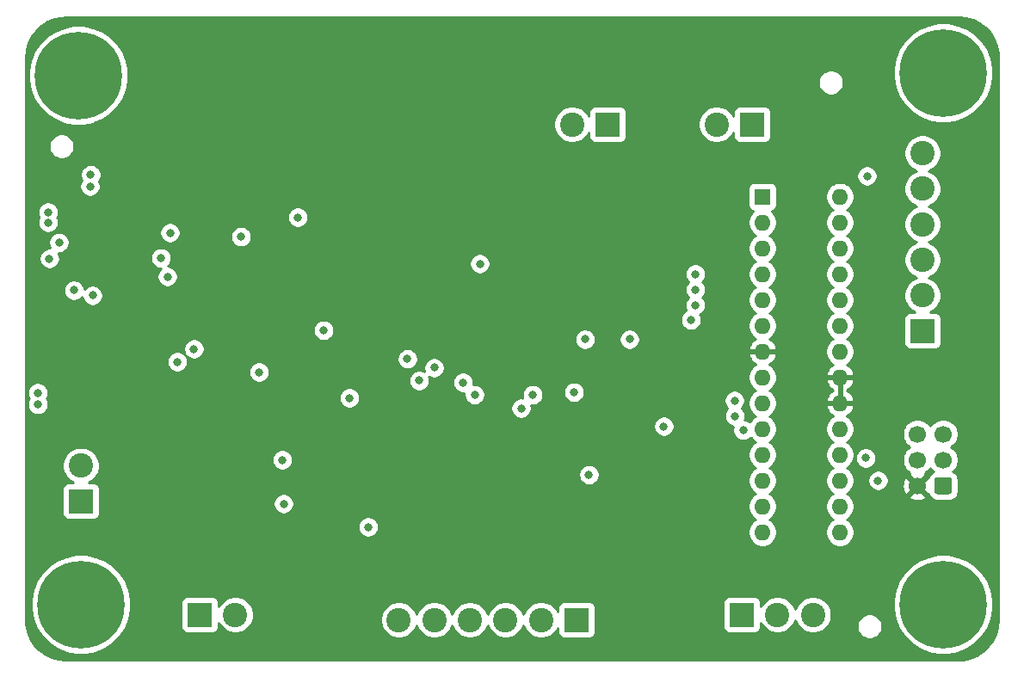
<source format=gbr>
%TF.GenerationSoftware,KiCad,Pcbnew,(5.1.12-1-10_14)*%
%TF.CreationDate,2021-11-26T20:13:54-05:00*%
%TF.ProjectId,Untitled,556e7469-746c-4656-942e-6b696361645f,rev?*%
%TF.SameCoordinates,Original*%
%TF.FileFunction,Copper,L3,Inr*%
%TF.FilePolarity,Positive*%
%FSLAX46Y46*%
G04 Gerber Fmt 4.6, Leading zero omitted, Abs format (unit mm)*
G04 Created by KiCad (PCBNEW (5.1.12-1-10_14)) date 2021-11-26 20:13:54*
%MOMM*%
%LPD*%
G01*
G04 APERTURE LIST*
%TA.AperFunction,ComponentPad*%
%ADD10C,0.900000*%
%TD*%
%TA.AperFunction,ComponentPad*%
%ADD11C,8.600000*%
%TD*%
%TA.AperFunction,ComponentPad*%
%ADD12R,2.400000X2.400000*%
%TD*%
%TA.AperFunction,ComponentPad*%
%ADD13C,2.400000*%
%TD*%
%TA.AperFunction,ComponentPad*%
%ADD14C,1.700000*%
%TD*%
%TA.AperFunction,ComponentPad*%
%ADD15R,1.600000X1.600000*%
%TD*%
%TA.AperFunction,ComponentPad*%
%ADD16O,1.600000X1.600000*%
%TD*%
%TA.AperFunction,ViaPad*%
%ADD17C,0.800000*%
%TD*%
%TA.AperFunction,Conductor*%
%ADD18C,0.254000*%
%TD*%
%TA.AperFunction,Conductor*%
%ADD19C,0.100000*%
%TD*%
G04 APERTURE END LIST*
D10*
%TO.N,N/C*%
%TO.C,H1*%
X92196419Y-136403581D03*
X89916000Y-135459000D03*
X87635581Y-136403581D03*
X86691000Y-138684000D03*
X87635581Y-140964419D03*
X89916000Y-141909000D03*
X92196419Y-140964419D03*
X93141000Y-138684000D03*
D11*
X89916000Y-138684000D03*
%TD*%
%TO.N,N/C*%
%TO.C,H2*%
X174752000Y-138684000D03*
D10*
X177977000Y-138684000D03*
X177032419Y-140964419D03*
X174752000Y-141909000D03*
X172471581Y-140964419D03*
X171527000Y-138684000D03*
X172471581Y-136403581D03*
X174752000Y-135459000D03*
X177032419Y-136403581D03*
%TD*%
%TO.N,N/C*%
%TO.C,H3*%
X91948000Y-84339162D03*
X89667581Y-83394581D03*
X87387162Y-84339162D03*
X86442581Y-86619581D03*
X87387162Y-88900000D03*
X89667581Y-89844581D03*
X91948000Y-88900000D03*
X92892581Y-86619581D03*
D11*
X89667581Y-86619581D03*
%TD*%
%TO.N,N/C*%
%TO.C,H4*%
X174752000Y-86360000D03*
D10*
X177977000Y-86360000D03*
X177032419Y-88640419D03*
X174752000Y-89585000D03*
X172471581Y-88640419D03*
X171527000Y-86360000D03*
X172471581Y-84079581D03*
X174752000Y-83135000D03*
X177032419Y-84079581D03*
%TD*%
D12*
%TO.N,Net-(J1-Pad1)*%
%TO.C,J1*%
X101600000Y-139700000D03*
D13*
%TO.N,Net-(J1-Pad2)*%
X105100000Y-139700000D03*
%TD*%
%TO.N,AT_MISO*%
%TO.C,J2*%
%TA.AperFunction,ComponentPad*%
G36*
G01*
X175602000Y-126400000D02*
X175602000Y-127600000D01*
G75*
G02*
X175352000Y-127850000I-250000J0D01*
G01*
X174152000Y-127850000D01*
G75*
G02*
X173902000Y-127600000I0J250000D01*
G01*
X173902000Y-126400000D01*
G75*
G02*
X174152000Y-126150000I250000J0D01*
G01*
X175352000Y-126150000D01*
G75*
G02*
X175602000Y-126400000I0J-250000D01*
G01*
G37*
%TD.AperFunction*%
D14*
%TO.N,AT_SCK*%
X174752000Y-124460000D03*
%TO.N,AT_RESET*%
X174752000Y-121920000D03*
%TO.N,+5V*%
X172212000Y-127000000D03*
%TO.N,AT_MOSI*%
X172212000Y-124460000D03*
%TO.N,GND*%
X172212000Y-121920000D03*
%TD*%
D12*
%TO.N,AT_D7*%
%TO.C,J3*%
X154940000Y-139700000D03*
D13*
%TO.N,AT_D8*%
X158440000Y-139700000D03*
%TO.N,AT_D9*%
X161940000Y-139700000D03*
%TD*%
D12*
%TO.N,AT_A0*%
%TO.C,J4*%
X172720000Y-111760000D03*
D13*
%TO.N,AT_A1*%
X172720000Y-108260000D03*
%TO.N,AT_A2*%
X172720000Y-104760000D03*
%TO.N,AT_A3*%
X172720000Y-101260000D03*
%TO.N,AT_A4*%
X172720000Y-97760000D03*
%TO.N,AT_A5*%
X172720000Y-94260000D03*
%TD*%
%TO.N,3_3_TX_IN*%
%TO.C,J5*%
X138232000Y-91440000D03*
D12*
%TO.N,3_3_RX_IN*%
X141732000Y-91440000D03*
%TD*%
D13*
%TO.N,GND*%
%TO.C,J7*%
X89916000Y-125024000D03*
D12*
%TO.N,12_V_IN*%
X89916000Y-128524000D03*
%TD*%
%TO.N,328_RX*%
%TO.C,J8*%
X155956000Y-91440000D03*
D13*
%TO.N,328_TX*%
X152456000Y-91440000D03*
%TD*%
D15*
%TO.N,AT_RESET*%
%TO.C,U4*%
X156972000Y-98552000D03*
D16*
%TO.N,AT_D9*%
X164592000Y-131572000D03*
%TO.N,328_RX*%
X156972000Y-101092000D03*
%TO.N,AT_CS*%
X164592000Y-129032000D03*
%TO.N,328_TX*%
X156972000Y-103632000D03*
%TO.N,AT_MOSI*%
X164592000Y-126492000D03*
%TO.N,AT_D2*%
X156972000Y-106172000D03*
%TO.N,AT_MISO*%
X164592000Y-123952000D03*
%TO.N,AT_D3*%
X156972000Y-108712000D03*
%TO.N,AT_SCK*%
X164592000Y-121412000D03*
%TO.N,AT_D4*%
X156972000Y-111252000D03*
%TO.N,+5V*%
X164592000Y-118872000D03*
X156972000Y-113792000D03*
X164592000Y-116332000D03*
%TO.N,GND*%
X156972000Y-116332000D03*
X164592000Y-113792000D03*
%TO.N,AT_OSC1*%
X156972000Y-118872000D03*
%TO.N,AT_A0*%
X164592000Y-111252000D03*
%TO.N,AT_OSC2*%
X156972000Y-121412000D03*
%TO.N,AT_A1*%
X164592000Y-108712000D03*
%TO.N,AT_D5*%
X156972000Y-123952000D03*
%TO.N,AT_A2*%
X164592000Y-106172000D03*
%TO.N,AT_D6*%
X156972000Y-126492000D03*
%TO.N,AT_A3*%
X164592000Y-103632000D03*
%TO.N,AT_D7*%
X156972000Y-129032000D03*
%TO.N,AT_A4*%
X164592000Y-101092000D03*
%TO.N,AT_D8*%
X156972000Y-131572000D03*
%TO.N,AT_A5*%
X164592000Y-98552000D03*
%TD*%
D13*
%TO.N,ULN2803_OUT_3*%
%TO.C,J6*%
X121184000Y-140208000D03*
%TO.N,12_V_IN*%
X124684000Y-140208000D03*
%TO.N,ULN2803_OUT_2*%
X128184000Y-140208000D03*
%TO.N,12_V_IN*%
X131684000Y-140208000D03*
%TO.N,ULN2803_OUT_1*%
X135184000Y-140208000D03*
D12*
%TO.N,12_V_IN*%
X138684000Y-140208000D03*
%TD*%
D17*
%TO.N,GND*%
X149923500Y-110680500D03*
X85661500Y-117856000D03*
X105664000Y-102489000D03*
X90868500Y-96393000D03*
X86677500Y-100076000D03*
X86804500Y-104648000D03*
X91059000Y-108267500D03*
X98679000Y-102108000D03*
X101028500Y-113538000D03*
X107442000Y-115824000D03*
X118173500Y-131064000D03*
X109855000Y-128778000D03*
X109728000Y-124460000D03*
X147256500Y-121158000D03*
X139890500Y-125920500D03*
X139509500Y-112585500D03*
X143891000Y-112585500D03*
X129159000Y-105156000D03*
X123190000Y-116649500D03*
X127508000Y-116840000D03*
X98425000Y-106426000D03*
X89217500Y-107759500D03*
X90805000Y-97536000D03*
X87757000Y-103060500D03*
X86677500Y-101092000D03*
X85661500Y-118999000D03*
%TO.N,AT_OSC1*%
X128651000Y-118046500D03*
X134366000Y-118046500D03*
X138430000Y-117792500D03*
X154221101Y-118616439D03*
%TO.N,AT_OSC2*%
X133223000Y-119392000D03*
X155067000Y-121539000D03*
%TO.N,+5V*%
X145288000Y-110744000D03*
X102679500Y-113601500D03*
X95694500Y-99504500D03*
X123825000Y-105219500D03*
X141478000Y-116840000D03*
X136652000Y-131318000D03*
X144399000Y-116903500D03*
X146812000Y-113855500D03*
X153860500Y-113220500D03*
X144843500Y-105029000D03*
X114808000Y-99060000D03*
X152908000Y-111252000D03*
X121793000Y-103187500D03*
X105664000Y-97790000D03*
X95694500Y-99504500D03*
X94869000Y-98679000D03*
X95440500Y-96329500D03*
%TO.N,Net-(J1-Pad2)*%
X97790000Y-104584500D03*
X99394979Y-114808000D03*
%TO.N,AT_MISO*%
X167259000Y-96520000D03*
X167132000Y-124269500D03*
%TO.N,AT_SCK*%
X154241500Y-120142000D03*
X113792000Y-111696500D03*
%TO.N,AT_MOSI*%
X111252000Y-100584000D03*
X111252000Y-100584000D03*
X168338500Y-126492000D03*
%TO.N,AT_D2*%
X116332000Y-118364000D03*
X150368000Y-106172000D03*
%TO.N,AT_D3*%
X122033935Y-114525603D03*
X150368000Y-107696000D03*
%TO.N,AT_D4*%
X124682903Y-115388365D03*
X150368000Y-109220000D03*
%TD*%
D18*
%TO.N,+5V*%
X176988396Y-80992241D02*
X177676940Y-81186429D01*
X178318563Y-81502843D01*
X178891777Y-81930882D01*
X179377393Y-82456220D01*
X179759142Y-83061255D01*
X180024237Y-83725720D01*
X180166350Y-84440173D01*
X180188001Y-84853293D01*
X180188000Y-140177744D01*
X180119759Y-140920396D01*
X179925571Y-141608939D01*
X179609158Y-142250561D01*
X179181118Y-142823777D01*
X178655782Y-143309392D01*
X178050748Y-143691141D01*
X177386278Y-143956238D01*
X176671828Y-144098350D01*
X176258726Y-144120000D01*
X88422256Y-144120000D01*
X87679604Y-144051759D01*
X86991061Y-143857571D01*
X86349439Y-143541158D01*
X85776223Y-143113118D01*
X85290608Y-142587782D01*
X84908859Y-141982748D01*
X84643762Y-141318278D01*
X84501650Y-140603828D01*
X84480000Y-140190726D01*
X84480000Y-138197945D01*
X84981000Y-138197945D01*
X84981000Y-139170055D01*
X85170650Y-140123486D01*
X85542660Y-141021599D01*
X86082735Y-141829879D01*
X86770121Y-142517265D01*
X87578401Y-143057340D01*
X88476514Y-143429350D01*
X89429945Y-143619000D01*
X90402055Y-143619000D01*
X91355486Y-143429350D01*
X92253599Y-143057340D01*
X93061879Y-142517265D01*
X93749265Y-141829879D01*
X94289340Y-141021599D01*
X94661350Y-140123486D01*
X94851000Y-139170055D01*
X94851000Y-138500000D01*
X99761928Y-138500000D01*
X99761928Y-140900000D01*
X99774188Y-141024482D01*
X99810498Y-141144180D01*
X99869463Y-141254494D01*
X99948815Y-141351185D01*
X100045506Y-141430537D01*
X100155820Y-141489502D01*
X100275518Y-141525812D01*
X100400000Y-141538072D01*
X102800000Y-141538072D01*
X102924482Y-141525812D01*
X103044180Y-141489502D01*
X103154494Y-141430537D01*
X103251185Y-141351185D01*
X103330537Y-141254494D01*
X103389502Y-141144180D01*
X103425812Y-141024482D01*
X103438072Y-140900000D01*
X103438072Y-140482838D01*
X103473844Y-140569199D01*
X103674662Y-140869744D01*
X103930256Y-141125338D01*
X104230801Y-141326156D01*
X104564750Y-141464482D01*
X104919268Y-141535000D01*
X105280732Y-141535000D01*
X105635250Y-141464482D01*
X105969199Y-141326156D01*
X106269744Y-141125338D01*
X106525338Y-140869744D01*
X106726156Y-140569199D01*
X106864482Y-140235250D01*
X106905852Y-140027268D01*
X119349000Y-140027268D01*
X119349000Y-140388732D01*
X119419518Y-140743250D01*
X119557844Y-141077199D01*
X119758662Y-141377744D01*
X120014256Y-141633338D01*
X120314801Y-141834156D01*
X120648750Y-141972482D01*
X121003268Y-142043000D01*
X121364732Y-142043000D01*
X121719250Y-141972482D01*
X122053199Y-141834156D01*
X122353744Y-141633338D01*
X122609338Y-141377744D01*
X122810156Y-141077199D01*
X122934000Y-140778213D01*
X123057844Y-141077199D01*
X123258662Y-141377744D01*
X123514256Y-141633338D01*
X123814801Y-141834156D01*
X124148750Y-141972482D01*
X124503268Y-142043000D01*
X124864732Y-142043000D01*
X125219250Y-141972482D01*
X125553199Y-141834156D01*
X125853744Y-141633338D01*
X126109338Y-141377744D01*
X126310156Y-141077199D01*
X126434000Y-140778213D01*
X126557844Y-141077199D01*
X126758662Y-141377744D01*
X127014256Y-141633338D01*
X127314801Y-141834156D01*
X127648750Y-141972482D01*
X128003268Y-142043000D01*
X128364732Y-142043000D01*
X128719250Y-141972482D01*
X129053199Y-141834156D01*
X129353744Y-141633338D01*
X129609338Y-141377744D01*
X129810156Y-141077199D01*
X129934000Y-140778213D01*
X130057844Y-141077199D01*
X130258662Y-141377744D01*
X130514256Y-141633338D01*
X130814801Y-141834156D01*
X131148750Y-141972482D01*
X131503268Y-142043000D01*
X131864732Y-142043000D01*
X132219250Y-141972482D01*
X132553199Y-141834156D01*
X132853744Y-141633338D01*
X133109338Y-141377744D01*
X133310156Y-141077199D01*
X133434000Y-140778213D01*
X133557844Y-141077199D01*
X133758662Y-141377744D01*
X134014256Y-141633338D01*
X134314801Y-141834156D01*
X134648750Y-141972482D01*
X135003268Y-142043000D01*
X135364732Y-142043000D01*
X135719250Y-141972482D01*
X136053199Y-141834156D01*
X136353744Y-141633338D01*
X136609338Y-141377744D01*
X136810156Y-141077199D01*
X136845928Y-140990838D01*
X136845928Y-141408000D01*
X136858188Y-141532482D01*
X136894498Y-141652180D01*
X136953463Y-141762494D01*
X137032815Y-141859185D01*
X137129506Y-141938537D01*
X137239820Y-141997502D01*
X137359518Y-142033812D01*
X137484000Y-142046072D01*
X139884000Y-142046072D01*
X140008482Y-142033812D01*
X140128180Y-141997502D01*
X140238494Y-141938537D01*
X140335185Y-141859185D01*
X140414537Y-141762494D01*
X140473502Y-141652180D01*
X140509812Y-141532482D01*
X140522072Y-141408000D01*
X140522072Y-139008000D01*
X140509812Y-138883518D01*
X140473502Y-138763820D01*
X140414537Y-138653506D01*
X140335185Y-138556815D01*
X140265956Y-138500000D01*
X153101928Y-138500000D01*
X153101928Y-140900000D01*
X153114188Y-141024482D01*
X153150498Y-141144180D01*
X153209463Y-141254494D01*
X153288815Y-141351185D01*
X153385506Y-141430537D01*
X153495820Y-141489502D01*
X153615518Y-141525812D01*
X153740000Y-141538072D01*
X156140000Y-141538072D01*
X156264482Y-141525812D01*
X156384180Y-141489502D01*
X156494494Y-141430537D01*
X156591185Y-141351185D01*
X156670537Y-141254494D01*
X156729502Y-141144180D01*
X156765812Y-141024482D01*
X156778072Y-140900000D01*
X156778072Y-140482838D01*
X156813844Y-140569199D01*
X157014662Y-140869744D01*
X157270256Y-141125338D01*
X157570801Y-141326156D01*
X157904750Y-141464482D01*
X158259268Y-141535000D01*
X158620732Y-141535000D01*
X158975250Y-141464482D01*
X159309199Y-141326156D01*
X159609744Y-141125338D01*
X159865338Y-140869744D01*
X160066156Y-140569199D01*
X160190000Y-140270213D01*
X160313844Y-140569199D01*
X160514662Y-140869744D01*
X160770256Y-141125338D01*
X161070801Y-141326156D01*
X161404750Y-141464482D01*
X161759268Y-141535000D01*
X162120732Y-141535000D01*
X162475250Y-141464482D01*
X162809199Y-141326156D01*
X163109744Y-141125338D01*
X163365338Y-140869744D01*
X163465467Y-140719890D01*
X166258548Y-140719890D01*
X166258548Y-140966110D01*
X166306583Y-141207598D01*
X166400807Y-141435074D01*
X166537599Y-141639798D01*
X166711702Y-141813901D01*
X166916426Y-141950693D01*
X167143902Y-142044917D01*
X167385390Y-142092952D01*
X167631610Y-142092952D01*
X167873098Y-142044917D01*
X168100574Y-141950693D01*
X168305298Y-141813901D01*
X168479401Y-141639798D01*
X168616193Y-141435074D01*
X168710417Y-141207598D01*
X168758452Y-140966110D01*
X168758452Y-140719890D01*
X168710417Y-140478402D01*
X168616193Y-140250926D01*
X168479401Y-140046202D01*
X168305298Y-139872099D01*
X168100574Y-139735307D01*
X167873098Y-139641083D01*
X167631610Y-139593048D01*
X167385390Y-139593048D01*
X167143902Y-139641083D01*
X166916426Y-139735307D01*
X166711702Y-139872099D01*
X166537599Y-140046202D01*
X166400807Y-140250926D01*
X166306583Y-140478402D01*
X166258548Y-140719890D01*
X163465467Y-140719890D01*
X163566156Y-140569199D01*
X163704482Y-140235250D01*
X163775000Y-139880732D01*
X163775000Y-139519268D01*
X163704482Y-139164750D01*
X163566156Y-138830801D01*
X163365338Y-138530256D01*
X163109744Y-138274662D01*
X162994930Y-138197945D01*
X169817000Y-138197945D01*
X169817000Y-139170055D01*
X170006650Y-140123486D01*
X170378660Y-141021599D01*
X170918735Y-141829879D01*
X171606121Y-142517265D01*
X172414401Y-143057340D01*
X173312514Y-143429350D01*
X174265945Y-143619000D01*
X175238055Y-143619000D01*
X176191486Y-143429350D01*
X177089599Y-143057340D01*
X177897879Y-142517265D01*
X178585265Y-141829879D01*
X179125340Y-141021599D01*
X179497350Y-140123486D01*
X179687000Y-139170055D01*
X179687000Y-138197945D01*
X179497350Y-137244514D01*
X179125340Y-136346401D01*
X178585265Y-135538121D01*
X177897879Y-134850735D01*
X177089599Y-134310660D01*
X176191486Y-133938650D01*
X175238055Y-133749000D01*
X174265945Y-133749000D01*
X173312514Y-133938650D01*
X172414401Y-134310660D01*
X171606121Y-134850735D01*
X170918735Y-135538121D01*
X170378660Y-136346401D01*
X170006650Y-137244514D01*
X169817000Y-138197945D01*
X162994930Y-138197945D01*
X162809199Y-138073844D01*
X162475250Y-137935518D01*
X162120732Y-137865000D01*
X161759268Y-137865000D01*
X161404750Y-137935518D01*
X161070801Y-138073844D01*
X160770256Y-138274662D01*
X160514662Y-138530256D01*
X160313844Y-138830801D01*
X160190000Y-139129787D01*
X160066156Y-138830801D01*
X159865338Y-138530256D01*
X159609744Y-138274662D01*
X159309199Y-138073844D01*
X158975250Y-137935518D01*
X158620732Y-137865000D01*
X158259268Y-137865000D01*
X157904750Y-137935518D01*
X157570801Y-138073844D01*
X157270256Y-138274662D01*
X157014662Y-138530256D01*
X156813844Y-138830801D01*
X156778072Y-138917162D01*
X156778072Y-138500000D01*
X156765812Y-138375518D01*
X156729502Y-138255820D01*
X156670537Y-138145506D01*
X156591185Y-138048815D01*
X156494494Y-137969463D01*
X156384180Y-137910498D01*
X156264482Y-137874188D01*
X156140000Y-137861928D01*
X153740000Y-137861928D01*
X153615518Y-137874188D01*
X153495820Y-137910498D01*
X153385506Y-137969463D01*
X153288815Y-138048815D01*
X153209463Y-138145506D01*
X153150498Y-138255820D01*
X153114188Y-138375518D01*
X153101928Y-138500000D01*
X140265956Y-138500000D01*
X140238494Y-138477463D01*
X140128180Y-138418498D01*
X140008482Y-138382188D01*
X139884000Y-138369928D01*
X137484000Y-138369928D01*
X137359518Y-138382188D01*
X137239820Y-138418498D01*
X137129506Y-138477463D01*
X137032815Y-138556815D01*
X136953463Y-138653506D01*
X136894498Y-138763820D01*
X136858188Y-138883518D01*
X136845928Y-139008000D01*
X136845928Y-139425162D01*
X136810156Y-139338801D01*
X136609338Y-139038256D01*
X136353744Y-138782662D01*
X136053199Y-138581844D01*
X135719250Y-138443518D01*
X135364732Y-138373000D01*
X135003268Y-138373000D01*
X134648750Y-138443518D01*
X134314801Y-138581844D01*
X134014256Y-138782662D01*
X133758662Y-139038256D01*
X133557844Y-139338801D01*
X133434000Y-139637787D01*
X133310156Y-139338801D01*
X133109338Y-139038256D01*
X132853744Y-138782662D01*
X132553199Y-138581844D01*
X132219250Y-138443518D01*
X131864732Y-138373000D01*
X131503268Y-138373000D01*
X131148750Y-138443518D01*
X130814801Y-138581844D01*
X130514256Y-138782662D01*
X130258662Y-139038256D01*
X130057844Y-139338801D01*
X129934000Y-139637787D01*
X129810156Y-139338801D01*
X129609338Y-139038256D01*
X129353744Y-138782662D01*
X129053199Y-138581844D01*
X128719250Y-138443518D01*
X128364732Y-138373000D01*
X128003268Y-138373000D01*
X127648750Y-138443518D01*
X127314801Y-138581844D01*
X127014256Y-138782662D01*
X126758662Y-139038256D01*
X126557844Y-139338801D01*
X126434000Y-139637787D01*
X126310156Y-139338801D01*
X126109338Y-139038256D01*
X125853744Y-138782662D01*
X125553199Y-138581844D01*
X125219250Y-138443518D01*
X124864732Y-138373000D01*
X124503268Y-138373000D01*
X124148750Y-138443518D01*
X123814801Y-138581844D01*
X123514256Y-138782662D01*
X123258662Y-139038256D01*
X123057844Y-139338801D01*
X122934000Y-139637787D01*
X122810156Y-139338801D01*
X122609338Y-139038256D01*
X122353744Y-138782662D01*
X122053199Y-138581844D01*
X121719250Y-138443518D01*
X121364732Y-138373000D01*
X121003268Y-138373000D01*
X120648750Y-138443518D01*
X120314801Y-138581844D01*
X120014256Y-138782662D01*
X119758662Y-139038256D01*
X119557844Y-139338801D01*
X119419518Y-139672750D01*
X119349000Y-140027268D01*
X106905852Y-140027268D01*
X106935000Y-139880732D01*
X106935000Y-139519268D01*
X106864482Y-139164750D01*
X106726156Y-138830801D01*
X106525338Y-138530256D01*
X106269744Y-138274662D01*
X105969199Y-138073844D01*
X105635250Y-137935518D01*
X105280732Y-137865000D01*
X104919268Y-137865000D01*
X104564750Y-137935518D01*
X104230801Y-138073844D01*
X103930256Y-138274662D01*
X103674662Y-138530256D01*
X103473844Y-138830801D01*
X103438072Y-138917162D01*
X103438072Y-138500000D01*
X103425812Y-138375518D01*
X103389502Y-138255820D01*
X103330537Y-138145506D01*
X103251185Y-138048815D01*
X103154494Y-137969463D01*
X103044180Y-137910498D01*
X102924482Y-137874188D01*
X102800000Y-137861928D01*
X100400000Y-137861928D01*
X100275518Y-137874188D01*
X100155820Y-137910498D01*
X100045506Y-137969463D01*
X99948815Y-138048815D01*
X99869463Y-138145506D01*
X99810498Y-138255820D01*
X99774188Y-138375518D01*
X99761928Y-138500000D01*
X94851000Y-138500000D01*
X94851000Y-138197945D01*
X94661350Y-137244514D01*
X94289340Y-136346401D01*
X93749265Y-135538121D01*
X93061879Y-134850735D01*
X92253599Y-134310660D01*
X91355486Y-133938650D01*
X90402055Y-133749000D01*
X89429945Y-133749000D01*
X88476514Y-133938650D01*
X87578401Y-134310660D01*
X86770121Y-134850735D01*
X86082735Y-135538121D01*
X85542660Y-136346401D01*
X85170650Y-137244514D01*
X84981000Y-138197945D01*
X84480000Y-138197945D01*
X84480000Y-130962061D01*
X117138500Y-130962061D01*
X117138500Y-131165939D01*
X117178274Y-131365898D01*
X117256295Y-131554256D01*
X117369563Y-131723774D01*
X117513726Y-131867937D01*
X117683244Y-131981205D01*
X117871602Y-132059226D01*
X118071561Y-132099000D01*
X118275439Y-132099000D01*
X118475398Y-132059226D01*
X118663756Y-131981205D01*
X118833274Y-131867937D01*
X118977437Y-131723774D01*
X119090705Y-131554256D01*
X119168726Y-131365898D01*
X119208500Y-131165939D01*
X119208500Y-130962061D01*
X119168726Y-130762102D01*
X119090705Y-130573744D01*
X118977437Y-130404226D01*
X118833274Y-130260063D01*
X118663756Y-130146795D01*
X118475398Y-130068774D01*
X118275439Y-130029000D01*
X118071561Y-130029000D01*
X117871602Y-130068774D01*
X117683244Y-130146795D01*
X117513726Y-130260063D01*
X117369563Y-130404226D01*
X117256295Y-130573744D01*
X117178274Y-130762102D01*
X117138500Y-130962061D01*
X84480000Y-130962061D01*
X84480000Y-127324000D01*
X88077928Y-127324000D01*
X88077928Y-129724000D01*
X88090188Y-129848482D01*
X88126498Y-129968180D01*
X88185463Y-130078494D01*
X88264815Y-130175185D01*
X88361506Y-130254537D01*
X88471820Y-130313502D01*
X88591518Y-130349812D01*
X88716000Y-130362072D01*
X91116000Y-130362072D01*
X91240482Y-130349812D01*
X91360180Y-130313502D01*
X91470494Y-130254537D01*
X91567185Y-130175185D01*
X91646537Y-130078494D01*
X91705502Y-129968180D01*
X91741812Y-129848482D01*
X91754072Y-129724000D01*
X91754072Y-128676061D01*
X108820000Y-128676061D01*
X108820000Y-128879939D01*
X108859774Y-129079898D01*
X108937795Y-129268256D01*
X109051063Y-129437774D01*
X109195226Y-129581937D01*
X109364744Y-129695205D01*
X109553102Y-129773226D01*
X109753061Y-129813000D01*
X109956939Y-129813000D01*
X110156898Y-129773226D01*
X110345256Y-129695205D01*
X110514774Y-129581937D01*
X110658937Y-129437774D01*
X110772205Y-129268256D01*
X110850226Y-129079898D01*
X110890000Y-128879939D01*
X110890000Y-128676061D01*
X110850226Y-128476102D01*
X110772205Y-128287744D01*
X110658937Y-128118226D01*
X110514774Y-127974063D01*
X110345256Y-127860795D01*
X110156898Y-127782774D01*
X109956939Y-127743000D01*
X109753061Y-127743000D01*
X109553102Y-127782774D01*
X109364744Y-127860795D01*
X109195226Y-127974063D01*
X109051063Y-128118226D01*
X108937795Y-128287744D01*
X108859774Y-128476102D01*
X108820000Y-128676061D01*
X91754072Y-128676061D01*
X91754072Y-127324000D01*
X91741812Y-127199518D01*
X91705502Y-127079820D01*
X91646537Y-126969506D01*
X91567185Y-126872815D01*
X91470494Y-126793463D01*
X91360180Y-126734498D01*
X91240482Y-126698188D01*
X91116000Y-126685928D01*
X90698838Y-126685928D01*
X90785199Y-126650156D01*
X91085744Y-126449338D01*
X91341338Y-126193744D01*
X91542156Y-125893199D01*
X91573072Y-125818561D01*
X138855500Y-125818561D01*
X138855500Y-126022439D01*
X138895274Y-126222398D01*
X138973295Y-126410756D01*
X139086563Y-126580274D01*
X139230726Y-126724437D01*
X139400244Y-126837705D01*
X139588602Y-126915726D01*
X139788561Y-126955500D01*
X139992439Y-126955500D01*
X140192398Y-126915726D01*
X140380756Y-126837705D01*
X140550274Y-126724437D01*
X140694437Y-126580274D01*
X140807705Y-126410756D01*
X140885726Y-126222398D01*
X140925500Y-126022439D01*
X140925500Y-125818561D01*
X140885726Y-125618602D01*
X140807705Y-125430244D01*
X140694437Y-125260726D01*
X140550274Y-125116563D01*
X140380756Y-125003295D01*
X140192398Y-124925274D01*
X139992439Y-124885500D01*
X139788561Y-124885500D01*
X139588602Y-124925274D01*
X139400244Y-125003295D01*
X139230726Y-125116563D01*
X139086563Y-125260726D01*
X138973295Y-125430244D01*
X138895274Y-125618602D01*
X138855500Y-125818561D01*
X91573072Y-125818561D01*
X91680482Y-125559250D01*
X91751000Y-125204732D01*
X91751000Y-124843268D01*
X91680482Y-124488750D01*
X91626349Y-124358061D01*
X108693000Y-124358061D01*
X108693000Y-124561939D01*
X108732774Y-124761898D01*
X108810795Y-124950256D01*
X108924063Y-125119774D01*
X109068226Y-125263937D01*
X109237744Y-125377205D01*
X109426102Y-125455226D01*
X109626061Y-125495000D01*
X109829939Y-125495000D01*
X110029898Y-125455226D01*
X110218256Y-125377205D01*
X110387774Y-125263937D01*
X110531937Y-125119774D01*
X110645205Y-124950256D01*
X110723226Y-124761898D01*
X110763000Y-124561939D01*
X110763000Y-124358061D01*
X110723226Y-124158102D01*
X110645205Y-123969744D01*
X110531937Y-123800226D01*
X110387774Y-123656063D01*
X110218256Y-123542795D01*
X110029898Y-123464774D01*
X109829939Y-123425000D01*
X109626061Y-123425000D01*
X109426102Y-123464774D01*
X109237744Y-123542795D01*
X109068226Y-123656063D01*
X108924063Y-123800226D01*
X108810795Y-123969744D01*
X108732774Y-124158102D01*
X108693000Y-124358061D01*
X91626349Y-124358061D01*
X91542156Y-124154801D01*
X91341338Y-123854256D01*
X91085744Y-123598662D01*
X90785199Y-123397844D01*
X90451250Y-123259518D01*
X90096732Y-123189000D01*
X89735268Y-123189000D01*
X89380750Y-123259518D01*
X89046801Y-123397844D01*
X88746256Y-123598662D01*
X88490662Y-123854256D01*
X88289844Y-124154801D01*
X88151518Y-124488750D01*
X88081000Y-124843268D01*
X88081000Y-125204732D01*
X88151518Y-125559250D01*
X88289844Y-125893199D01*
X88490662Y-126193744D01*
X88746256Y-126449338D01*
X89046801Y-126650156D01*
X89133162Y-126685928D01*
X88716000Y-126685928D01*
X88591518Y-126698188D01*
X88471820Y-126734498D01*
X88361506Y-126793463D01*
X88264815Y-126872815D01*
X88185463Y-126969506D01*
X88126498Y-127079820D01*
X88090188Y-127199518D01*
X88077928Y-127324000D01*
X84480000Y-127324000D01*
X84480000Y-121056061D01*
X146221500Y-121056061D01*
X146221500Y-121259939D01*
X146261274Y-121459898D01*
X146339295Y-121648256D01*
X146452563Y-121817774D01*
X146596726Y-121961937D01*
X146766244Y-122075205D01*
X146954602Y-122153226D01*
X147154561Y-122193000D01*
X147358439Y-122193000D01*
X147558398Y-122153226D01*
X147746756Y-122075205D01*
X147916274Y-121961937D01*
X148060437Y-121817774D01*
X148173705Y-121648256D01*
X148251726Y-121459898D01*
X148291500Y-121259939D01*
X148291500Y-121056061D01*
X148251726Y-120856102D01*
X148173705Y-120667744D01*
X148060437Y-120498226D01*
X147916274Y-120354063D01*
X147746756Y-120240795D01*
X147558398Y-120162774D01*
X147358439Y-120123000D01*
X147154561Y-120123000D01*
X146954602Y-120162774D01*
X146766244Y-120240795D01*
X146596726Y-120354063D01*
X146452563Y-120498226D01*
X146339295Y-120667744D01*
X146261274Y-120856102D01*
X146221500Y-121056061D01*
X84480000Y-121056061D01*
X84480000Y-117754061D01*
X84626500Y-117754061D01*
X84626500Y-117957939D01*
X84666274Y-118157898D01*
X84744295Y-118346256D01*
X84798580Y-118427500D01*
X84744295Y-118508744D01*
X84666274Y-118697102D01*
X84626500Y-118897061D01*
X84626500Y-119100939D01*
X84666274Y-119300898D01*
X84744295Y-119489256D01*
X84857563Y-119658774D01*
X85001726Y-119802937D01*
X85171244Y-119916205D01*
X85359602Y-119994226D01*
X85559561Y-120034000D01*
X85763439Y-120034000D01*
X85963398Y-119994226D01*
X86151756Y-119916205D01*
X86321274Y-119802937D01*
X86465437Y-119658774D01*
X86578705Y-119489256D01*
X86656726Y-119300898D01*
X86696500Y-119100939D01*
X86696500Y-118897061D01*
X86656726Y-118697102D01*
X86578705Y-118508744D01*
X86524420Y-118427500D01*
X86578705Y-118346256D01*
X86613579Y-118262061D01*
X115297000Y-118262061D01*
X115297000Y-118465939D01*
X115336774Y-118665898D01*
X115414795Y-118854256D01*
X115528063Y-119023774D01*
X115672226Y-119167937D01*
X115841744Y-119281205D01*
X116030102Y-119359226D01*
X116230061Y-119399000D01*
X116433939Y-119399000D01*
X116633898Y-119359226D01*
X116800875Y-119290061D01*
X132188000Y-119290061D01*
X132188000Y-119493939D01*
X132227774Y-119693898D01*
X132305795Y-119882256D01*
X132419063Y-120051774D01*
X132563226Y-120195937D01*
X132732744Y-120309205D01*
X132921102Y-120387226D01*
X133121061Y-120427000D01*
X133324939Y-120427000D01*
X133524898Y-120387226D01*
X133713256Y-120309205D01*
X133882774Y-120195937D01*
X134026937Y-120051774D01*
X134140205Y-119882256D01*
X134218226Y-119693898D01*
X134258000Y-119493939D01*
X134258000Y-119290061D01*
X134218226Y-119090102D01*
X134210227Y-119070792D01*
X134264061Y-119081500D01*
X134467939Y-119081500D01*
X134667898Y-119041726D01*
X134856256Y-118963705D01*
X135025774Y-118850437D01*
X135169937Y-118706274D01*
X135283205Y-118536756D01*
X135361226Y-118348398D01*
X135401000Y-118148439D01*
X135401000Y-117944561D01*
X135361226Y-117744602D01*
X135338842Y-117690561D01*
X137395000Y-117690561D01*
X137395000Y-117894439D01*
X137434774Y-118094398D01*
X137512795Y-118282756D01*
X137626063Y-118452274D01*
X137770226Y-118596437D01*
X137939744Y-118709705D01*
X138128102Y-118787726D01*
X138328061Y-118827500D01*
X138531939Y-118827500D01*
X138731898Y-118787726D01*
X138920256Y-118709705D01*
X139089774Y-118596437D01*
X139171711Y-118514500D01*
X153186101Y-118514500D01*
X153186101Y-118718378D01*
X153225875Y-118918337D01*
X153303896Y-119106695D01*
X153417164Y-119276213D01*
X153530370Y-119389419D01*
X153437563Y-119482226D01*
X153324295Y-119651744D01*
X153246274Y-119840102D01*
X153206500Y-120040061D01*
X153206500Y-120243939D01*
X153246274Y-120443898D01*
X153324295Y-120632256D01*
X153437563Y-120801774D01*
X153581726Y-120945937D01*
X153751244Y-121059205D01*
X153939602Y-121137226D01*
X154099934Y-121169118D01*
X154071774Y-121237102D01*
X154032000Y-121437061D01*
X154032000Y-121640939D01*
X154071774Y-121840898D01*
X154149795Y-122029256D01*
X154263063Y-122198774D01*
X154407226Y-122342937D01*
X154576744Y-122456205D01*
X154765102Y-122534226D01*
X154965061Y-122574000D01*
X155168939Y-122574000D01*
X155368898Y-122534226D01*
X155557256Y-122456205D01*
X155726774Y-122342937D01*
X155811536Y-122258175D01*
X155857363Y-122326759D01*
X156057241Y-122526637D01*
X156289759Y-122682000D01*
X156057241Y-122837363D01*
X155857363Y-123037241D01*
X155700320Y-123272273D01*
X155592147Y-123533426D01*
X155537000Y-123810665D01*
X155537000Y-124093335D01*
X155592147Y-124370574D01*
X155700320Y-124631727D01*
X155857363Y-124866759D01*
X156057241Y-125066637D01*
X156289759Y-125222000D01*
X156057241Y-125377363D01*
X155857363Y-125577241D01*
X155700320Y-125812273D01*
X155592147Y-126073426D01*
X155537000Y-126350665D01*
X155537000Y-126633335D01*
X155592147Y-126910574D01*
X155700320Y-127171727D01*
X155857363Y-127406759D01*
X156057241Y-127606637D01*
X156289759Y-127762000D01*
X156057241Y-127917363D01*
X155857363Y-128117241D01*
X155700320Y-128352273D01*
X155592147Y-128613426D01*
X155537000Y-128890665D01*
X155537000Y-129173335D01*
X155592147Y-129450574D01*
X155700320Y-129711727D01*
X155857363Y-129946759D01*
X156057241Y-130146637D01*
X156289759Y-130302000D01*
X156057241Y-130457363D01*
X155857363Y-130657241D01*
X155700320Y-130892273D01*
X155592147Y-131153426D01*
X155537000Y-131430665D01*
X155537000Y-131713335D01*
X155592147Y-131990574D01*
X155700320Y-132251727D01*
X155857363Y-132486759D01*
X156057241Y-132686637D01*
X156292273Y-132843680D01*
X156553426Y-132951853D01*
X156830665Y-133007000D01*
X157113335Y-133007000D01*
X157390574Y-132951853D01*
X157651727Y-132843680D01*
X157886759Y-132686637D01*
X158086637Y-132486759D01*
X158243680Y-132251727D01*
X158351853Y-131990574D01*
X158407000Y-131713335D01*
X158407000Y-131430665D01*
X158351853Y-131153426D01*
X158243680Y-130892273D01*
X158086637Y-130657241D01*
X157886759Y-130457363D01*
X157654241Y-130302000D01*
X157886759Y-130146637D01*
X158086637Y-129946759D01*
X158243680Y-129711727D01*
X158351853Y-129450574D01*
X158407000Y-129173335D01*
X158407000Y-128890665D01*
X158351853Y-128613426D01*
X158243680Y-128352273D01*
X158086637Y-128117241D01*
X157886759Y-127917363D01*
X157654241Y-127762000D01*
X157886759Y-127606637D01*
X158086637Y-127406759D01*
X158243680Y-127171727D01*
X158351853Y-126910574D01*
X158407000Y-126633335D01*
X158407000Y-126350665D01*
X158351853Y-126073426D01*
X158243680Y-125812273D01*
X158086637Y-125577241D01*
X157886759Y-125377363D01*
X157654241Y-125222000D01*
X157886759Y-125066637D01*
X158086637Y-124866759D01*
X158243680Y-124631727D01*
X158351853Y-124370574D01*
X158407000Y-124093335D01*
X158407000Y-123810665D01*
X158351853Y-123533426D01*
X158243680Y-123272273D01*
X158086637Y-123037241D01*
X157886759Y-122837363D01*
X157654241Y-122682000D01*
X157886759Y-122526637D01*
X158086637Y-122326759D01*
X158243680Y-122091727D01*
X158351853Y-121830574D01*
X158407000Y-121553335D01*
X158407000Y-121270665D01*
X163157000Y-121270665D01*
X163157000Y-121553335D01*
X163212147Y-121830574D01*
X163320320Y-122091727D01*
X163477363Y-122326759D01*
X163677241Y-122526637D01*
X163909759Y-122682000D01*
X163677241Y-122837363D01*
X163477363Y-123037241D01*
X163320320Y-123272273D01*
X163212147Y-123533426D01*
X163157000Y-123810665D01*
X163157000Y-124093335D01*
X163212147Y-124370574D01*
X163320320Y-124631727D01*
X163477363Y-124866759D01*
X163677241Y-125066637D01*
X163909759Y-125222000D01*
X163677241Y-125377363D01*
X163477363Y-125577241D01*
X163320320Y-125812273D01*
X163212147Y-126073426D01*
X163157000Y-126350665D01*
X163157000Y-126633335D01*
X163212147Y-126910574D01*
X163320320Y-127171727D01*
X163477363Y-127406759D01*
X163677241Y-127606637D01*
X163909759Y-127762000D01*
X163677241Y-127917363D01*
X163477363Y-128117241D01*
X163320320Y-128352273D01*
X163212147Y-128613426D01*
X163157000Y-128890665D01*
X163157000Y-129173335D01*
X163212147Y-129450574D01*
X163320320Y-129711727D01*
X163477363Y-129946759D01*
X163677241Y-130146637D01*
X163909759Y-130302000D01*
X163677241Y-130457363D01*
X163477363Y-130657241D01*
X163320320Y-130892273D01*
X163212147Y-131153426D01*
X163157000Y-131430665D01*
X163157000Y-131713335D01*
X163212147Y-131990574D01*
X163320320Y-132251727D01*
X163477363Y-132486759D01*
X163677241Y-132686637D01*
X163912273Y-132843680D01*
X164173426Y-132951853D01*
X164450665Y-133007000D01*
X164733335Y-133007000D01*
X165010574Y-132951853D01*
X165271727Y-132843680D01*
X165506759Y-132686637D01*
X165706637Y-132486759D01*
X165863680Y-132251727D01*
X165971853Y-131990574D01*
X166027000Y-131713335D01*
X166027000Y-131430665D01*
X165971853Y-131153426D01*
X165863680Y-130892273D01*
X165706637Y-130657241D01*
X165506759Y-130457363D01*
X165274241Y-130302000D01*
X165506759Y-130146637D01*
X165706637Y-129946759D01*
X165863680Y-129711727D01*
X165971853Y-129450574D01*
X166027000Y-129173335D01*
X166027000Y-128890665D01*
X165971853Y-128613426D01*
X165863680Y-128352273D01*
X165706637Y-128117241D01*
X165617793Y-128028397D01*
X171363208Y-128028397D01*
X171440843Y-128277472D01*
X171704883Y-128403371D01*
X171988411Y-128475339D01*
X172280531Y-128490611D01*
X172570019Y-128448599D01*
X172845747Y-128350919D01*
X172983157Y-128277472D01*
X173060792Y-128028397D01*
X172212000Y-127179605D01*
X171363208Y-128028397D01*
X165617793Y-128028397D01*
X165506759Y-127917363D01*
X165274241Y-127762000D01*
X165506759Y-127606637D01*
X165706637Y-127406759D01*
X165863680Y-127171727D01*
X165971853Y-126910574D01*
X166027000Y-126633335D01*
X166027000Y-126390061D01*
X167303500Y-126390061D01*
X167303500Y-126593939D01*
X167343274Y-126793898D01*
X167421295Y-126982256D01*
X167534563Y-127151774D01*
X167678726Y-127295937D01*
X167848244Y-127409205D01*
X168036602Y-127487226D01*
X168236561Y-127527000D01*
X168440439Y-127527000D01*
X168640398Y-127487226D01*
X168828756Y-127409205D01*
X168998274Y-127295937D01*
X169142437Y-127151774D01*
X169198058Y-127068531D01*
X170721389Y-127068531D01*
X170763401Y-127358019D01*
X170861081Y-127633747D01*
X170934528Y-127771157D01*
X171183603Y-127848792D01*
X172032395Y-127000000D01*
X171183603Y-126151208D01*
X170934528Y-126228843D01*
X170808629Y-126492883D01*
X170736661Y-126776411D01*
X170721389Y-127068531D01*
X169198058Y-127068531D01*
X169255705Y-126982256D01*
X169333726Y-126793898D01*
X169373500Y-126593939D01*
X169373500Y-126390061D01*
X169333726Y-126190102D01*
X169255705Y-126001744D01*
X169142437Y-125832226D01*
X168998274Y-125688063D01*
X168828756Y-125574795D01*
X168640398Y-125496774D01*
X168440439Y-125457000D01*
X168236561Y-125457000D01*
X168036602Y-125496774D01*
X167848244Y-125574795D01*
X167678726Y-125688063D01*
X167534563Y-125832226D01*
X167421295Y-126001744D01*
X167343274Y-126190102D01*
X167303500Y-126390061D01*
X166027000Y-126390061D01*
X166027000Y-126350665D01*
X165971853Y-126073426D01*
X165863680Y-125812273D01*
X165706637Y-125577241D01*
X165506759Y-125377363D01*
X165274241Y-125222000D01*
X165506759Y-125066637D01*
X165706637Y-124866759D01*
X165863680Y-124631727D01*
X165971853Y-124370574D01*
X166012235Y-124167561D01*
X166097000Y-124167561D01*
X166097000Y-124371439D01*
X166136774Y-124571398D01*
X166214795Y-124759756D01*
X166328063Y-124929274D01*
X166472226Y-125073437D01*
X166641744Y-125186705D01*
X166830102Y-125264726D01*
X167030061Y-125304500D01*
X167233939Y-125304500D01*
X167433898Y-125264726D01*
X167622256Y-125186705D01*
X167791774Y-125073437D01*
X167935937Y-124929274D01*
X168049205Y-124759756D01*
X168127226Y-124571398D01*
X168167000Y-124371439D01*
X168167000Y-124167561D01*
X168127226Y-123967602D01*
X168049205Y-123779244D01*
X167935937Y-123609726D01*
X167791774Y-123465563D01*
X167622256Y-123352295D01*
X167433898Y-123274274D01*
X167233939Y-123234500D01*
X167030061Y-123234500D01*
X166830102Y-123274274D01*
X166641744Y-123352295D01*
X166472226Y-123465563D01*
X166328063Y-123609726D01*
X166214795Y-123779244D01*
X166136774Y-123967602D01*
X166097000Y-124167561D01*
X166012235Y-124167561D01*
X166027000Y-124093335D01*
X166027000Y-123810665D01*
X165971853Y-123533426D01*
X165863680Y-123272273D01*
X165706637Y-123037241D01*
X165506759Y-122837363D01*
X165274241Y-122682000D01*
X165506759Y-122526637D01*
X165706637Y-122326759D01*
X165863680Y-122091727D01*
X165971853Y-121830574D01*
X165983158Y-121773740D01*
X170727000Y-121773740D01*
X170727000Y-122066260D01*
X170784068Y-122353158D01*
X170896010Y-122623411D01*
X171058525Y-122866632D01*
X171265368Y-123073475D01*
X171439760Y-123190000D01*
X171265368Y-123306525D01*
X171058525Y-123513368D01*
X170896010Y-123756589D01*
X170784068Y-124026842D01*
X170727000Y-124313740D01*
X170727000Y-124606260D01*
X170784068Y-124893158D01*
X170896010Y-125163411D01*
X171058525Y-125406632D01*
X171265368Y-125613475D01*
X171438729Y-125729311D01*
X171363208Y-125971603D01*
X172212000Y-126820395D01*
X173060792Y-125971603D01*
X172985271Y-125729311D01*
X173158632Y-125613475D01*
X173365475Y-125406632D01*
X173482000Y-125232240D01*
X173598525Y-125406632D01*
X173785608Y-125593715D01*
X173658614Y-125661595D01*
X173524038Y-125772038D01*
X173413595Y-125906614D01*
X173331528Y-126060150D01*
X173298420Y-126169293D01*
X173240397Y-126151208D01*
X172391605Y-127000000D01*
X173240397Y-127848792D01*
X173298420Y-127830707D01*
X173331528Y-127939850D01*
X173413595Y-128093386D01*
X173524038Y-128227962D01*
X173658614Y-128338405D01*
X173812150Y-128420472D01*
X173978746Y-128471008D01*
X174152000Y-128488072D01*
X175352000Y-128488072D01*
X175525254Y-128471008D01*
X175691850Y-128420472D01*
X175845386Y-128338405D01*
X175979962Y-128227962D01*
X176090405Y-128093386D01*
X176172472Y-127939850D01*
X176223008Y-127773254D01*
X176240072Y-127600000D01*
X176240072Y-126400000D01*
X176223008Y-126226746D01*
X176172472Y-126060150D01*
X176090405Y-125906614D01*
X175979962Y-125772038D01*
X175845386Y-125661595D01*
X175718392Y-125593715D01*
X175905475Y-125406632D01*
X176067990Y-125163411D01*
X176179932Y-124893158D01*
X176237000Y-124606260D01*
X176237000Y-124313740D01*
X176179932Y-124026842D01*
X176067990Y-123756589D01*
X175905475Y-123513368D01*
X175698632Y-123306525D01*
X175524240Y-123190000D01*
X175698632Y-123073475D01*
X175905475Y-122866632D01*
X176067990Y-122623411D01*
X176179932Y-122353158D01*
X176237000Y-122066260D01*
X176237000Y-121773740D01*
X176179932Y-121486842D01*
X176067990Y-121216589D01*
X175905475Y-120973368D01*
X175698632Y-120766525D01*
X175455411Y-120604010D01*
X175185158Y-120492068D01*
X174898260Y-120435000D01*
X174605740Y-120435000D01*
X174318842Y-120492068D01*
X174048589Y-120604010D01*
X173805368Y-120766525D01*
X173598525Y-120973368D01*
X173482000Y-121147760D01*
X173365475Y-120973368D01*
X173158632Y-120766525D01*
X172915411Y-120604010D01*
X172645158Y-120492068D01*
X172358260Y-120435000D01*
X172065740Y-120435000D01*
X171778842Y-120492068D01*
X171508589Y-120604010D01*
X171265368Y-120766525D01*
X171058525Y-120973368D01*
X170896010Y-121216589D01*
X170784068Y-121486842D01*
X170727000Y-121773740D01*
X165983158Y-121773740D01*
X166027000Y-121553335D01*
X166027000Y-121270665D01*
X165971853Y-120993426D01*
X165863680Y-120732273D01*
X165706637Y-120497241D01*
X165506759Y-120297363D01*
X165271727Y-120140320D01*
X165261135Y-120135933D01*
X165447131Y-120024385D01*
X165655519Y-119835414D01*
X165823037Y-119609420D01*
X165943246Y-119355087D01*
X165983904Y-119221039D01*
X165861915Y-118999000D01*
X164719000Y-118999000D01*
X164719000Y-119019000D01*
X164465000Y-119019000D01*
X164465000Y-118999000D01*
X163322085Y-118999000D01*
X163200096Y-119221039D01*
X163240754Y-119355087D01*
X163360963Y-119609420D01*
X163528481Y-119835414D01*
X163736869Y-120024385D01*
X163922865Y-120135933D01*
X163912273Y-120140320D01*
X163677241Y-120297363D01*
X163477363Y-120497241D01*
X163320320Y-120732273D01*
X163212147Y-120993426D01*
X163157000Y-121270665D01*
X158407000Y-121270665D01*
X158351853Y-120993426D01*
X158243680Y-120732273D01*
X158086637Y-120497241D01*
X157886759Y-120297363D01*
X157654241Y-120142000D01*
X157886759Y-119986637D01*
X158086637Y-119786759D01*
X158243680Y-119551727D01*
X158351853Y-119290574D01*
X158407000Y-119013335D01*
X158407000Y-118730665D01*
X158351853Y-118453426D01*
X158243680Y-118192273D01*
X158086637Y-117957241D01*
X157886759Y-117757363D01*
X157654241Y-117602000D01*
X157886759Y-117446637D01*
X158086637Y-117246759D01*
X158243680Y-117011727D01*
X158351853Y-116750574D01*
X158365684Y-116681039D01*
X163200096Y-116681039D01*
X163240754Y-116815087D01*
X163360963Y-117069420D01*
X163528481Y-117295414D01*
X163736869Y-117484385D01*
X163932982Y-117602000D01*
X163736869Y-117719615D01*
X163528481Y-117908586D01*
X163360963Y-118134580D01*
X163240754Y-118388913D01*
X163200096Y-118522961D01*
X163322085Y-118745000D01*
X164465000Y-118745000D01*
X164465000Y-116459000D01*
X164719000Y-116459000D01*
X164719000Y-118745000D01*
X165861915Y-118745000D01*
X165983904Y-118522961D01*
X165943246Y-118388913D01*
X165823037Y-118134580D01*
X165655519Y-117908586D01*
X165447131Y-117719615D01*
X165251018Y-117602000D01*
X165447131Y-117484385D01*
X165655519Y-117295414D01*
X165823037Y-117069420D01*
X165943246Y-116815087D01*
X165983904Y-116681039D01*
X165861915Y-116459000D01*
X164719000Y-116459000D01*
X164465000Y-116459000D01*
X163322085Y-116459000D01*
X163200096Y-116681039D01*
X158365684Y-116681039D01*
X158407000Y-116473335D01*
X158407000Y-116190665D01*
X158351853Y-115913426D01*
X158243680Y-115652273D01*
X158086637Y-115417241D01*
X157886759Y-115217363D01*
X157651727Y-115060320D01*
X157641135Y-115055933D01*
X157827131Y-114944385D01*
X158035519Y-114755414D01*
X158203037Y-114529420D01*
X158323246Y-114275087D01*
X158363904Y-114141039D01*
X158241915Y-113919000D01*
X157099000Y-113919000D01*
X157099000Y-113939000D01*
X156845000Y-113939000D01*
X156845000Y-113919000D01*
X155702085Y-113919000D01*
X155580096Y-114141039D01*
X155620754Y-114275087D01*
X155740963Y-114529420D01*
X155908481Y-114755414D01*
X156116869Y-114944385D01*
X156302865Y-115055933D01*
X156292273Y-115060320D01*
X156057241Y-115217363D01*
X155857363Y-115417241D01*
X155700320Y-115652273D01*
X155592147Y-115913426D01*
X155537000Y-116190665D01*
X155537000Y-116473335D01*
X155592147Y-116750574D01*
X155700320Y-117011727D01*
X155857363Y-117246759D01*
X156057241Y-117446637D01*
X156289759Y-117602000D01*
X156057241Y-117757363D01*
X155857363Y-117957241D01*
X155700320Y-118192273D01*
X155592147Y-118453426D01*
X155537000Y-118730665D01*
X155537000Y-119013335D01*
X155592147Y-119290574D01*
X155700320Y-119551727D01*
X155857363Y-119786759D01*
X156057241Y-119986637D01*
X156289759Y-120142000D01*
X156057241Y-120297363D01*
X155857363Y-120497241D01*
X155707196Y-120721982D01*
X155557256Y-120621795D01*
X155368898Y-120543774D01*
X155208566Y-120511882D01*
X155236726Y-120443898D01*
X155276500Y-120243939D01*
X155276500Y-120040061D01*
X155236726Y-119840102D01*
X155158705Y-119651744D01*
X155045437Y-119482226D01*
X154932231Y-119369020D01*
X155025038Y-119276213D01*
X155138306Y-119106695D01*
X155216327Y-118918337D01*
X155256101Y-118718378D01*
X155256101Y-118514500D01*
X155216327Y-118314541D01*
X155138306Y-118126183D01*
X155025038Y-117956665D01*
X154880875Y-117812502D01*
X154711357Y-117699234D01*
X154522999Y-117621213D01*
X154323040Y-117581439D01*
X154119162Y-117581439D01*
X153919203Y-117621213D01*
X153730845Y-117699234D01*
X153561327Y-117812502D01*
X153417164Y-117956665D01*
X153303896Y-118126183D01*
X153225875Y-118314541D01*
X153186101Y-118514500D01*
X139171711Y-118514500D01*
X139233937Y-118452274D01*
X139347205Y-118282756D01*
X139425226Y-118094398D01*
X139465000Y-117894439D01*
X139465000Y-117690561D01*
X139425226Y-117490602D01*
X139347205Y-117302244D01*
X139233937Y-117132726D01*
X139089774Y-116988563D01*
X138920256Y-116875295D01*
X138731898Y-116797274D01*
X138531939Y-116757500D01*
X138328061Y-116757500D01*
X138128102Y-116797274D01*
X137939744Y-116875295D01*
X137770226Y-116988563D01*
X137626063Y-117132726D01*
X137512795Y-117302244D01*
X137434774Y-117490602D01*
X137395000Y-117690561D01*
X135338842Y-117690561D01*
X135283205Y-117556244D01*
X135169937Y-117386726D01*
X135025774Y-117242563D01*
X134856256Y-117129295D01*
X134667898Y-117051274D01*
X134467939Y-117011500D01*
X134264061Y-117011500D01*
X134064102Y-117051274D01*
X133875744Y-117129295D01*
X133706226Y-117242563D01*
X133562063Y-117386726D01*
X133448795Y-117556244D01*
X133370774Y-117744602D01*
X133331000Y-117944561D01*
X133331000Y-118148439D01*
X133370774Y-118348398D01*
X133378773Y-118367708D01*
X133324939Y-118357000D01*
X133121061Y-118357000D01*
X132921102Y-118396774D01*
X132732744Y-118474795D01*
X132563226Y-118588063D01*
X132419063Y-118732226D01*
X132305795Y-118901744D01*
X132227774Y-119090102D01*
X132188000Y-119290061D01*
X116800875Y-119290061D01*
X116822256Y-119281205D01*
X116991774Y-119167937D01*
X117135937Y-119023774D01*
X117249205Y-118854256D01*
X117327226Y-118665898D01*
X117367000Y-118465939D01*
X117367000Y-118262061D01*
X117327226Y-118062102D01*
X117249205Y-117873744D01*
X117135937Y-117704226D01*
X116991774Y-117560063D01*
X116822256Y-117446795D01*
X116633898Y-117368774D01*
X116433939Y-117329000D01*
X116230061Y-117329000D01*
X116030102Y-117368774D01*
X115841744Y-117446795D01*
X115672226Y-117560063D01*
X115528063Y-117704226D01*
X115414795Y-117873744D01*
X115336774Y-118062102D01*
X115297000Y-118262061D01*
X86613579Y-118262061D01*
X86656726Y-118157898D01*
X86696500Y-117957939D01*
X86696500Y-117754061D01*
X86656726Y-117554102D01*
X86578705Y-117365744D01*
X86465437Y-117196226D01*
X86321274Y-117052063D01*
X86151756Y-116938795D01*
X85963398Y-116860774D01*
X85763439Y-116821000D01*
X85559561Y-116821000D01*
X85359602Y-116860774D01*
X85171244Y-116938795D01*
X85001726Y-117052063D01*
X84857563Y-117196226D01*
X84744295Y-117365744D01*
X84666274Y-117554102D01*
X84626500Y-117754061D01*
X84480000Y-117754061D01*
X84480000Y-114706061D01*
X98359979Y-114706061D01*
X98359979Y-114909939D01*
X98399753Y-115109898D01*
X98477774Y-115298256D01*
X98591042Y-115467774D01*
X98735205Y-115611937D01*
X98904723Y-115725205D01*
X99093081Y-115803226D01*
X99293040Y-115843000D01*
X99496918Y-115843000D01*
X99696877Y-115803226D01*
X99885235Y-115725205D01*
X99889940Y-115722061D01*
X106407000Y-115722061D01*
X106407000Y-115925939D01*
X106446774Y-116125898D01*
X106524795Y-116314256D01*
X106638063Y-116483774D01*
X106782226Y-116627937D01*
X106951744Y-116741205D01*
X107140102Y-116819226D01*
X107340061Y-116859000D01*
X107543939Y-116859000D01*
X107743898Y-116819226D01*
X107932256Y-116741205D01*
X108101774Y-116627937D01*
X108182150Y-116547561D01*
X122155000Y-116547561D01*
X122155000Y-116751439D01*
X122194774Y-116951398D01*
X122272795Y-117139756D01*
X122386063Y-117309274D01*
X122530226Y-117453437D01*
X122699744Y-117566705D01*
X122888102Y-117644726D01*
X123088061Y-117684500D01*
X123291939Y-117684500D01*
X123491898Y-117644726D01*
X123680256Y-117566705D01*
X123849774Y-117453437D01*
X123993937Y-117309274D01*
X124107205Y-117139756D01*
X124185226Y-116951398D01*
X124225000Y-116751439D01*
X124225000Y-116738061D01*
X126473000Y-116738061D01*
X126473000Y-116941939D01*
X126512774Y-117141898D01*
X126590795Y-117330256D01*
X126704063Y-117499774D01*
X126848226Y-117643937D01*
X127017744Y-117757205D01*
X127206102Y-117835226D01*
X127406061Y-117875000D01*
X127609939Y-117875000D01*
X127630656Y-117870879D01*
X127616000Y-117944561D01*
X127616000Y-118148439D01*
X127655774Y-118348398D01*
X127733795Y-118536756D01*
X127847063Y-118706274D01*
X127991226Y-118850437D01*
X128160744Y-118963705D01*
X128349102Y-119041726D01*
X128549061Y-119081500D01*
X128752939Y-119081500D01*
X128952898Y-119041726D01*
X129141256Y-118963705D01*
X129310774Y-118850437D01*
X129454937Y-118706274D01*
X129568205Y-118536756D01*
X129646226Y-118348398D01*
X129686000Y-118148439D01*
X129686000Y-117944561D01*
X129646226Y-117744602D01*
X129568205Y-117556244D01*
X129454937Y-117386726D01*
X129310774Y-117242563D01*
X129141256Y-117129295D01*
X128952898Y-117051274D01*
X128752939Y-117011500D01*
X128549061Y-117011500D01*
X128528344Y-117015621D01*
X128543000Y-116941939D01*
X128543000Y-116738061D01*
X128503226Y-116538102D01*
X128425205Y-116349744D01*
X128311937Y-116180226D01*
X128167774Y-116036063D01*
X127998256Y-115922795D01*
X127809898Y-115844774D01*
X127609939Y-115805000D01*
X127406061Y-115805000D01*
X127206102Y-115844774D01*
X127017744Y-115922795D01*
X126848226Y-116036063D01*
X126704063Y-116180226D01*
X126590795Y-116349744D01*
X126512774Y-116538102D01*
X126473000Y-116738061D01*
X124225000Y-116738061D01*
X124225000Y-116547561D01*
X124185226Y-116347602D01*
X124158313Y-116282629D01*
X124192647Y-116305570D01*
X124381005Y-116383591D01*
X124580964Y-116423365D01*
X124784842Y-116423365D01*
X124984801Y-116383591D01*
X125173159Y-116305570D01*
X125342677Y-116192302D01*
X125486840Y-116048139D01*
X125600108Y-115878621D01*
X125678129Y-115690263D01*
X125717903Y-115490304D01*
X125717903Y-115286426D01*
X125678129Y-115086467D01*
X125600108Y-114898109D01*
X125486840Y-114728591D01*
X125342677Y-114584428D01*
X125173159Y-114471160D01*
X124984801Y-114393139D01*
X124784842Y-114353365D01*
X124580964Y-114353365D01*
X124381005Y-114393139D01*
X124192647Y-114471160D01*
X124023129Y-114584428D01*
X123878966Y-114728591D01*
X123765698Y-114898109D01*
X123687677Y-115086467D01*
X123647903Y-115286426D01*
X123647903Y-115490304D01*
X123687677Y-115690263D01*
X123714590Y-115755236D01*
X123680256Y-115732295D01*
X123491898Y-115654274D01*
X123291939Y-115614500D01*
X123088061Y-115614500D01*
X122888102Y-115654274D01*
X122699744Y-115732295D01*
X122530226Y-115845563D01*
X122386063Y-115989726D01*
X122272795Y-116159244D01*
X122194774Y-116347602D01*
X122155000Y-116547561D01*
X108182150Y-116547561D01*
X108245937Y-116483774D01*
X108359205Y-116314256D01*
X108437226Y-116125898D01*
X108477000Y-115925939D01*
X108477000Y-115722061D01*
X108437226Y-115522102D01*
X108359205Y-115333744D01*
X108245937Y-115164226D01*
X108101774Y-115020063D01*
X107932256Y-114906795D01*
X107743898Y-114828774D01*
X107543939Y-114789000D01*
X107340061Y-114789000D01*
X107140102Y-114828774D01*
X106951744Y-114906795D01*
X106782226Y-115020063D01*
X106638063Y-115164226D01*
X106524795Y-115333744D01*
X106446774Y-115522102D01*
X106407000Y-115722061D01*
X99889940Y-115722061D01*
X100054753Y-115611937D01*
X100198916Y-115467774D01*
X100312184Y-115298256D01*
X100390205Y-115109898D01*
X100429979Y-114909939D01*
X100429979Y-114706061D01*
X100390205Y-114506102D01*
X100312184Y-114317744D01*
X100247044Y-114220255D01*
X100368726Y-114341937D01*
X100538244Y-114455205D01*
X100726602Y-114533226D01*
X100926561Y-114573000D01*
X101130439Y-114573000D01*
X101330398Y-114533226D01*
X101518756Y-114455205D01*
X101565960Y-114423664D01*
X120998935Y-114423664D01*
X120998935Y-114627542D01*
X121038709Y-114827501D01*
X121116730Y-115015859D01*
X121229998Y-115185377D01*
X121374161Y-115329540D01*
X121543679Y-115442808D01*
X121732037Y-115520829D01*
X121931996Y-115560603D01*
X122135874Y-115560603D01*
X122335833Y-115520829D01*
X122524191Y-115442808D01*
X122693709Y-115329540D01*
X122837872Y-115185377D01*
X122951140Y-115015859D01*
X123029161Y-114827501D01*
X123068935Y-114627542D01*
X123068935Y-114423664D01*
X123029161Y-114223705D01*
X122951140Y-114035347D01*
X122837872Y-113865829D01*
X122693709Y-113721666D01*
X122524191Y-113608398D01*
X122335833Y-113530377D01*
X122135874Y-113490603D01*
X121931996Y-113490603D01*
X121732037Y-113530377D01*
X121543679Y-113608398D01*
X121374161Y-113721666D01*
X121229998Y-113865829D01*
X121116730Y-114035347D01*
X121038709Y-114223705D01*
X120998935Y-114423664D01*
X101565960Y-114423664D01*
X101688274Y-114341937D01*
X101832437Y-114197774D01*
X101945705Y-114028256D01*
X102023726Y-113839898D01*
X102063500Y-113639939D01*
X102063500Y-113436061D01*
X102023726Y-113236102D01*
X101945705Y-113047744D01*
X101832437Y-112878226D01*
X101688274Y-112734063D01*
X101518756Y-112620795D01*
X101330398Y-112542774D01*
X101130439Y-112503000D01*
X100926561Y-112503000D01*
X100726602Y-112542774D01*
X100538244Y-112620795D01*
X100368726Y-112734063D01*
X100224563Y-112878226D01*
X100111295Y-113047744D01*
X100033274Y-113236102D01*
X99993500Y-113436061D01*
X99993500Y-113639939D01*
X100033274Y-113839898D01*
X100111295Y-114028256D01*
X100176435Y-114125745D01*
X100054753Y-114004063D01*
X99885235Y-113890795D01*
X99696877Y-113812774D01*
X99496918Y-113773000D01*
X99293040Y-113773000D01*
X99093081Y-113812774D01*
X98904723Y-113890795D01*
X98735205Y-114004063D01*
X98591042Y-114148226D01*
X98477774Y-114317744D01*
X98399753Y-114506102D01*
X98359979Y-114706061D01*
X84480000Y-114706061D01*
X84480000Y-111594561D01*
X112757000Y-111594561D01*
X112757000Y-111798439D01*
X112796774Y-111998398D01*
X112874795Y-112186756D01*
X112988063Y-112356274D01*
X113132226Y-112500437D01*
X113301744Y-112613705D01*
X113490102Y-112691726D01*
X113690061Y-112731500D01*
X113893939Y-112731500D01*
X114093898Y-112691726D01*
X114282256Y-112613705D01*
X114451774Y-112500437D01*
X114468650Y-112483561D01*
X138474500Y-112483561D01*
X138474500Y-112687439D01*
X138514274Y-112887398D01*
X138592295Y-113075756D01*
X138705563Y-113245274D01*
X138849726Y-113389437D01*
X139019244Y-113502705D01*
X139207602Y-113580726D01*
X139407561Y-113620500D01*
X139611439Y-113620500D01*
X139811398Y-113580726D01*
X139999756Y-113502705D01*
X140169274Y-113389437D01*
X140313437Y-113245274D01*
X140426705Y-113075756D01*
X140504726Y-112887398D01*
X140544500Y-112687439D01*
X140544500Y-112483561D01*
X142856000Y-112483561D01*
X142856000Y-112687439D01*
X142895774Y-112887398D01*
X142973795Y-113075756D01*
X143087063Y-113245274D01*
X143231226Y-113389437D01*
X143400744Y-113502705D01*
X143589102Y-113580726D01*
X143789061Y-113620500D01*
X143992939Y-113620500D01*
X144192898Y-113580726D01*
X144381256Y-113502705D01*
X144550774Y-113389437D01*
X144694937Y-113245274D01*
X144808205Y-113075756D01*
X144886226Y-112887398D01*
X144926000Y-112687439D01*
X144926000Y-112483561D01*
X144886226Y-112283602D01*
X144808205Y-112095244D01*
X144694937Y-111925726D01*
X144550774Y-111781563D01*
X144381256Y-111668295D01*
X144192898Y-111590274D01*
X143992939Y-111550500D01*
X143789061Y-111550500D01*
X143589102Y-111590274D01*
X143400744Y-111668295D01*
X143231226Y-111781563D01*
X143087063Y-111925726D01*
X142973795Y-112095244D01*
X142895774Y-112283602D01*
X142856000Y-112483561D01*
X140544500Y-112483561D01*
X140504726Y-112283602D01*
X140426705Y-112095244D01*
X140313437Y-111925726D01*
X140169274Y-111781563D01*
X139999756Y-111668295D01*
X139811398Y-111590274D01*
X139611439Y-111550500D01*
X139407561Y-111550500D01*
X139207602Y-111590274D01*
X139019244Y-111668295D01*
X138849726Y-111781563D01*
X138705563Y-111925726D01*
X138592295Y-112095244D01*
X138514274Y-112283602D01*
X138474500Y-112483561D01*
X114468650Y-112483561D01*
X114595937Y-112356274D01*
X114709205Y-112186756D01*
X114787226Y-111998398D01*
X114827000Y-111798439D01*
X114827000Y-111594561D01*
X114787226Y-111394602D01*
X114709205Y-111206244D01*
X114595937Y-111036726D01*
X114451774Y-110892563D01*
X114282256Y-110779295D01*
X114093898Y-110701274D01*
X113893939Y-110661500D01*
X113690061Y-110661500D01*
X113490102Y-110701274D01*
X113301744Y-110779295D01*
X113132226Y-110892563D01*
X112988063Y-111036726D01*
X112874795Y-111206244D01*
X112796774Y-111394602D01*
X112757000Y-111594561D01*
X84480000Y-111594561D01*
X84480000Y-110578561D01*
X148888500Y-110578561D01*
X148888500Y-110782439D01*
X148928274Y-110982398D01*
X149006295Y-111170756D01*
X149119563Y-111340274D01*
X149263726Y-111484437D01*
X149433244Y-111597705D01*
X149621602Y-111675726D01*
X149821561Y-111715500D01*
X150025439Y-111715500D01*
X150225398Y-111675726D01*
X150413756Y-111597705D01*
X150583274Y-111484437D01*
X150727437Y-111340274D01*
X150840705Y-111170756D01*
X150918726Y-110982398D01*
X150958500Y-110782439D01*
X150958500Y-110578561D01*
X150918726Y-110378602D01*
X150840705Y-110190244D01*
X150816752Y-110154396D01*
X150858256Y-110137205D01*
X151027774Y-110023937D01*
X151171937Y-109879774D01*
X151285205Y-109710256D01*
X151363226Y-109521898D01*
X151403000Y-109321939D01*
X151403000Y-109118061D01*
X151363226Y-108918102D01*
X151285205Y-108729744D01*
X151171937Y-108560226D01*
X151069711Y-108458000D01*
X151171937Y-108355774D01*
X151285205Y-108186256D01*
X151363226Y-107997898D01*
X151403000Y-107797939D01*
X151403000Y-107594061D01*
X151363226Y-107394102D01*
X151285205Y-107205744D01*
X151171937Y-107036226D01*
X151069711Y-106934000D01*
X151171937Y-106831774D01*
X151285205Y-106662256D01*
X151363226Y-106473898D01*
X151403000Y-106273939D01*
X151403000Y-106070061D01*
X151363226Y-105870102D01*
X151285205Y-105681744D01*
X151171937Y-105512226D01*
X151027774Y-105368063D01*
X150858256Y-105254795D01*
X150669898Y-105176774D01*
X150469939Y-105137000D01*
X150266061Y-105137000D01*
X150066102Y-105176774D01*
X149877744Y-105254795D01*
X149708226Y-105368063D01*
X149564063Y-105512226D01*
X149450795Y-105681744D01*
X149372774Y-105870102D01*
X149333000Y-106070061D01*
X149333000Y-106273939D01*
X149372774Y-106473898D01*
X149450795Y-106662256D01*
X149564063Y-106831774D01*
X149666289Y-106934000D01*
X149564063Y-107036226D01*
X149450795Y-107205744D01*
X149372774Y-107394102D01*
X149333000Y-107594061D01*
X149333000Y-107797939D01*
X149372774Y-107997898D01*
X149450795Y-108186256D01*
X149564063Y-108355774D01*
X149666289Y-108458000D01*
X149564063Y-108560226D01*
X149450795Y-108729744D01*
X149372774Y-108918102D01*
X149333000Y-109118061D01*
X149333000Y-109321939D01*
X149372774Y-109521898D01*
X149450795Y-109710256D01*
X149474748Y-109746104D01*
X149433244Y-109763295D01*
X149263726Y-109876563D01*
X149119563Y-110020726D01*
X149006295Y-110190244D01*
X148928274Y-110378602D01*
X148888500Y-110578561D01*
X84480000Y-110578561D01*
X84480000Y-107657561D01*
X88182500Y-107657561D01*
X88182500Y-107861439D01*
X88222274Y-108061398D01*
X88300295Y-108249756D01*
X88413563Y-108419274D01*
X88557726Y-108563437D01*
X88727244Y-108676705D01*
X88915602Y-108754726D01*
X89115561Y-108794500D01*
X89319439Y-108794500D01*
X89519398Y-108754726D01*
X89707756Y-108676705D01*
X89877274Y-108563437D01*
X90021437Y-108419274D01*
X90031051Y-108404886D01*
X90063774Y-108569398D01*
X90141795Y-108757756D01*
X90255063Y-108927274D01*
X90399226Y-109071437D01*
X90568744Y-109184705D01*
X90757102Y-109262726D01*
X90957061Y-109302500D01*
X91160939Y-109302500D01*
X91360898Y-109262726D01*
X91549256Y-109184705D01*
X91718774Y-109071437D01*
X91862937Y-108927274D01*
X91976205Y-108757756D01*
X92054226Y-108569398D01*
X92094000Y-108369439D01*
X92094000Y-108165561D01*
X92054226Y-107965602D01*
X91976205Y-107777244D01*
X91862937Y-107607726D01*
X91718774Y-107463563D01*
X91549256Y-107350295D01*
X91360898Y-107272274D01*
X91160939Y-107232500D01*
X90957061Y-107232500D01*
X90757102Y-107272274D01*
X90568744Y-107350295D01*
X90399226Y-107463563D01*
X90255063Y-107607726D01*
X90245449Y-107622114D01*
X90212726Y-107457602D01*
X90134705Y-107269244D01*
X90021437Y-107099726D01*
X89877274Y-106955563D01*
X89707756Y-106842295D01*
X89519398Y-106764274D01*
X89319439Y-106724500D01*
X89115561Y-106724500D01*
X88915602Y-106764274D01*
X88727244Y-106842295D01*
X88557726Y-106955563D01*
X88413563Y-107099726D01*
X88300295Y-107269244D01*
X88222274Y-107457602D01*
X88182500Y-107657561D01*
X84480000Y-107657561D01*
X84480000Y-104546061D01*
X85769500Y-104546061D01*
X85769500Y-104749939D01*
X85809274Y-104949898D01*
X85887295Y-105138256D01*
X86000563Y-105307774D01*
X86144726Y-105451937D01*
X86314244Y-105565205D01*
X86502602Y-105643226D01*
X86702561Y-105683000D01*
X86906439Y-105683000D01*
X87106398Y-105643226D01*
X87294756Y-105565205D01*
X87464274Y-105451937D01*
X87608437Y-105307774D01*
X87721705Y-105138256D01*
X87799726Y-104949898D01*
X87839500Y-104749939D01*
X87839500Y-104546061D01*
X87826870Y-104482561D01*
X96755000Y-104482561D01*
X96755000Y-104686439D01*
X96794774Y-104886398D01*
X96872795Y-105074756D01*
X96986063Y-105244274D01*
X97130226Y-105388437D01*
X97299744Y-105501705D01*
X97488102Y-105579726D01*
X97688061Y-105619500D01*
X97769062Y-105619500D01*
X97765226Y-105622063D01*
X97621063Y-105766226D01*
X97507795Y-105935744D01*
X97429774Y-106124102D01*
X97390000Y-106324061D01*
X97390000Y-106527939D01*
X97429774Y-106727898D01*
X97507795Y-106916256D01*
X97621063Y-107085774D01*
X97765226Y-107229937D01*
X97934744Y-107343205D01*
X98123102Y-107421226D01*
X98323061Y-107461000D01*
X98526939Y-107461000D01*
X98726898Y-107421226D01*
X98915256Y-107343205D01*
X99084774Y-107229937D01*
X99228937Y-107085774D01*
X99342205Y-106916256D01*
X99420226Y-106727898D01*
X99460000Y-106527939D01*
X99460000Y-106324061D01*
X99420226Y-106124102D01*
X99342205Y-105935744D01*
X99228937Y-105766226D01*
X99084774Y-105622063D01*
X98915256Y-105508795D01*
X98726898Y-105430774D01*
X98526939Y-105391000D01*
X98445938Y-105391000D01*
X98449774Y-105388437D01*
X98593937Y-105244274D01*
X98707205Y-105074756D01*
X98715777Y-105054061D01*
X128124000Y-105054061D01*
X128124000Y-105257939D01*
X128163774Y-105457898D01*
X128241795Y-105646256D01*
X128355063Y-105815774D01*
X128499226Y-105959937D01*
X128668744Y-106073205D01*
X128857102Y-106151226D01*
X129057061Y-106191000D01*
X129260939Y-106191000D01*
X129460898Y-106151226D01*
X129649256Y-106073205D01*
X129818774Y-105959937D01*
X129962937Y-105815774D01*
X130076205Y-105646256D01*
X130154226Y-105457898D01*
X130194000Y-105257939D01*
X130194000Y-105054061D01*
X130154226Y-104854102D01*
X130076205Y-104665744D01*
X129962937Y-104496226D01*
X129818774Y-104352063D01*
X129649256Y-104238795D01*
X129460898Y-104160774D01*
X129260939Y-104121000D01*
X129057061Y-104121000D01*
X128857102Y-104160774D01*
X128668744Y-104238795D01*
X128499226Y-104352063D01*
X128355063Y-104496226D01*
X128241795Y-104665744D01*
X128163774Y-104854102D01*
X128124000Y-105054061D01*
X98715777Y-105054061D01*
X98785226Y-104886398D01*
X98825000Y-104686439D01*
X98825000Y-104482561D01*
X98785226Y-104282602D01*
X98707205Y-104094244D01*
X98593937Y-103924726D01*
X98449774Y-103780563D01*
X98280256Y-103667295D01*
X98091898Y-103589274D01*
X97891939Y-103549500D01*
X97688061Y-103549500D01*
X97488102Y-103589274D01*
X97299744Y-103667295D01*
X97130226Y-103780563D01*
X96986063Y-103924726D01*
X96872795Y-104094244D01*
X96794774Y-104282602D01*
X96755000Y-104482561D01*
X87826870Y-104482561D01*
X87799726Y-104346102D01*
X87721705Y-104157744D01*
X87680115Y-104095500D01*
X87858939Y-104095500D01*
X88058898Y-104055726D01*
X88247256Y-103977705D01*
X88416774Y-103864437D01*
X88560937Y-103720274D01*
X88674205Y-103550756D01*
X88752226Y-103362398D01*
X88792000Y-103162439D01*
X88792000Y-102958561D01*
X88752226Y-102758602D01*
X88674205Y-102570244D01*
X88560937Y-102400726D01*
X88416774Y-102256563D01*
X88247256Y-102143295D01*
X88058898Y-102065274D01*
X87858939Y-102025500D01*
X87655061Y-102025500D01*
X87455102Y-102065274D01*
X87266744Y-102143295D01*
X87097226Y-102256563D01*
X86953063Y-102400726D01*
X86839795Y-102570244D01*
X86761774Y-102758602D01*
X86722000Y-102958561D01*
X86722000Y-103162439D01*
X86761774Y-103362398D01*
X86839795Y-103550756D01*
X86881385Y-103613000D01*
X86702561Y-103613000D01*
X86502602Y-103652774D01*
X86314244Y-103730795D01*
X86144726Y-103844063D01*
X86000563Y-103988226D01*
X85887295Y-104157744D01*
X85809274Y-104346102D01*
X85769500Y-104546061D01*
X84480000Y-104546061D01*
X84480000Y-99974061D01*
X85642500Y-99974061D01*
X85642500Y-100177939D01*
X85682274Y-100377898D01*
X85760295Y-100566256D01*
X85772151Y-100584000D01*
X85760295Y-100601744D01*
X85682274Y-100790102D01*
X85642500Y-100990061D01*
X85642500Y-101193939D01*
X85682274Y-101393898D01*
X85760295Y-101582256D01*
X85873563Y-101751774D01*
X86017726Y-101895937D01*
X86187244Y-102009205D01*
X86375602Y-102087226D01*
X86575561Y-102127000D01*
X86779439Y-102127000D01*
X86979398Y-102087226D01*
X87167756Y-102009205D01*
X87172461Y-102006061D01*
X97644000Y-102006061D01*
X97644000Y-102209939D01*
X97683774Y-102409898D01*
X97761795Y-102598256D01*
X97875063Y-102767774D01*
X98019226Y-102911937D01*
X98188744Y-103025205D01*
X98377102Y-103103226D01*
X98577061Y-103143000D01*
X98780939Y-103143000D01*
X98980898Y-103103226D01*
X99169256Y-103025205D01*
X99338774Y-102911937D01*
X99482937Y-102767774D01*
X99596205Y-102598256D01*
X99674226Y-102409898D01*
X99678768Y-102387061D01*
X104629000Y-102387061D01*
X104629000Y-102590939D01*
X104668774Y-102790898D01*
X104746795Y-102979256D01*
X104860063Y-103148774D01*
X105004226Y-103292937D01*
X105173744Y-103406205D01*
X105362102Y-103484226D01*
X105562061Y-103524000D01*
X105765939Y-103524000D01*
X105965898Y-103484226D01*
X106154256Y-103406205D01*
X106323774Y-103292937D01*
X106467937Y-103148774D01*
X106581205Y-102979256D01*
X106659226Y-102790898D01*
X106699000Y-102590939D01*
X106699000Y-102387061D01*
X106659226Y-102187102D01*
X106581205Y-101998744D01*
X106467937Y-101829226D01*
X106323774Y-101685063D01*
X106154256Y-101571795D01*
X105965898Y-101493774D01*
X105765939Y-101454000D01*
X105562061Y-101454000D01*
X105362102Y-101493774D01*
X105173744Y-101571795D01*
X105004226Y-101685063D01*
X104860063Y-101829226D01*
X104746795Y-101998744D01*
X104668774Y-102187102D01*
X104629000Y-102387061D01*
X99678768Y-102387061D01*
X99714000Y-102209939D01*
X99714000Y-102006061D01*
X99674226Y-101806102D01*
X99596205Y-101617744D01*
X99482937Y-101448226D01*
X99338774Y-101304063D01*
X99169256Y-101190795D01*
X98980898Y-101112774D01*
X98780939Y-101073000D01*
X98577061Y-101073000D01*
X98377102Y-101112774D01*
X98188744Y-101190795D01*
X98019226Y-101304063D01*
X97875063Y-101448226D01*
X97761795Y-101617744D01*
X97683774Y-101806102D01*
X97644000Y-102006061D01*
X87172461Y-102006061D01*
X87337274Y-101895937D01*
X87481437Y-101751774D01*
X87594705Y-101582256D01*
X87672726Y-101393898D01*
X87712500Y-101193939D01*
X87712500Y-100990061D01*
X87672726Y-100790102D01*
X87594705Y-100601744D01*
X87582849Y-100584000D01*
X87594705Y-100566256D01*
X87629579Y-100482061D01*
X110217000Y-100482061D01*
X110217000Y-100685939D01*
X110256774Y-100885898D01*
X110334795Y-101074256D01*
X110448063Y-101243774D01*
X110592226Y-101387937D01*
X110761744Y-101501205D01*
X110950102Y-101579226D01*
X111150061Y-101619000D01*
X111353939Y-101619000D01*
X111553898Y-101579226D01*
X111742256Y-101501205D01*
X111911774Y-101387937D01*
X112055937Y-101243774D01*
X112169205Y-101074256D01*
X112247226Y-100885898D01*
X112287000Y-100685939D01*
X112287000Y-100482061D01*
X112247226Y-100282102D01*
X112169205Y-100093744D01*
X112055937Y-99924226D01*
X111911774Y-99780063D01*
X111742256Y-99666795D01*
X111553898Y-99588774D01*
X111353939Y-99549000D01*
X111150061Y-99549000D01*
X110950102Y-99588774D01*
X110761744Y-99666795D01*
X110592226Y-99780063D01*
X110448063Y-99924226D01*
X110334795Y-100093744D01*
X110256774Y-100282102D01*
X110217000Y-100482061D01*
X87629579Y-100482061D01*
X87672726Y-100377898D01*
X87712500Y-100177939D01*
X87712500Y-99974061D01*
X87672726Y-99774102D01*
X87594705Y-99585744D01*
X87481437Y-99416226D01*
X87337274Y-99272063D01*
X87167756Y-99158795D01*
X86979398Y-99080774D01*
X86779439Y-99041000D01*
X86575561Y-99041000D01*
X86375602Y-99080774D01*
X86187244Y-99158795D01*
X86017726Y-99272063D01*
X85873563Y-99416226D01*
X85760295Y-99585744D01*
X85682274Y-99774102D01*
X85642500Y-99974061D01*
X84480000Y-99974061D01*
X84480000Y-97434061D01*
X89770000Y-97434061D01*
X89770000Y-97637939D01*
X89809774Y-97837898D01*
X89887795Y-98026256D01*
X90001063Y-98195774D01*
X90145226Y-98339937D01*
X90314744Y-98453205D01*
X90503102Y-98531226D01*
X90703061Y-98571000D01*
X90906939Y-98571000D01*
X91106898Y-98531226D01*
X91295256Y-98453205D01*
X91464774Y-98339937D01*
X91608937Y-98195774D01*
X91722205Y-98026256D01*
X91800226Y-97837898D01*
X91817312Y-97752000D01*
X155533928Y-97752000D01*
X155533928Y-99352000D01*
X155546188Y-99476482D01*
X155582498Y-99596180D01*
X155641463Y-99706494D01*
X155720815Y-99803185D01*
X155817506Y-99882537D01*
X155927820Y-99941502D01*
X156047518Y-99977812D01*
X156055961Y-99978643D01*
X155857363Y-100177241D01*
X155700320Y-100412273D01*
X155592147Y-100673426D01*
X155537000Y-100950665D01*
X155537000Y-101233335D01*
X155592147Y-101510574D01*
X155700320Y-101771727D01*
X155857363Y-102006759D01*
X156057241Y-102206637D01*
X156289759Y-102362000D01*
X156057241Y-102517363D01*
X155857363Y-102717241D01*
X155700320Y-102952273D01*
X155592147Y-103213426D01*
X155537000Y-103490665D01*
X155537000Y-103773335D01*
X155592147Y-104050574D01*
X155700320Y-104311727D01*
X155857363Y-104546759D01*
X156057241Y-104746637D01*
X156289759Y-104902000D01*
X156057241Y-105057363D01*
X155857363Y-105257241D01*
X155700320Y-105492273D01*
X155592147Y-105753426D01*
X155537000Y-106030665D01*
X155537000Y-106313335D01*
X155592147Y-106590574D01*
X155700320Y-106851727D01*
X155857363Y-107086759D01*
X156057241Y-107286637D01*
X156289759Y-107442000D01*
X156057241Y-107597363D01*
X155857363Y-107797241D01*
X155700320Y-108032273D01*
X155592147Y-108293426D01*
X155537000Y-108570665D01*
X155537000Y-108853335D01*
X155592147Y-109130574D01*
X155700320Y-109391727D01*
X155857363Y-109626759D01*
X156057241Y-109826637D01*
X156289759Y-109982000D01*
X156057241Y-110137363D01*
X155857363Y-110337241D01*
X155700320Y-110572273D01*
X155592147Y-110833426D01*
X155537000Y-111110665D01*
X155537000Y-111393335D01*
X155592147Y-111670574D01*
X155700320Y-111931727D01*
X155857363Y-112166759D01*
X156057241Y-112366637D01*
X156292273Y-112523680D01*
X156302865Y-112528067D01*
X156116869Y-112639615D01*
X155908481Y-112828586D01*
X155740963Y-113054580D01*
X155620754Y-113308913D01*
X155580096Y-113442961D01*
X155702085Y-113665000D01*
X156845000Y-113665000D01*
X156845000Y-113645000D01*
X157099000Y-113645000D01*
X157099000Y-113665000D01*
X158241915Y-113665000D01*
X158363904Y-113442961D01*
X158323246Y-113308913D01*
X158203037Y-113054580D01*
X158035519Y-112828586D01*
X157827131Y-112639615D01*
X157641135Y-112528067D01*
X157651727Y-112523680D01*
X157886759Y-112366637D01*
X158086637Y-112166759D01*
X158243680Y-111931727D01*
X158351853Y-111670574D01*
X158407000Y-111393335D01*
X158407000Y-111110665D01*
X158351853Y-110833426D01*
X158243680Y-110572273D01*
X158086637Y-110337241D01*
X157886759Y-110137363D01*
X157654241Y-109982000D01*
X157886759Y-109826637D01*
X158086637Y-109626759D01*
X158243680Y-109391727D01*
X158351853Y-109130574D01*
X158407000Y-108853335D01*
X158407000Y-108570665D01*
X158351853Y-108293426D01*
X158243680Y-108032273D01*
X158086637Y-107797241D01*
X157886759Y-107597363D01*
X157654241Y-107442000D01*
X157886759Y-107286637D01*
X158086637Y-107086759D01*
X158243680Y-106851727D01*
X158351853Y-106590574D01*
X158407000Y-106313335D01*
X158407000Y-106030665D01*
X158351853Y-105753426D01*
X158243680Y-105492273D01*
X158086637Y-105257241D01*
X157886759Y-105057363D01*
X157654241Y-104902000D01*
X157886759Y-104746637D01*
X158086637Y-104546759D01*
X158243680Y-104311727D01*
X158351853Y-104050574D01*
X158407000Y-103773335D01*
X158407000Y-103490665D01*
X158351853Y-103213426D01*
X158243680Y-102952273D01*
X158086637Y-102717241D01*
X157886759Y-102517363D01*
X157654241Y-102362000D01*
X157886759Y-102206637D01*
X158086637Y-102006759D01*
X158243680Y-101771727D01*
X158351853Y-101510574D01*
X158407000Y-101233335D01*
X158407000Y-100950665D01*
X158351853Y-100673426D01*
X158243680Y-100412273D01*
X158086637Y-100177241D01*
X157888039Y-99978643D01*
X157896482Y-99977812D01*
X158016180Y-99941502D01*
X158126494Y-99882537D01*
X158223185Y-99803185D01*
X158302537Y-99706494D01*
X158361502Y-99596180D01*
X158397812Y-99476482D01*
X158410072Y-99352000D01*
X158410072Y-98410665D01*
X163157000Y-98410665D01*
X163157000Y-98693335D01*
X163212147Y-98970574D01*
X163320320Y-99231727D01*
X163477363Y-99466759D01*
X163677241Y-99666637D01*
X163909759Y-99822000D01*
X163677241Y-99977363D01*
X163477363Y-100177241D01*
X163320320Y-100412273D01*
X163212147Y-100673426D01*
X163157000Y-100950665D01*
X163157000Y-101233335D01*
X163212147Y-101510574D01*
X163320320Y-101771727D01*
X163477363Y-102006759D01*
X163677241Y-102206637D01*
X163909759Y-102362000D01*
X163677241Y-102517363D01*
X163477363Y-102717241D01*
X163320320Y-102952273D01*
X163212147Y-103213426D01*
X163157000Y-103490665D01*
X163157000Y-103773335D01*
X163212147Y-104050574D01*
X163320320Y-104311727D01*
X163477363Y-104546759D01*
X163677241Y-104746637D01*
X163909759Y-104902000D01*
X163677241Y-105057363D01*
X163477363Y-105257241D01*
X163320320Y-105492273D01*
X163212147Y-105753426D01*
X163157000Y-106030665D01*
X163157000Y-106313335D01*
X163212147Y-106590574D01*
X163320320Y-106851727D01*
X163477363Y-107086759D01*
X163677241Y-107286637D01*
X163909759Y-107442000D01*
X163677241Y-107597363D01*
X163477363Y-107797241D01*
X163320320Y-108032273D01*
X163212147Y-108293426D01*
X163157000Y-108570665D01*
X163157000Y-108853335D01*
X163212147Y-109130574D01*
X163320320Y-109391727D01*
X163477363Y-109626759D01*
X163677241Y-109826637D01*
X163909759Y-109982000D01*
X163677241Y-110137363D01*
X163477363Y-110337241D01*
X163320320Y-110572273D01*
X163212147Y-110833426D01*
X163157000Y-111110665D01*
X163157000Y-111393335D01*
X163212147Y-111670574D01*
X163320320Y-111931727D01*
X163477363Y-112166759D01*
X163677241Y-112366637D01*
X163909759Y-112522000D01*
X163677241Y-112677363D01*
X163477363Y-112877241D01*
X163320320Y-113112273D01*
X163212147Y-113373426D01*
X163157000Y-113650665D01*
X163157000Y-113933335D01*
X163212147Y-114210574D01*
X163320320Y-114471727D01*
X163477363Y-114706759D01*
X163677241Y-114906637D01*
X163912273Y-115063680D01*
X163922865Y-115068067D01*
X163736869Y-115179615D01*
X163528481Y-115368586D01*
X163360963Y-115594580D01*
X163240754Y-115848913D01*
X163200096Y-115982961D01*
X163322085Y-116205000D01*
X164465000Y-116205000D01*
X164465000Y-116185000D01*
X164719000Y-116185000D01*
X164719000Y-116205000D01*
X165861915Y-116205000D01*
X165983904Y-115982961D01*
X165943246Y-115848913D01*
X165823037Y-115594580D01*
X165655519Y-115368586D01*
X165447131Y-115179615D01*
X165261135Y-115068067D01*
X165271727Y-115063680D01*
X165506759Y-114906637D01*
X165706637Y-114706759D01*
X165863680Y-114471727D01*
X165971853Y-114210574D01*
X166027000Y-113933335D01*
X166027000Y-113650665D01*
X165971853Y-113373426D01*
X165863680Y-113112273D01*
X165706637Y-112877241D01*
X165506759Y-112677363D01*
X165274241Y-112522000D01*
X165506759Y-112366637D01*
X165706637Y-112166759D01*
X165863680Y-111931727D01*
X165971853Y-111670574D01*
X166027000Y-111393335D01*
X166027000Y-111110665D01*
X165971853Y-110833426D01*
X165863680Y-110572273D01*
X165855480Y-110560000D01*
X170881928Y-110560000D01*
X170881928Y-112960000D01*
X170894188Y-113084482D01*
X170930498Y-113204180D01*
X170989463Y-113314494D01*
X171068815Y-113411185D01*
X171165506Y-113490537D01*
X171275820Y-113549502D01*
X171395518Y-113585812D01*
X171520000Y-113598072D01*
X173920000Y-113598072D01*
X174044482Y-113585812D01*
X174164180Y-113549502D01*
X174274494Y-113490537D01*
X174371185Y-113411185D01*
X174450537Y-113314494D01*
X174509502Y-113204180D01*
X174545812Y-113084482D01*
X174558072Y-112960000D01*
X174558072Y-110560000D01*
X174545812Y-110435518D01*
X174509502Y-110315820D01*
X174450537Y-110205506D01*
X174371185Y-110108815D01*
X174274494Y-110029463D01*
X174164180Y-109970498D01*
X174044482Y-109934188D01*
X173920000Y-109921928D01*
X173502838Y-109921928D01*
X173589199Y-109886156D01*
X173889744Y-109685338D01*
X174145338Y-109429744D01*
X174346156Y-109129199D01*
X174484482Y-108795250D01*
X174555000Y-108440732D01*
X174555000Y-108079268D01*
X174484482Y-107724750D01*
X174346156Y-107390801D01*
X174145338Y-107090256D01*
X173889744Y-106834662D01*
X173589199Y-106633844D01*
X173290213Y-106510000D01*
X173589199Y-106386156D01*
X173889744Y-106185338D01*
X174145338Y-105929744D01*
X174346156Y-105629199D01*
X174484482Y-105295250D01*
X174555000Y-104940732D01*
X174555000Y-104579268D01*
X174484482Y-104224750D01*
X174346156Y-103890801D01*
X174145338Y-103590256D01*
X173889744Y-103334662D01*
X173589199Y-103133844D01*
X173290213Y-103010000D01*
X173589199Y-102886156D01*
X173889744Y-102685338D01*
X174145338Y-102429744D01*
X174346156Y-102129199D01*
X174484482Y-101795250D01*
X174555000Y-101440732D01*
X174555000Y-101079268D01*
X174484482Y-100724750D01*
X174346156Y-100390801D01*
X174145338Y-100090256D01*
X173889744Y-99834662D01*
X173589199Y-99633844D01*
X173290213Y-99510000D01*
X173589199Y-99386156D01*
X173889744Y-99185338D01*
X174145338Y-98929744D01*
X174346156Y-98629199D01*
X174484482Y-98295250D01*
X174555000Y-97940732D01*
X174555000Y-97579268D01*
X174484482Y-97224750D01*
X174346156Y-96890801D01*
X174145338Y-96590256D01*
X173889744Y-96334662D01*
X173589199Y-96133844D01*
X173290213Y-96010000D01*
X173589199Y-95886156D01*
X173889744Y-95685338D01*
X174145338Y-95429744D01*
X174346156Y-95129199D01*
X174484482Y-94795250D01*
X174555000Y-94440732D01*
X174555000Y-94079268D01*
X174484482Y-93724750D01*
X174346156Y-93390801D01*
X174145338Y-93090256D01*
X173889744Y-92834662D01*
X173589199Y-92633844D01*
X173255250Y-92495518D01*
X172900732Y-92425000D01*
X172539268Y-92425000D01*
X172184750Y-92495518D01*
X171850801Y-92633844D01*
X171550256Y-92834662D01*
X171294662Y-93090256D01*
X171093844Y-93390801D01*
X170955518Y-93724750D01*
X170885000Y-94079268D01*
X170885000Y-94440732D01*
X170955518Y-94795250D01*
X171093844Y-95129199D01*
X171294662Y-95429744D01*
X171550256Y-95685338D01*
X171850801Y-95886156D01*
X172149787Y-96010000D01*
X171850801Y-96133844D01*
X171550256Y-96334662D01*
X171294662Y-96590256D01*
X171093844Y-96890801D01*
X170955518Y-97224750D01*
X170885000Y-97579268D01*
X170885000Y-97940732D01*
X170955518Y-98295250D01*
X171093844Y-98629199D01*
X171294662Y-98929744D01*
X171550256Y-99185338D01*
X171850801Y-99386156D01*
X172149787Y-99510000D01*
X171850801Y-99633844D01*
X171550256Y-99834662D01*
X171294662Y-100090256D01*
X171093844Y-100390801D01*
X170955518Y-100724750D01*
X170885000Y-101079268D01*
X170885000Y-101440732D01*
X170955518Y-101795250D01*
X171093844Y-102129199D01*
X171294662Y-102429744D01*
X171550256Y-102685338D01*
X171850801Y-102886156D01*
X172149787Y-103010000D01*
X171850801Y-103133844D01*
X171550256Y-103334662D01*
X171294662Y-103590256D01*
X171093844Y-103890801D01*
X170955518Y-104224750D01*
X170885000Y-104579268D01*
X170885000Y-104940732D01*
X170955518Y-105295250D01*
X171093844Y-105629199D01*
X171294662Y-105929744D01*
X171550256Y-106185338D01*
X171850801Y-106386156D01*
X172149787Y-106510000D01*
X171850801Y-106633844D01*
X171550256Y-106834662D01*
X171294662Y-107090256D01*
X171093844Y-107390801D01*
X170955518Y-107724750D01*
X170885000Y-108079268D01*
X170885000Y-108440732D01*
X170955518Y-108795250D01*
X171093844Y-109129199D01*
X171294662Y-109429744D01*
X171550256Y-109685338D01*
X171850801Y-109886156D01*
X171937162Y-109921928D01*
X171520000Y-109921928D01*
X171395518Y-109934188D01*
X171275820Y-109970498D01*
X171165506Y-110029463D01*
X171068815Y-110108815D01*
X170989463Y-110205506D01*
X170930498Y-110315820D01*
X170894188Y-110435518D01*
X170881928Y-110560000D01*
X165855480Y-110560000D01*
X165706637Y-110337241D01*
X165506759Y-110137363D01*
X165274241Y-109982000D01*
X165506759Y-109826637D01*
X165706637Y-109626759D01*
X165863680Y-109391727D01*
X165971853Y-109130574D01*
X166027000Y-108853335D01*
X166027000Y-108570665D01*
X165971853Y-108293426D01*
X165863680Y-108032273D01*
X165706637Y-107797241D01*
X165506759Y-107597363D01*
X165274241Y-107442000D01*
X165506759Y-107286637D01*
X165706637Y-107086759D01*
X165863680Y-106851727D01*
X165971853Y-106590574D01*
X166027000Y-106313335D01*
X166027000Y-106030665D01*
X165971853Y-105753426D01*
X165863680Y-105492273D01*
X165706637Y-105257241D01*
X165506759Y-105057363D01*
X165274241Y-104902000D01*
X165506759Y-104746637D01*
X165706637Y-104546759D01*
X165863680Y-104311727D01*
X165971853Y-104050574D01*
X166027000Y-103773335D01*
X166027000Y-103490665D01*
X165971853Y-103213426D01*
X165863680Y-102952273D01*
X165706637Y-102717241D01*
X165506759Y-102517363D01*
X165274241Y-102362000D01*
X165506759Y-102206637D01*
X165706637Y-102006759D01*
X165863680Y-101771727D01*
X165971853Y-101510574D01*
X166027000Y-101233335D01*
X166027000Y-100950665D01*
X165971853Y-100673426D01*
X165863680Y-100412273D01*
X165706637Y-100177241D01*
X165506759Y-99977363D01*
X165274241Y-99822000D01*
X165506759Y-99666637D01*
X165706637Y-99466759D01*
X165863680Y-99231727D01*
X165971853Y-98970574D01*
X166027000Y-98693335D01*
X166027000Y-98410665D01*
X165971853Y-98133426D01*
X165863680Y-97872273D01*
X165706637Y-97637241D01*
X165506759Y-97437363D01*
X165271727Y-97280320D01*
X165010574Y-97172147D01*
X164733335Y-97117000D01*
X164450665Y-97117000D01*
X164173426Y-97172147D01*
X163912273Y-97280320D01*
X163677241Y-97437363D01*
X163477363Y-97637241D01*
X163320320Y-97872273D01*
X163212147Y-98133426D01*
X163157000Y-98410665D01*
X158410072Y-98410665D01*
X158410072Y-97752000D01*
X158397812Y-97627518D01*
X158361502Y-97507820D01*
X158302537Y-97397506D01*
X158223185Y-97300815D01*
X158126494Y-97221463D01*
X158016180Y-97162498D01*
X157896482Y-97126188D01*
X157772000Y-97113928D01*
X156172000Y-97113928D01*
X156047518Y-97126188D01*
X155927820Y-97162498D01*
X155817506Y-97221463D01*
X155720815Y-97300815D01*
X155641463Y-97397506D01*
X155582498Y-97507820D01*
X155546188Y-97627518D01*
X155533928Y-97752000D01*
X91817312Y-97752000D01*
X91840000Y-97637939D01*
X91840000Y-97434061D01*
X91800226Y-97234102D01*
X91722205Y-97045744D01*
X91699670Y-97012017D01*
X91785705Y-96883256D01*
X91863726Y-96694898D01*
X91903500Y-96494939D01*
X91903500Y-96418061D01*
X166224000Y-96418061D01*
X166224000Y-96621939D01*
X166263774Y-96821898D01*
X166341795Y-97010256D01*
X166455063Y-97179774D01*
X166599226Y-97323937D01*
X166768744Y-97437205D01*
X166957102Y-97515226D01*
X167157061Y-97555000D01*
X167360939Y-97555000D01*
X167560898Y-97515226D01*
X167749256Y-97437205D01*
X167918774Y-97323937D01*
X168062937Y-97179774D01*
X168176205Y-97010256D01*
X168254226Y-96821898D01*
X168294000Y-96621939D01*
X168294000Y-96418061D01*
X168254226Y-96218102D01*
X168176205Y-96029744D01*
X168062937Y-95860226D01*
X167918774Y-95716063D01*
X167749256Y-95602795D01*
X167560898Y-95524774D01*
X167360939Y-95485000D01*
X167157061Y-95485000D01*
X166957102Y-95524774D01*
X166768744Y-95602795D01*
X166599226Y-95716063D01*
X166455063Y-95860226D01*
X166341795Y-96029744D01*
X166263774Y-96218102D01*
X166224000Y-96418061D01*
X91903500Y-96418061D01*
X91903500Y-96291061D01*
X91863726Y-96091102D01*
X91785705Y-95902744D01*
X91672437Y-95733226D01*
X91528274Y-95589063D01*
X91358756Y-95475795D01*
X91170398Y-95397774D01*
X90970439Y-95358000D01*
X90766561Y-95358000D01*
X90566602Y-95397774D01*
X90378244Y-95475795D01*
X90208726Y-95589063D01*
X90064563Y-95733226D01*
X89951295Y-95902744D01*
X89873274Y-96091102D01*
X89833500Y-96291061D01*
X89833500Y-96494939D01*
X89873274Y-96694898D01*
X89951295Y-96883256D01*
X89973830Y-96916983D01*
X89887795Y-97045744D01*
X89809774Y-97234102D01*
X89770000Y-97434061D01*
X84480000Y-97434061D01*
X84480000Y-93475890D01*
X86761048Y-93475890D01*
X86761048Y-93722110D01*
X86809083Y-93963598D01*
X86903307Y-94191074D01*
X87040099Y-94395798D01*
X87214202Y-94569901D01*
X87418926Y-94706693D01*
X87646402Y-94800917D01*
X87887890Y-94848952D01*
X88134110Y-94848952D01*
X88375598Y-94800917D01*
X88603074Y-94706693D01*
X88807798Y-94569901D01*
X88981901Y-94395798D01*
X89118693Y-94191074D01*
X89212917Y-93963598D01*
X89260952Y-93722110D01*
X89260952Y-93475890D01*
X89212917Y-93234402D01*
X89118693Y-93006926D01*
X88981901Y-92802202D01*
X88807798Y-92628099D01*
X88603074Y-92491307D01*
X88375598Y-92397083D01*
X88134110Y-92349048D01*
X87887890Y-92349048D01*
X87646402Y-92397083D01*
X87418926Y-92491307D01*
X87214202Y-92628099D01*
X87040099Y-92802202D01*
X86903307Y-93006926D01*
X86809083Y-93234402D01*
X86761048Y-93475890D01*
X84480000Y-93475890D01*
X84480000Y-86133526D01*
X84732581Y-86133526D01*
X84732581Y-87105636D01*
X84922231Y-88059067D01*
X85294241Y-88957180D01*
X85834316Y-89765460D01*
X86521702Y-90452846D01*
X87329982Y-90992921D01*
X88228095Y-91364931D01*
X89181526Y-91554581D01*
X90153636Y-91554581D01*
X91107067Y-91364931D01*
X91362160Y-91259268D01*
X136397000Y-91259268D01*
X136397000Y-91620732D01*
X136467518Y-91975250D01*
X136605844Y-92309199D01*
X136806662Y-92609744D01*
X137062256Y-92865338D01*
X137362801Y-93066156D01*
X137696750Y-93204482D01*
X138051268Y-93275000D01*
X138412732Y-93275000D01*
X138767250Y-93204482D01*
X139101199Y-93066156D01*
X139401744Y-92865338D01*
X139657338Y-92609744D01*
X139858156Y-92309199D01*
X139893928Y-92222838D01*
X139893928Y-92640000D01*
X139906188Y-92764482D01*
X139942498Y-92884180D01*
X140001463Y-92994494D01*
X140080815Y-93091185D01*
X140177506Y-93170537D01*
X140287820Y-93229502D01*
X140407518Y-93265812D01*
X140532000Y-93278072D01*
X142932000Y-93278072D01*
X143056482Y-93265812D01*
X143176180Y-93229502D01*
X143286494Y-93170537D01*
X143383185Y-93091185D01*
X143462537Y-92994494D01*
X143521502Y-92884180D01*
X143557812Y-92764482D01*
X143570072Y-92640000D01*
X143570072Y-91259268D01*
X150621000Y-91259268D01*
X150621000Y-91620732D01*
X150691518Y-91975250D01*
X150829844Y-92309199D01*
X151030662Y-92609744D01*
X151286256Y-92865338D01*
X151586801Y-93066156D01*
X151920750Y-93204482D01*
X152275268Y-93275000D01*
X152636732Y-93275000D01*
X152991250Y-93204482D01*
X153325199Y-93066156D01*
X153625744Y-92865338D01*
X153881338Y-92609744D01*
X154082156Y-92309199D01*
X154117928Y-92222838D01*
X154117928Y-92640000D01*
X154130188Y-92764482D01*
X154166498Y-92884180D01*
X154225463Y-92994494D01*
X154304815Y-93091185D01*
X154401506Y-93170537D01*
X154511820Y-93229502D01*
X154631518Y-93265812D01*
X154756000Y-93278072D01*
X157156000Y-93278072D01*
X157280482Y-93265812D01*
X157400180Y-93229502D01*
X157510494Y-93170537D01*
X157607185Y-93091185D01*
X157686537Y-92994494D01*
X157745502Y-92884180D01*
X157781812Y-92764482D01*
X157794072Y-92640000D01*
X157794072Y-90240000D01*
X157781812Y-90115518D01*
X157745502Y-89995820D01*
X157686537Y-89885506D01*
X157607185Y-89788815D01*
X157510494Y-89709463D01*
X157400180Y-89650498D01*
X157280482Y-89614188D01*
X157156000Y-89601928D01*
X154756000Y-89601928D01*
X154631518Y-89614188D01*
X154511820Y-89650498D01*
X154401506Y-89709463D01*
X154304815Y-89788815D01*
X154225463Y-89885506D01*
X154166498Y-89995820D01*
X154130188Y-90115518D01*
X154117928Y-90240000D01*
X154117928Y-90657162D01*
X154082156Y-90570801D01*
X153881338Y-90270256D01*
X153625744Y-90014662D01*
X153325199Y-89813844D01*
X152991250Y-89675518D01*
X152636732Y-89605000D01*
X152275268Y-89605000D01*
X151920750Y-89675518D01*
X151586801Y-89813844D01*
X151286256Y-90014662D01*
X151030662Y-90270256D01*
X150829844Y-90570801D01*
X150691518Y-90904750D01*
X150621000Y-91259268D01*
X143570072Y-91259268D01*
X143570072Y-90240000D01*
X143557812Y-90115518D01*
X143521502Y-89995820D01*
X143462537Y-89885506D01*
X143383185Y-89788815D01*
X143286494Y-89709463D01*
X143176180Y-89650498D01*
X143056482Y-89614188D01*
X142932000Y-89601928D01*
X140532000Y-89601928D01*
X140407518Y-89614188D01*
X140287820Y-89650498D01*
X140177506Y-89709463D01*
X140080815Y-89788815D01*
X140001463Y-89885506D01*
X139942498Y-89995820D01*
X139906188Y-90115518D01*
X139893928Y-90240000D01*
X139893928Y-90657162D01*
X139858156Y-90570801D01*
X139657338Y-90270256D01*
X139401744Y-90014662D01*
X139101199Y-89813844D01*
X138767250Y-89675518D01*
X138412732Y-89605000D01*
X138051268Y-89605000D01*
X137696750Y-89675518D01*
X137362801Y-89813844D01*
X137062256Y-90014662D01*
X136806662Y-90270256D01*
X136605844Y-90570801D01*
X136467518Y-90904750D01*
X136397000Y-91259268D01*
X91362160Y-91259268D01*
X92005180Y-90992921D01*
X92813460Y-90452846D01*
X93500846Y-89765460D01*
X94040921Y-88957180D01*
X94412931Y-88059067D01*
X94585921Y-87189390D01*
X162453048Y-87189390D01*
X162453048Y-87435610D01*
X162501083Y-87677098D01*
X162595307Y-87904574D01*
X162732099Y-88109298D01*
X162906202Y-88283401D01*
X163110926Y-88420193D01*
X163338402Y-88514417D01*
X163579890Y-88562452D01*
X163826110Y-88562452D01*
X164067598Y-88514417D01*
X164295074Y-88420193D01*
X164499798Y-88283401D01*
X164673901Y-88109298D01*
X164810693Y-87904574D01*
X164904917Y-87677098D01*
X164952952Y-87435610D01*
X164952952Y-87189390D01*
X164904917Y-86947902D01*
X164810693Y-86720426D01*
X164673901Y-86515702D01*
X164499798Y-86341599D01*
X164295074Y-86204807D01*
X164067598Y-86110583D01*
X163826110Y-86062548D01*
X163579890Y-86062548D01*
X163338402Y-86110583D01*
X163110926Y-86204807D01*
X162906202Y-86341599D01*
X162732099Y-86515702D01*
X162595307Y-86720426D01*
X162501083Y-86947902D01*
X162453048Y-87189390D01*
X94585921Y-87189390D01*
X94602581Y-87105636D01*
X94602581Y-86133526D01*
X94550947Y-85873945D01*
X169817000Y-85873945D01*
X169817000Y-86846055D01*
X170006650Y-87799486D01*
X170378660Y-88697599D01*
X170918735Y-89505879D01*
X171606121Y-90193265D01*
X172414401Y-90733340D01*
X173312514Y-91105350D01*
X174265945Y-91295000D01*
X175238055Y-91295000D01*
X176191486Y-91105350D01*
X177089599Y-90733340D01*
X177897879Y-90193265D01*
X178585265Y-89505879D01*
X179125340Y-88697599D01*
X179497350Y-87799486D01*
X179687000Y-86846055D01*
X179687000Y-85873945D01*
X179497350Y-84920514D01*
X179125340Y-84022401D01*
X178585265Y-83214121D01*
X177897879Y-82526735D01*
X177089599Y-81986660D01*
X176191486Y-81614650D01*
X175238055Y-81425000D01*
X174265945Y-81425000D01*
X173312514Y-81614650D01*
X172414401Y-81986660D01*
X171606121Y-82526735D01*
X170918735Y-83214121D01*
X170378660Y-84022401D01*
X170006650Y-84920514D01*
X169817000Y-85873945D01*
X94550947Y-85873945D01*
X94412931Y-85180095D01*
X94040921Y-84281982D01*
X93500846Y-83473702D01*
X92813460Y-82786316D01*
X92005180Y-82246241D01*
X91107067Y-81874231D01*
X90153636Y-81684581D01*
X89181526Y-81684581D01*
X88228095Y-81874231D01*
X87329982Y-82246241D01*
X86521702Y-82786316D01*
X85834316Y-83473702D01*
X85294241Y-84281982D01*
X84922231Y-85180095D01*
X84732581Y-86133526D01*
X84480000Y-86133526D01*
X84480000Y-84866256D01*
X84548241Y-84123604D01*
X84742429Y-83435060D01*
X85058843Y-82793437D01*
X85486882Y-82220223D01*
X86012220Y-81734607D01*
X86617255Y-81352858D01*
X87281720Y-81087763D01*
X87996173Y-80945650D01*
X88409274Y-80924000D01*
X176245744Y-80924000D01*
X176988396Y-80992241D01*
%TA.AperFunction,Conductor*%
D19*
G36*
X176988396Y-80992241D02*
G01*
X177676940Y-81186429D01*
X178318563Y-81502843D01*
X178891777Y-81930882D01*
X179377393Y-82456220D01*
X179759142Y-83061255D01*
X180024237Y-83725720D01*
X180166350Y-84440173D01*
X180188001Y-84853293D01*
X180188000Y-140177744D01*
X180119759Y-140920396D01*
X179925571Y-141608939D01*
X179609158Y-142250561D01*
X179181118Y-142823777D01*
X178655782Y-143309392D01*
X178050748Y-143691141D01*
X177386278Y-143956238D01*
X176671828Y-144098350D01*
X176258726Y-144120000D01*
X88422256Y-144120000D01*
X87679604Y-144051759D01*
X86991061Y-143857571D01*
X86349439Y-143541158D01*
X85776223Y-143113118D01*
X85290608Y-142587782D01*
X84908859Y-141982748D01*
X84643762Y-141318278D01*
X84501650Y-140603828D01*
X84480000Y-140190726D01*
X84480000Y-138197945D01*
X84981000Y-138197945D01*
X84981000Y-139170055D01*
X85170650Y-140123486D01*
X85542660Y-141021599D01*
X86082735Y-141829879D01*
X86770121Y-142517265D01*
X87578401Y-143057340D01*
X88476514Y-143429350D01*
X89429945Y-143619000D01*
X90402055Y-143619000D01*
X91355486Y-143429350D01*
X92253599Y-143057340D01*
X93061879Y-142517265D01*
X93749265Y-141829879D01*
X94289340Y-141021599D01*
X94661350Y-140123486D01*
X94851000Y-139170055D01*
X94851000Y-138500000D01*
X99761928Y-138500000D01*
X99761928Y-140900000D01*
X99774188Y-141024482D01*
X99810498Y-141144180D01*
X99869463Y-141254494D01*
X99948815Y-141351185D01*
X100045506Y-141430537D01*
X100155820Y-141489502D01*
X100275518Y-141525812D01*
X100400000Y-141538072D01*
X102800000Y-141538072D01*
X102924482Y-141525812D01*
X103044180Y-141489502D01*
X103154494Y-141430537D01*
X103251185Y-141351185D01*
X103330537Y-141254494D01*
X103389502Y-141144180D01*
X103425812Y-141024482D01*
X103438072Y-140900000D01*
X103438072Y-140482838D01*
X103473844Y-140569199D01*
X103674662Y-140869744D01*
X103930256Y-141125338D01*
X104230801Y-141326156D01*
X104564750Y-141464482D01*
X104919268Y-141535000D01*
X105280732Y-141535000D01*
X105635250Y-141464482D01*
X105969199Y-141326156D01*
X106269744Y-141125338D01*
X106525338Y-140869744D01*
X106726156Y-140569199D01*
X106864482Y-140235250D01*
X106905852Y-140027268D01*
X119349000Y-140027268D01*
X119349000Y-140388732D01*
X119419518Y-140743250D01*
X119557844Y-141077199D01*
X119758662Y-141377744D01*
X120014256Y-141633338D01*
X120314801Y-141834156D01*
X120648750Y-141972482D01*
X121003268Y-142043000D01*
X121364732Y-142043000D01*
X121719250Y-141972482D01*
X122053199Y-141834156D01*
X122353744Y-141633338D01*
X122609338Y-141377744D01*
X122810156Y-141077199D01*
X122934000Y-140778213D01*
X123057844Y-141077199D01*
X123258662Y-141377744D01*
X123514256Y-141633338D01*
X123814801Y-141834156D01*
X124148750Y-141972482D01*
X124503268Y-142043000D01*
X124864732Y-142043000D01*
X125219250Y-141972482D01*
X125553199Y-141834156D01*
X125853744Y-141633338D01*
X126109338Y-141377744D01*
X126310156Y-141077199D01*
X126434000Y-140778213D01*
X126557844Y-141077199D01*
X126758662Y-141377744D01*
X127014256Y-141633338D01*
X127314801Y-141834156D01*
X127648750Y-141972482D01*
X128003268Y-142043000D01*
X128364732Y-142043000D01*
X128719250Y-141972482D01*
X129053199Y-141834156D01*
X129353744Y-141633338D01*
X129609338Y-141377744D01*
X129810156Y-141077199D01*
X129934000Y-140778213D01*
X130057844Y-141077199D01*
X130258662Y-141377744D01*
X130514256Y-141633338D01*
X130814801Y-141834156D01*
X131148750Y-141972482D01*
X131503268Y-142043000D01*
X131864732Y-142043000D01*
X132219250Y-141972482D01*
X132553199Y-141834156D01*
X132853744Y-141633338D01*
X133109338Y-141377744D01*
X133310156Y-141077199D01*
X133434000Y-140778213D01*
X133557844Y-141077199D01*
X133758662Y-141377744D01*
X134014256Y-141633338D01*
X134314801Y-141834156D01*
X134648750Y-141972482D01*
X135003268Y-142043000D01*
X135364732Y-142043000D01*
X135719250Y-141972482D01*
X136053199Y-141834156D01*
X136353744Y-141633338D01*
X136609338Y-141377744D01*
X136810156Y-141077199D01*
X136845928Y-140990838D01*
X136845928Y-141408000D01*
X136858188Y-141532482D01*
X136894498Y-141652180D01*
X136953463Y-141762494D01*
X137032815Y-141859185D01*
X137129506Y-141938537D01*
X137239820Y-141997502D01*
X137359518Y-142033812D01*
X137484000Y-142046072D01*
X139884000Y-142046072D01*
X140008482Y-142033812D01*
X140128180Y-141997502D01*
X140238494Y-141938537D01*
X140335185Y-141859185D01*
X140414537Y-141762494D01*
X140473502Y-141652180D01*
X140509812Y-141532482D01*
X140522072Y-141408000D01*
X140522072Y-139008000D01*
X140509812Y-138883518D01*
X140473502Y-138763820D01*
X140414537Y-138653506D01*
X140335185Y-138556815D01*
X140265956Y-138500000D01*
X153101928Y-138500000D01*
X153101928Y-140900000D01*
X153114188Y-141024482D01*
X153150498Y-141144180D01*
X153209463Y-141254494D01*
X153288815Y-141351185D01*
X153385506Y-141430537D01*
X153495820Y-141489502D01*
X153615518Y-141525812D01*
X153740000Y-141538072D01*
X156140000Y-141538072D01*
X156264482Y-141525812D01*
X156384180Y-141489502D01*
X156494494Y-141430537D01*
X156591185Y-141351185D01*
X156670537Y-141254494D01*
X156729502Y-141144180D01*
X156765812Y-141024482D01*
X156778072Y-140900000D01*
X156778072Y-140482838D01*
X156813844Y-140569199D01*
X157014662Y-140869744D01*
X157270256Y-141125338D01*
X157570801Y-141326156D01*
X157904750Y-141464482D01*
X158259268Y-141535000D01*
X158620732Y-141535000D01*
X158975250Y-141464482D01*
X159309199Y-141326156D01*
X159609744Y-141125338D01*
X159865338Y-140869744D01*
X160066156Y-140569199D01*
X160190000Y-140270213D01*
X160313844Y-140569199D01*
X160514662Y-140869744D01*
X160770256Y-141125338D01*
X161070801Y-141326156D01*
X161404750Y-141464482D01*
X161759268Y-141535000D01*
X162120732Y-141535000D01*
X162475250Y-141464482D01*
X162809199Y-141326156D01*
X163109744Y-141125338D01*
X163365338Y-140869744D01*
X163465467Y-140719890D01*
X166258548Y-140719890D01*
X166258548Y-140966110D01*
X166306583Y-141207598D01*
X166400807Y-141435074D01*
X166537599Y-141639798D01*
X166711702Y-141813901D01*
X166916426Y-141950693D01*
X167143902Y-142044917D01*
X167385390Y-142092952D01*
X167631610Y-142092952D01*
X167873098Y-142044917D01*
X168100574Y-141950693D01*
X168305298Y-141813901D01*
X168479401Y-141639798D01*
X168616193Y-141435074D01*
X168710417Y-141207598D01*
X168758452Y-140966110D01*
X168758452Y-140719890D01*
X168710417Y-140478402D01*
X168616193Y-140250926D01*
X168479401Y-140046202D01*
X168305298Y-139872099D01*
X168100574Y-139735307D01*
X167873098Y-139641083D01*
X167631610Y-139593048D01*
X167385390Y-139593048D01*
X167143902Y-139641083D01*
X166916426Y-139735307D01*
X166711702Y-139872099D01*
X166537599Y-140046202D01*
X166400807Y-140250926D01*
X166306583Y-140478402D01*
X166258548Y-140719890D01*
X163465467Y-140719890D01*
X163566156Y-140569199D01*
X163704482Y-140235250D01*
X163775000Y-139880732D01*
X163775000Y-139519268D01*
X163704482Y-139164750D01*
X163566156Y-138830801D01*
X163365338Y-138530256D01*
X163109744Y-138274662D01*
X162994930Y-138197945D01*
X169817000Y-138197945D01*
X169817000Y-139170055D01*
X170006650Y-140123486D01*
X170378660Y-141021599D01*
X170918735Y-141829879D01*
X171606121Y-142517265D01*
X172414401Y-143057340D01*
X173312514Y-143429350D01*
X174265945Y-143619000D01*
X175238055Y-143619000D01*
X176191486Y-143429350D01*
X177089599Y-143057340D01*
X177897879Y-142517265D01*
X178585265Y-141829879D01*
X179125340Y-141021599D01*
X179497350Y-140123486D01*
X179687000Y-139170055D01*
X179687000Y-138197945D01*
X179497350Y-137244514D01*
X179125340Y-136346401D01*
X178585265Y-135538121D01*
X177897879Y-134850735D01*
X177089599Y-134310660D01*
X176191486Y-133938650D01*
X175238055Y-133749000D01*
X174265945Y-133749000D01*
X173312514Y-133938650D01*
X172414401Y-134310660D01*
X171606121Y-134850735D01*
X170918735Y-135538121D01*
X170378660Y-136346401D01*
X170006650Y-137244514D01*
X169817000Y-138197945D01*
X162994930Y-138197945D01*
X162809199Y-138073844D01*
X162475250Y-137935518D01*
X162120732Y-137865000D01*
X161759268Y-137865000D01*
X161404750Y-137935518D01*
X161070801Y-138073844D01*
X160770256Y-138274662D01*
X160514662Y-138530256D01*
X160313844Y-138830801D01*
X160190000Y-139129787D01*
X160066156Y-138830801D01*
X159865338Y-138530256D01*
X159609744Y-138274662D01*
X159309199Y-138073844D01*
X158975250Y-137935518D01*
X158620732Y-137865000D01*
X158259268Y-137865000D01*
X157904750Y-137935518D01*
X157570801Y-138073844D01*
X157270256Y-138274662D01*
X157014662Y-138530256D01*
X156813844Y-138830801D01*
X156778072Y-138917162D01*
X156778072Y-138500000D01*
X156765812Y-138375518D01*
X156729502Y-138255820D01*
X156670537Y-138145506D01*
X156591185Y-138048815D01*
X156494494Y-137969463D01*
X156384180Y-137910498D01*
X156264482Y-137874188D01*
X156140000Y-137861928D01*
X153740000Y-137861928D01*
X153615518Y-137874188D01*
X153495820Y-137910498D01*
X153385506Y-137969463D01*
X153288815Y-138048815D01*
X153209463Y-138145506D01*
X153150498Y-138255820D01*
X153114188Y-138375518D01*
X153101928Y-138500000D01*
X140265956Y-138500000D01*
X140238494Y-138477463D01*
X140128180Y-138418498D01*
X140008482Y-138382188D01*
X139884000Y-138369928D01*
X137484000Y-138369928D01*
X137359518Y-138382188D01*
X137239820Y-138418498D01*
X137129506Y-138477463D01*
X137032815Y-138556815D01*
X136953463Y-138653506D01*
X136894498Y-138763820D01*
X136858188Y-138883518D01*
X136845928Y-139008000D01*
X136845928Y-139425162D01*
X136810156Y-139338801D01*
X136609338Y-139038256D01*
X136353744Y-138782662D01*
X136053199Y-138581844D01*
X135719250Y-138443518D01*
X135364732Y-138373000D01*
X135003268Y-138373000D01*
X134648750Y-138443518D01*
X134314801Y-138581844D01*
X134014256Y-138782662D01*
X133758662Y-139038256D01*
X133557844Y-139338801D01*
X133434000Y-139637787D01*
X133310156Y-139338801D01*
X133109338Y-139038256D01*
X132853744Y-138782662D01*
X132553199Y-138581844D01*
X132219250Y-138443518D01*
X131864732Y-138373000D01*
X131503268Y-138373000D01*
X131148750Y-138443518D01*
X130814801Y-138581844D01*
X130514256Y-138782662D01*
X130258662Y-139038256D01*
X130057844Y-139338801D01*
X129934000Y-139637787D01*
X129810156Y-139338801D01*
X129609338Y-139038256D01*
X129353744Y-138782662D01*
X129053199Y-138581844D01*
X128719250Y-138443518D01*
X128364732Y-138373000D01*
X128003268Y-138373000D01*
X127648750Y-138443518D01*
X127314801Y-138581844D01*
X127014256Y-138782662D01*
X126758662Y-139038256D01*
X126557844Y-139338801D01*
X126434000Y-139637787D01*
X126310156Y-139338801D01*
X126109338Y-139038256D01*
X125853744Y-138782662D01*
X125553199Y-138581844D01*
X125219250Y-138443518D01*
X124864732Y-138373000D01*
X124503268Y-138373000D01*
X124148750Y-138443518D01*
X123814801Y-138581844D01*
X123514256Y-138782662D01*
X123258662Y-139038256D01*
X123057844Y-139338801D01*
X122934000Y-139637787D01*
X122810156Y-139338801D01*
X122609338Y-139038256D01*
X122353744Y-138782662D01*
X122053199Y-138581844D01*
X121719250Y-138443518D01*
X121364732Y-138373000D01*
X121003268Y-138373000D01*
X120648750Y-138443518D01*
X120314801Y-138581844D01*
X120014256Y-138782662D01*
X119758662Y-139038256D01*
X119557844Y-139338801D01*
X119419518Y-139672750D01*
X119349000Y-140027268D01*
X106905852Y-140027268D01*
X106935000Y-139880732D01*
X106935000Y-139519268D01*
X106864482Y-139164750D01*
X106726156Y-138830801D01*
X106525338Y-138530256D01*
X106269744Y-138274662D01*
X105969199Y-138073844D01*
X105635250Y-137935518D01*
X105280732Y-137865000D01*
X104919268Y-137865000D01*
X104564750Y-137935518D01*
X104230801Y-138073844D01*
X103930256Y-138274662D01*
X103674662Y-138530256D01*
X103473844Y-138830801D01*
X103438072Y-138917162D01*
X103438072Y-138500000D01*
X103425812Y-138375518D01*
X103389502Y-138255820D01*
X103330537Y-138145506D01*
X103251185Y-138048815D01*
X103154494Y-137969463D01*
X103044180Y-137910498D01*
X102924482Y-137874188D01*
X102800000Y-137861928D01*
X100400000Y-137861928D01*
X100275518Y-137874188D01*
X100155820Y-137910498D01*
X100045506Y-137969463D01*
X99948815Y-138048815D01*
X99869463Y-138145506D01*
X99810498Y-138255820D01*
X99774188Y-138375518D01*
X99761928Y-138500000D01*
X94851000Y-138500000D01*
X94851000Y-138197945D01*
X94661350Y-137244514D01*
X94289340Y-136346401D01*
X93749265Y-135538121D01*
X93061879Y-134850735D01*
X92253599Y-134310660D01*
X91355486Y-133938650D01*
X90402055Y-133749000D01*
X89429945Y-133749000D01*
X88476514Y-133938650D01*
X87578401Y-134310660D01*
X86770121Y-134850735D01*
X86082735Y-135538121D01*
X85542660Y-136346401D01*
X85170650Y-137244514D01*
X84981000Y-138197945D01*
X84480000Y-138197945D01*
X84480000Y-130962061D01*
X117138500Y-130962061D01*
X117138500Y-131165939D01*
X117178274Y-131365898D01*
X117256295Y-131554256D01*
X117369563Y-131723774D01*
X117513726Y-131867937D01*
X117683244Y-131981205D01*
X117871602Y-132059226D01*
X118071561Y-132099000D01*
X118275439Y-132099000D01*
X118475398Y-132059226D01*
X118663756Y-131981205D01*
X118833274Y-131867937D01*
X118977437Y-131723774D01*
X119090705Y-131554256D01*
X119168726Y-131365898D01*
X119208500Y-131165939D01*
X119208500Y-130962061D01*
X119168726Y-130762102D01*
X119090705Y-130573744D01*
X118977437Y-130404226D01*
X118833274Y-130260063D01*
X118663756Y-130146795D01*
X118475398Y-130068774D01*
X118275439Y-130029000D01*
X118071561Y-130029000D01*
X117871602Y-130068774D01*
X117683244Y-130146795D01*
X117513726Y-130260063D01*
X117369563Y-130404226D01*
X117256295Y-130573744D01*
X117178274Y-130762102D01*
X117138500Y-130962061D01*
X84480000Y-130962061D01*
X84480000Y-127324000D01*
X88077928Y-127324000D01*
X88077928Y-129724000D01*
X88090188Y-129848482D01*
X88126498Y-129968180D01*
X88185463Y-130078494D01*
X88264815Y-130175185D01*
X88361506Y-130254537D01*
X88471820Y-130313502D01*
X88591518Y-130349812D01*
X88716000Y-130362072D01*
X91116000Y-130362072D01*
X91240482Y-130349812D01*
X91360180Y-130313502D01*
X91470494Y-130254537D01*
X91567185Y-130175185D01*
X91646537Y-130078494D01*
X91705502Y-129968180D01*
X91741812Y-129848482D01*
X91754072Y-129724000D01*
X91754072Y-128676061D01*
X108820000Y-128676061D01*
X108820000Y-128879939D01*
X108859774Y-129079898D01*
X108937795Y-129268256D01*
X109051063Y-129437774D01*
X109195226Y-129581937D01*
X109364744Y-129695205D01*
X109553102Y-129773226D01*
X109753061Y-129813000D01*
X109956939Y-129813000D01*
X110156898Y-129773226D01*
X110345256Y-129695205D01*
X110514774Y-129581937D01*
X110658937Y-129437774D01*
X110772205Y-129268256D01*
X110850226Y-129079898D01*
X110890000Y-128879939D01*
X110890000Y-128676061D01*
X110850226Y-128476102D01*
X110772205Y-128287744D01*
X110658937Y-128118226D01*
X110514774Y-127974063D01*
X110345256Y-127860795D01*
X110156898Y-127782774D01*
X109956939Y-127743000D01*
X109753061Y-127743000D01*
X109553102Y-127782774D01*
X109364744Y-127860795D01*
X109195226Y-127974063D01*
X109051063Y-128118226D01*
X108937795Y-128287744D01*
X108859774Y-128476102D01*
X108820000Y-128676061D01*
X91754072Y-128676061D01*
X91754072Y-127324000D01*
X91741812Y-127199518D01*
X91705502Y-127079820D01*
X91646537Y-126969506D01*
X91567185Y-126872815D01*
X91470494Y-126793463D01*
X91360180Y-126734498D01*
X91240482Y-126698188D01*
X91116000Y-126685928D01*
X90698838Y-126685928D01*
X90785199Y-126650156D01*
X91085744Y-126449338D01*
X91341338Y-126193744D01*
X91542156Y-125893199D01*
X91573072Y-125818561D01*
X138855500Y-125818561D01*
X138855500Y-126022439D01*
X138895274Y-126222398D01*
X138973295Y-126410756D01*
X139086563Y-126580274D01*
X139230726Y-126724437D01*
X139400244Y-126837705D01*
X139588602Y-126915726D01*
X139788561Y-126955500D01*
X139992439Y-126955500D01*
X140192398Y-126915726D01*
X140380756Y-126837705D01*
X140550274Y-126724437D01*
X140694437Y-126580274D01*
X140807705Y-126410756D01*
X140885726Y-126222398D01*
X140925500Y-126022439D01*
X140925500Y-125818561D01*
X140885726Y-125618602D01*
X140807705Y-125430244D01*
X140694437Y-125260726D01*
X140550274Y-125116563D01*
X140380756Y-125003295D01*
X140192398Y-124925274D01*
X139992439Y-124885500D01*
X139788561Y-124885500D01*
X139588602Y-124925274D01*
X139400244Y-125003295D01*
X139230726Y-125116563D01*
X139086563Y-125260726D01*
X138973295Y-125430244D01*
X138895274Y-125618602D01*
X138855500Y-125818561D01*
X91573072Y-125818561D01*
X91680482Y-125559250D01*
X91751000Y-125204732D01*
X91751000Y-124843268D01*
X91680482Y-124488750D01*
X91626349Y-124358061D01*
X108693000Y-124358061D01*
X108693000Y-124561939D01*
X108732774Y-124761898D01*
X108810795Y-124950256D01*
X108924063Y-125119774D01*
X109068226Y-125263937D01*
X109237744Y-125377205D01*
X109426102Y-125455226D01*
X109626061Y-125495000D01*
X109829939Y-125495000D01*
X110029898Y-125455226D01*
X110218256Y-125377205D01*
X110387774Y-125263937D01*
X110531937Y-125119774D01*
X110645205Y-124950256D01*
X110723226Y-124761898D01*
X110763000Y-124561939D01*
X110763000Y-124358061D01*
X110723226Y-124158102D01*
X110645205Y-123969744D01*
X110531937Y-123800226D01*
X110387774Y-123656063D01*
X110218256Y-123542795D01*
X110029898Y-123464774D01*
X109829939Y-123425000D01*
X109626061Y-123425000D01*
X109426102Y-123464774D01*
X109237744Y-123542795D01*
X109068226Y-123656063D01*
X108924063Y-123800226D01*
X108810795Y-123969744D01*
X108732774Y-124158102D01*
X108693000Y-124358061D01*
X91626349Y-124358061D01*
X91542156Y-124154801D01*
X91341338Y-123854256D01*
X91085744Y-123598662D01*
X90785199Y-123397844D01*
X90451250Y-123259518D01*
X90096732Y-123189000D01*
X89735268Y-123189000D01*
X89380750Y-123259518D01*
X89046801Y-123397844D01*
X88746256Y-123598662D01*
X88490662Y-123854256D01*
X88289844Y-124154801D01*
X88151518Y-124488750D01*
X88081000Y-124843268D01*
X88081000Y-125204732D01*
X88151518Y-125559250D01*
X88289844Y-125893199D01*
X88490662Y-126193744D01*
X88746256Y-126449338D01*
X89046801Y-126650156D01*
X89133162Y-126685928D01*
X88716000Y-126685928D01*
X88591518Y-126698188D01*
X88471820Y-126734498D01*
X88361506Y-126793463D01*
X88264815Y-126872815D01*
X88185463Y-126969506D01*
X88126498Y-127079820D01*
X88090188Y-127199518D01*
X88077928Y-127324000D01*
X84480000Y-127324000D01*
X84480000Y-121056061D01*
X146221500Y-121056061D01*
X146221500Y-121259939D01*
X146261274Y-121459898D01*
X146339295Y-121648256D01*
X146452563Y-121817774D01*
X146596726Y-121961937D01*
X146766244Y-122075205D01*
X146954602Y-122153226D01*
X147154561Y-122193000D01*
X147358439Y-122193000D01*
X147558398Y-122153226D01*
X147746756Y-122075205D01*
X147916274Y-121961937D01*
X148060437Y-121817774D01*
X148173705Y-121648256D01*
X148251726Y-121459898D01*
X148291500Y-121259939D01*
X148291500Y-121056061D01*
X148251726Y-120856102D01*
X148173705Y-120667744D01*
X148060437Y-120498226D01*
X147916274Y-120354063D01*
X147746756Y-120240795D01*
X147558398Y-120162774D01*
X147358439Y-120123000D01*
X147154561Y-120123000D01*
X146954602Y-120162774D01*
X146766244Y-120240795D01*
X146596726Y-120354063D01*
X146452563Y-120498226D01*
X146339295Y-120667744D01*
X146261274Y-120856102D01*
X146221500Y-121056061D01*
X84480000Y-121056061D01*
X84480000Y-117754061D01*
X84626500Y-117754061D01*
X84626500Y-117957939D01*
X84666274Y-118157898D01*
X84744295Y-118346256D01*
X84798580Y-118427500D01*
X84744295Y-118508744D01*
X84666274Y-118697102D01*
X84626500Y-118897061D01*
X84626500Y-119100939D01*
X84666274Y-119300898D01*
X84744295Y-119489256D01*
X84857563Y-119658774D01*
X85001726Y-119802937D01*
X85171244Y-119916205D01*
X85359602Y-119994226D01*
X85559561Y-120034000D01*
X85763439Y-120034000D01*
X85963398Y-119994226D01*
X86151756Y-119916205D01*
X86321274Y-119802937D01*
X86465437Y-119658774D01*
X86578705Y-119489256D01*
X86656726Y-119300898D01*
X86696500Y-119100939D01*
X86696500Y-118897061D01*
X86656726Y-118697102D01*
X86578705Y-118508744D01*
X86524420Y-118427500D01*
X86578705Y-118346256D01*
X86613579Y-118262061D01*
X115297000Y-118262061D01*
X115297000Y-118465939D01*
X115336774Y-118665898D01*
X115414795Y-118854256D01*
X115528063Y-119023774D01*
X115672226Y-119167937D01*
X115841744Y-119281205D01*
X116030102Y-119359226D01*
X116230061Y-119399000D01*
X116433939Y-119399000D01*
X116633898Y-119359226D01*
X116800875Y-119290061D01*
X132188000Y-119290061D01*
X132188000Y-119493939D01*
X132227774Y-119693898D01*
X132305795Y-119882256D01*
X132419063Y-120051774D01*
X132563226Y-120195937D01*
X132732744Y-120309205D01*
X132921102Y-120387226D01*
X133121061Y-120427000D01*
X133324939Y-120427000D01*
X133524898Y-120387226D01*
X133713256Y-120309205D01*
X133882774Y-120195937D01*
X134026937Y-120051774D01*
X134140205Y-119882256D01*
X134218226Y-119693898D01*
X134258000Y-119493939D01*
X134258000Y-119290061D01*
X134218226Y-119090102D01*
X134210227Y-119070792D01*
X134264061Y-119081500D01*
X134467939Y-119081500D01*
X134667898Y-119041726D01*
X134856256Y-118963705D01*
X135025774Y-118850437D01*
X135169937Y-118706274D01*
X135283205Y-118536756D01*
X135361226Y-118348398D01*
X135401000Y-118148439D01*
X135401000Y-117944561D01*
X135361226Y-117744602D01*
X135338842Y-117690561D01*
X137395000Y-117690561D01*
X137395000Y-117894439D01*
X137434774Y-118094398D01*
X137512795Y-118282756D01*
X137626063Y-118452274D01*
X137770226Y-118596437D01*
X137939744Y-118709705D01*
X138128102Y-118787726D01*
X138328061Y-118827500D01*
X138531939Y-118827500D01*
X138731898Y-118787726D01*
X138920256Y-118709705D01*
X139089774Y-118596437D01*
X139171711Y-118514500D01*
X153186101Y-118514500D01*
X153186101Y-118718378D01*
X153225875Y-118918337D01*
X153303896Y-119106695D01*
X153417164Y-119276213D01*
X153530370Y-119389419D01*
X153437563Y-119482226D01*
X153324295Y-119651744D01*
X153246274Y-119840102D01*
X153206500Y-120040061D01*
X153206500Y-120243939D01*
X153246274Y-120443898D01*
X153324295Y-120632256D01*
X153437563Y-120801774D01*
X153581726Y-120945937D01*
X153751244Y-121059205D01*
X153939602Y-121137226D01*
X154099934Y-121169118D01*
X154071774Y-121237102D01*
X154032000Y-121437061D01*
X154032000Y-121640939D01*
X154071774Y-121840898D01*
X154149795Y-122029256D01*
X154263063Y-122198774D01*
X154407226Y-122342937D01*
X154576744Y-122456205D01*
X154765102Y-122534226D01*
X154965061Y-122574000D01*
X155168939Y-122574000D01*
X155368898Y-122534226D01*
X155557256Y-122456205D01*
X155726774Y-122342937D01*
X155811536Y-122258175D01*
X155857363Y-122326759D01*
X156057241Y-122526637D01*
X156289759Y-122682000D01*
X156057241Y-122837363D01*
X155857363Y-123037241D01*
X155700320Y-123272273D01*
X155592147Y-123533426D01*
X155537000Y-123810665D01*
X155537000Y-124093335D01*
X155592147Y-124370574D01*
X155700320Y-124631727D01*
X155857363Y-124866759D01*
X156057241Y-125066637D01*
X156289759Y-125222000D01*
X156057241Y-125377363D01*
X155857363Y-125577241D01*
X155700320Y-125812273D01*
X155592147Y-126073426D01*
X155537000Y-126350665D01*
X155537000Y-126633335D01*
X155592147Y-126910574D01*
X155700320Y-127171727D01*
X155857363Y-127406759D01*
X156057241Y-127606637D01*
X156289759Y-127762000D01*
X156057241Y-127917363D01*
X155857363Y-128117241D01*
X155700320Y-128352273D01*
X155592147Y-128613426D01*
X155537000Y-128890665D01*
X155537000Y-129173335D01*
X155592147Y-129450574D01*
X155700320Y-129711727D01*
X155857363Y-129946759D01*
X156057241Y-130146637D01*
X156289759Y-130302000D01*
X156057241Y-130457363D01*
X155857363Y-130657241D01*
X155700320Y-130892273D01*
X155592147Y-131153426D01*
X155537000Y-131430665D01*
X155537000Y-131713335D01*
X155592147Y-131990574D01*
X155700320Y-132251727D01*
X155857363Y-132486759D01*
X156057241Y-132686637D01*
X156292273Y-132843680D01*
X156553426Y-132951853D01*
X156830665Y-133007000D01*
X157113335Y-133007000D01*
X157390574Y-132951853D01*
X157651727Y-132843680D01*
X157886759Y-132686637D01*
X158086637Y-132486759D01*
X158243680Y-132251727D01*
X158351853Y-131990574D01*
X158407000Y-131713335D01*
X158407000Y-131430665D01*
X158351853Y-131153426D01*
X158243680Y-130892273D01*
X158086637Y-130657241D01*
X157886759Y-130457363D01*
X157654241Y-130302000D01*
X157886759Y-130146637D01*
X158086637Y-129946759D01*
X158243680Y-129711727D01*
X158351853Y-129450574D01*
X158407000Y-129173335D01*
X158407000Y-128890665D01*
X158351853Y-128613426D01*
X158243680Y-128352273D01*
X158086637Y-128117241D01*
X157886759Y-127917363D01*
X157654241Y-127762000D01*
X157886759Y-127606637D01*
X158086637Y-127406759D01*
X158243680Y-127171727D01*
X158351853Y-126910574D01*
X158407000Y-126633335D01*
X158407000Y-126350665D01*
X158351853Y-126073426D01*
X158243680Y-125812273D01*
X158086637Y-125577241D01*
X157886759Y-125377363D01*
X157654241Y-125222000D01*
X157886759Y-125066637D01*
X158086637Y-124866759D01*
X158243680Y-124631727D01*
X158351853Y-124370574D01*
X158407000Y-124093335D01*
X158407000Y-123810665D01*
X158351853Y-123533426D01*
X158243680Y-123272273D01*
X158086637Y-123037241D01*
X157886759Y-122837363D01*
X157654241Y-122682000D01*
X157886759Y-122526637D01*
X158086637Y-122326759D01*
X158243680Y-122091727D01*
X158351853Y-121830574D01*
X158407000Y-121553335D01*
X158407000Y-121270665D01*
X163157000Y-121270665D01*
X163157000Y-121553335D01*
X163212147Y-121830574D01*
X163320320Y-122091727D01*
X163477363Y-122326759D01*
X163677241Y-122526637D01*
X163909759Y-122682000D01*
X163677241Y-122837363D01*
X163477363Y-123037241D01*
X163320320Y-123272273D01*
X163212147Y-123533426D01*
X163157000Y-123810665D01*
X163157000Y-124093335D01*
X163212147Y-124370574D01*
X163320320Y-124631727D01*
X163477363Y-124866759D01*
X163677241Y-125066637D01*
X163909759Y-125222000D01*
X163677241Y-125377363D01*
X163477363Y-125577241D01*
X163320320Y-125812273D01*
X163212147Y-126073426D01*
X163157000Y-126350665D01*
X163157000Y-126633335D01*
X163212147Y-126910574D01*
X163320320Y-127171727D01*
X163477363Y-127406759D01*
X163677241Y-127606637D01*
X163909759Y-127762000D01*
X163677241Y-127917363D01*
X163477363Y-128117241D01*
X163320320Y-128352273D01*
X163212147Y-128613426D01*
X163157000Y-128890665D01*
X163157000Y-129173335D01*
X163212147Y-129450574D01*
X163320320Y-129711727D01*
X163477363Y-129946759D01*
X163677241Y-130146637D01*
X163909759Y-130302000D01*
X163677241Y-130457363D01*
X163477363Y-130657241D01*
X163320320Y-130892273D01*
X163212147Y-131153426D01*
X163157000Y-131430665D01*
X163157000Y-131713335D01*
X163212147Y-131990574D01*
X163320320Y-132251727D01*
X163477363Y-132486759D01*
X163677241Y-132686637D01*
X163912273Y-132843680D01*
X164173426Y-132951853D01*
X164450665Y-133007000D01*
X164733335Y-133007000D01*
X165010574Y-132951853D01*
X165271727Y-132843680D01*
X165506759Y-132686637D01*
X165706637Y-132486759D01*
X165863680Y-132251727D01*
X165971853Y-131990574D01*
X166027000Y-131713335D01*
X166027000Y-131430665D01*
X165971853Y-131153426D01*
X165863680Y-130892273D01*
X165706637Y-130657241D01*
X165506759Y-130457363D01*
X165274241Y-130302000D01*
X165506759Y-130146637D01*
X165706637Y-129946759D01*
X165863680Y-129711727D01*
X165971853Y-129450574D01*
X166027000Y-129173335D01*
X166027000Y-128890665D01*
X165971853Y-128613426D01*
X165863680Y-128352273D01*
X165706637Y-128117241D01*
X165617793Y-128028397D01*
X171363208Y-128028397D01*
X171440843Y-128277472D01*
X171704883Y-128403371D01*
X171988411Y-128475339D01*
X172280531Y-128490611D01*
X172570019Y-128448599D01*
X172845747Y-128350919D01*
X172983157Y-128277472D01*
X173060792Y-128028397D01*
X172212000Y-127179605D01*
X171363208Y-128028397D01*
X165617793Y-128028397D01*
X165506759Y-127917363D01*
X165274241Y-127762000D01*
X165506759Y-127606637D01*
X165706637Y-127406759D01*
X165863680Y-127171727D01*
X165971853Y-126910574D01*
X166027000Y-126633335D01*
X166027000Y-126390061D01*
X167303500Y-126390061D01*
X167303500Y-126593939D01*
X167343274Y-126793898D01*
X167421295Y-126982256D01*
X167534563Y-127151774D01*
X167678726Y-127295937D01*
X167848244Y-127409205D01*
X168036602Y-127487226D01*
X168236561Y-127527000D01*
X168440439Y-127527000D01*
X168640398Y-127487226D01*
X168828756Y-127409205D01*
X168998274Y-127295937D01*
X169142437Y-127151774D01*
X169198058Y-127068531D01*
X170721389Y-127068531D01*
X170763401Y-127358019D01*
X170861081Y-127633747D01*
X170934528Y-127771157D01*
X171183603Y-127848792D01*
X172032395Y-127000000D01*
X171183603Y-126151208D01*
X170934528Y-126228843D01*
X170808629Y-126492883D01*
X170736661Y-126776411D01*
X170721389Y-127068531D01*
X169198058Y-127068531D01*
X169255705Y-126982256D01*
X169333726Y-126793898D01*
X169373500Y-126593939D01*
X169373500Y-126390061D01*
X169333726Y-126190102D01*
X169255705Y-126001744D01*
X169142437Y-125832226D01*
X168998274Y-125688063D01*
X168828756Y-125574795D01*
X168640398Y-125496774D01*
X168440439Y-125457000D01*
X168236561Y-125457000D01*
X168036602Y-125496774D01*
X167848244Y-125574795D01*
X167678726Y-125688063D01*
X167534563Y-125832226D01*
X167421295Y-126001744D01*
X167343274Y-126190102D01*
X167303500Y-126390061D01*
X166027000Y-126390061D01*
X166027000Y-126350665D01*
X165971853Y-126073426D01*
X165863680Y-125812273D01*
X165706637Y-125577241D01*
X165506759Y-125377363D01*
X165274241Y-125222000D01*
X165506759Y-125066637D01*
X165706637Y-124866759D01*
X165863680Y-124631727D01*
X165971853Y-124370574D01*
X166012235Y-124167561D01*
X166097000Y-124167561D01*
X166097000Y-124371439D01*
X166136774Y-124571398D01*
X166214795Y-124759756D01*
X166328063Y-124929274D01*
X166472226Y-125073437D01*
X166641744Y-125186705D01*
X166830102Y-125264726D01*
X167030061Y-125304500D01*
X167233939Y-125304500D01*
X167433898Y-125264726D01*
X167622256Y-125186705D01*
X167791774Y-125073437D01*
X167935937Y-124929274D01*
X168049205Y-124759756D01*
X168127226Y-124571398D01*
X168167000Y-124371439D01*
X168167000Y-124167561D01*
X168127226Y-123967602D01*
X168049205Y-123779244D01*
X167935937Y-123609726D01*
X167791774Y-123465563D01*
X167622256Y-123352295D01*
X167433898Y-123274274D01*
X167233939Y-123234500D01*
X167030061Y-123234500D01*
X166830102Y-123274274D01*
X166641744Y-123352295D01*
X166472226Y-123465563D01*
X166328063Y-123609726D01*
X166214795Y-123779244D01*
X166136774Y-123967602D01*
X166097000Y-124167561D01*
X166012235Y-124167561D01*
X166027000Y-124093335D01*
X166027000Y-123810665D01*
X165971853Y-123533426D01*
X165863680Y-123272273D01*
X165706637Y-123037241D01*
X165506759Y-122837363D01*
X165274241Y-122682000D01*
X165506759Y-122526637D01*
X165706637Y-122326759D01*
X165863680Y-122091727D01*
X165971853Y-121830574D01*
X165983158Y-121773740D01*
X170727000Y-121773740D01*
X170727000Y-122066260D01*
X170784068Y-122353158D01*
X170896010Y-122623411D01*
X171058525Y-122866632D01*
X171265368Y-123073475D01*
X171439760Y-123190000D01*
X171265368Y-123306525D01*
X171058525Y-123513368D01*
X170896010Y-123756589D01*
X170784068Y-124026842D01*
X170727000Y-124313740D01*
X170727000Y-124606260D01*
X170784068Y-124893158D01*
X170896010Y-125163411D01*
X171058525Y-125406632D01*
X171265368Y-125613475D01*
X171438729Y-125729311D01*
X171363208Y-125971603D01*
X172212000Y-126820395D01*
X173060792Y-125971603D01*
X172985271Y-125729311D01*
X173158632Y-125613475D01*
X173365475Y-125406632D01*
X173482000Y-125232240D01*
X173598525Y-125406632D01*
X173785608Y-125593715D01*
X173658614Y-125661595D01*
X173524038Y-125772038D01*
X173413595Y-125906614D01*
X173331528Y-126060150D01*
X173298420Y-126169293D01*
X173240397Y-126151208D01*
X172391605Y-127000000D01*
X173240397Y-127848792D01*
X173298420Y-127830707D01*
X173331528Y-127939850D01*
X173413595Y-128093386D01*
X173524038Y-128227962D01*
X173658614Y-128338405D01*
X173812150Y-128420472D01*
X173978746Y-128471008D01*
X174152000Y-128488072D01*
X175352000Y-128488072D01*
X175525254Y-128471008D01*
X175691850Y-128420472D01*
X175845386Y-128338405D01*
X175979962Y-128227962D01*
X176090405Y-128093386D01*
X176172472Y-127939850D01*
X176223008Y-127773254D01*
X176240072Y-127600000D01*
X176240072Y-126400000D01*
X176223008Y-126226746D01*
X176172472Y-126060150D01*
X176090405Y-125906614D01*
X175979962Y-125772038D01*
X175845386Y-125661595D01*
X175718392Y-125593715D01*
X175905475Y-125406632D01*
X176067990Y-125163411D01*
X176179932Y-124893158D01*
X176237000Y-124606260D01*
X176237000Y-124313740D01*
X176179932Y-124026842D01*
X176067990Y-123756589D01*
X175905475Y-123513368D01*
X175698632Y-123306525D01*
X175524240Y-123190000D01*
X175698632Y-123073475D01*
X175905475Y-122866632D01*
X176067990Y-122623411D01*
X176179932Y-122353158D01*
X176237000Y-122066260D01*
X176237000Y-121773740D01*
X176179932Y-121486842D01*
X176067990Y-121216589D01*
X175905475Y-120973368D01*
X175698632Y-120766525D01*
X175455411Y-120604010D01*
X175185158Y-120492068D01*
X174898260Y-120435000D01*
X174605740Y-120435000D01*
X174318842Y-120492068D01*
X174048589Y-120604010D01*
X173805368Y-120766525D01*
X173598525Y-120973368D01*
X173482000Y-121147760D01*
X173365475Y-120973368D01*
X173158632Y-120766525D01*
X172915411Y-120604010D01*
X172645158Y-120492068D01*
X172358260Y-120435000D01*
X172065740Y-120435000D01*
X171778842Y-120492068D01*
X171508589Y-120604010D01*
X171265368Y-120766525D01*
X171058525Y-120973368D01*
X170896010Y-121216589D01*
X170784068Y-121486842D01*
X170727000Y-121773740D01*
X165983158Y-121773740D01*
X166027000Y-121553335D01*
X166027000Y-121270665D01*
X165971853Y-120993426D01*
X165863680Y-120732273D01*
X165706637Y-120497241D01*
X165506759Y-120297363D01*
X165271727Y-120140320D01*
X165261135Y-120135933D01*
X165447131Y-120024385D01*
X165655519Y-119835414D01*
X165823037Y-119609420D01*
X165943246Y-119355087D01*
X165983904Y-119221039D01*
X165861915Y-118999000D01*
X164719000Y-118999000D01*
X164719000Y-119019000D01*
X164465000Y-119019000D01*
X164465000Y-118999000D01*
X163322085Y-118999000D01*
X163200096Y-119221039D01*
X163240754Y-119355087D01*
X163360963Y-119609420D01*
X163528481Y-119835414D01*
X163736869Y-120024385D01*
X163922865Y-120135933D01*
X163912273Y-120140320D01*
X163677241Y-120297363D01*
X163477363Y-120497241D01*
X163320320Y-120732273D01*
X163212147Y-120993426D01*
X163157000Y-121270665D01*
X158407000Y-121270665D01*
X158351853Y-120993426D01*
X158243680Y-120732273D01*
X158086637Y-120497241D01*
X157886759Y-120297363D01*
X157654241Y-120142000D01*
X157886759Y-119986637D01*
X158086637Y-119786759D01*
X158243680Y-119551727D01*
X158351853Y-119290574D01*
X158407000Y-119013335D01*
X158407000Y-118730665D01*
X158351853Y-118453426D01*
X158243680Y-118192273D01*
X158086637Y-117957241D01*
X157886759Y-117757363D01*
X157654241Y-117602000D01*
X157886759Y-117446637D01*
X158086637Y-117246759D01*
X158243680Y-117011727D01*
X158351853Y-116750574D01*
X158365684Y-116681039D01*
X163200096Y-116681039D01*
X163240754Y-116815087D01*
X163360963Y-117069420D01*
X163528481Y-117295414D01*
X163736869Y-117484385D01*
X163932982Y-117602000D01*
X163736869Y-117719615D01*
X163528481Y-117908586D01*
X163360963Y-118134580D01*
X163240754Y-118388913D01*
X163200096Y-118522961D01*
X163322085Y-118745000D01*
X164465000Y-118745000D01*
X164465000Y-116459000D01*
X164719000Y-116459000D01*
X164719000Y-118745000D01*
X165861915Y-118745000D01*
X165983904Y-118522961D01*
X165943246Y-118388913D01*
X165823037Y-118134580D01*
X165655519Y-117908586D01*
X165447131Y-117719615D01*
X165251018Y-117602000D01*
X165447131Y-117484385D01*
X165655519Y-117295414D01*
X165823037Y-117069420D01*
X165943246Y-116815087D01*
X165983904Y-116681039D01*
X165861915Y-116459000D01*
X164719000Y-116459000D01*
X164465000Y-116459000D01*
X163322085Y-116459000D01*
X163200096Y-116681039D01*
X158365684Y-116681039D01*
X158407000Y-116473335D01*
X158407000Y-116190665D01*
X158351853Y-115913426D01*
X158243680Y-115652273D01*
X158086637Y-115417241D01*
X157886759Y-115217363D01*
X157651727Y-115060320D01*
X157641135Y-115055933D01*
X157827131Y-114944385D01*
X158035519Y-114755414D01*
X158203037Y-114529420D01*
X158323246Y-114275087D01*
X158363904Y-114141039D01*
X158241915Y-113919000D01*
X157099000Y-113919000D01*
X157099000Y-113939000D01*
X156845000Y-113939000D01*
X156845000Y-113919000D01*
X155702085Y-113919000D01*
X155580096Y-114141039D01*
X155620754Y-114275087D01*
X155740963Y-114529420D01*
X155908481Y-114755414D01*
X156116869Y-114944385D01*
X156302865Y-115055933D01*
X156292273Y-115060320D01*
X156057241Y-115217363D01*
X155857363Y-115417241D01*
X155700320Y-115652273D01*
X155592147Y-115913426D01*
X155537000Y-116190665D01*
X155537000Y-116473335D01*
X155592147Y-116750574D01*
X155700320Y-117011727D01*
X155857363Y-117246759D01*
X156057241Y-117446637D01*
X156289759Y-117602000D01*
X156057241Y-117757363D01*
X155857363Y-117957241D01*
X155700320Y-118192273D01*
X155592147Y-118453426D01*
X155537000Y-118730665D01*
X155537000Y-119013335D01*
X155592147Y-119290574D01*
X155700320Y-119551727D01*
X155857363Y-119786759D01*
X156057241Y-119986637D01*
X156289759Y-120142000D01*
X156057241Y-120297363D01*
X155857363Y-120497241D01*
X155707196Y-120721982D01*
X155557256Y-120621795D01*
X155368898Y-120543774D01*
X155208566Y-120511882D01*
X155236726Y-120443898D01*
X155276500Y-120243939D01*
X155276500Y-120040061D01*
X155236726Y-119840102D01*
X155158705Y-119651744D01*
X155045437Y-119482226D01*
X154932231Y-119369020D01*
X155025038Y-119276213D01*
X155138306Y-119106695D01*
X155216327Y-118918337D01*
X155256101Y-118718378D01*
X155256101Y-118514500D01*
X155216327Y-118314541D01*
X155138306Y-118126183D01*
X155025038Y-117956665D01*
X154880875Y-117812502D01*
X154711357Y-117699234D01*
X154522999Y-117621213D01*
X154323040Y-117581439D01*
X154119162Y-117581439D01*
X153919203Y-117621213D01*
X153730845Y-117699234D01*
X153561327Y-117812502D01*
X153417164Y-117956665D01*
X153303896Y-118126183D01*
X153225875Y-118314541D01*
X153186101Y-118514500D01*
X139171711Y-118514500D01*
X139233937Y-118452274D01*
X139347205Y-118282756D01*
X139425226Y-118094398D01*
X139465000Y-117894439D01*
X139465000Y-117690561D01*
X139425226Y-117490602D01*
X139347205Y-117302244D01*
X139233937Y-117132726D01*
X139089774Y-116988563D01*
X138920256Y-116875295D01*
X138731898Y-116797274D01*
X138531939Y-116757500D01*
X138328061Y-116757500D01*
X138128102Y-116797274D01*
X137939744Y-116875295D01*
X137770226Y-116988563D01*
X137626063Y-117132726D01*
X137512795Y-117302244D01*
X137434774Y-117490602D01*
X137395000Y-117690561D01*
X135338842Y-117690561D01*
X135283205Y-117556244D01*
X135169937Y-117386726D01*
X135025774Y-117242563D01*
X134856256Y-117129295D01*
X134667898Y-117051274D01*
X134467939Y-117011500D01*
X134264061Y-117011500D01*
X134064102Y-117051274D01*
X133875744Y-117129295D01*
X133706226Y-117242563D01*
X133562063Y-117386726D01*
X133448795Y-117556244D01*
X133370774Y-117744602D01*
X133331000Y-117944561D01*
X133331000Y-118148439D01*
X133370774Y-118348398D01*
X133378773Y-118367708D01*
X133324939Y-118357000D01*
X133121061Y-118357000D01*
X132921102Y-118396774D01*
X132732744Y-118474795D01*
X132563226Y-118588063D01*
X132419063Y-118732226D01*
X132305795Y-118901744D01*
X132227774Y-119090102D01*
X132188000Y-119290061D01*
X116800875Y-119290061D01*
X116822256Y-119281205D01*
X116991774Y-119167937D01*
X117135937Y-119023774D01*
X117249205Y-118854256D01*
X117327226Y-118665898D01*
X117367000Y-118465939D01*
X117367000Y-118262061D01*
X117327226Y-118062102D01*
X117249205Y-117873744D01*
X117135937Y-117704226D01*
X116991774Y-117560063D01*
X116822256Y-117446795D01*
X116633898Y-117368774D01*
X116433939Y-117329000D01*
X116230061Y-117329000D01*
X116030102Y-117368774D01*
X115841744Y-117446795D01*
X115672226Y-117560063D01*
X115528063Y-117704226D01*
X115414795Y-117873744D01*
X115336774Y-118062102D01*
X115297000Y-118262061D01*
X86613579Y-118262061D01*
X86656726Y-118157898D01*
X86696500Y-117957939D01*
X86696500Y-117754061D01*
X86656726Y-117554102D01*
X86578705Y-117365744D01*
X86465437Y-117196226D01*
X86321274Y-117052063D01*
X86151756Y-116938795D01*
X85963398Y-116860774D01*
X85763439Y-116821000D01*
X85559561Y-116821000D01*
X85359602Y-116860774D01*
X85171244Y-116938795D01*
X85001726Y-117052063D01*
X84857563Y-117196226D01*
X84744295Y-117365744D01*
X84666274Y-117554102D01*
X84626500Y-117754061D01*
X84480000Y-117754061D01*
X84480000Y-114706061D01*
X98359979Y-114706061D01*
X98359979Y-114909939D01*
X98399753Y-115109898D01*
X98477774Y-115298256D01*
X98591042Y-115467774D01*
X98735205Y-115611937D01*
X98904723Y-115725205D01*
X99093081Y-115803226D01*
X99293040Y-115843000D01*
X99496918Y-115843000D01*
X99696877Y-115803226D01*
X99885235Y-115725205D01*
X99889940Y-115722061D01*
X106407000Y-115722061D01*
X106407000Y-115925939D01*
X106446774Y-116125898D01*
X106524795Y-116314256D01*
X106638063Y-116483774D01*
X106782226Y-116627937D01*
X106951744Y-116741205D01*
X107140102Y-116819226D01*
X107340061Y-116859000D01*
X107543939Y-116859000D01*
X107743898Y-116819226D01*
X107932256Y-116741205D01*
X108101774Y-116627937D01*
X108182150Y-116547561D01*
X122155000Y-116547561D01*
X122155000Y-116751439D01*
X122194774Y-116951398D01*
X122272795Y-117139756D01*
X122386063Y-117309274D01*
X122530226Y-117453437D01*
X122699744Y-117566705D01*
X122888102Y-117644726D01*
X123088061Y-117684500D01*
X123291939Y-117684500D01*
X123491898Y-117644726D01*
X123680256Y-117566705D01*
X123849774Y-117453437D01*
X123993937Y-117309274D01*
X124107205Y-117139756D01*
X124185226Y-116951398D01*
X124225000Y-116751439D01*
X124225000Y-116738061D01*
X126473000Y-116738061D01*
X126473000Y-116941939D01*
X126512774Y-117141898D01*
X126590795Y-117330256D01*
X126704063Y-117499774D01*
X126848226Y-117643937D01*
X127017744Y-117757205D01*
X127206102Y-117835226D01*
X127406061Y-117875000D01*
X127609939Y-117875000D01*
X127630656Y-117870879D01*
X127616000Y-117944561D01*
X127616000Y-118148439D01*
X127655774Y-118348398D01*
X127733795Y-118536756D01*
X127847063Y-118706274D01*
X127991226Y-118850437D01*
X128160744Y-118963705D01*
X128349102Y-119041726D01*
X128549061Y-119081500D01*
X128752939Y-119081500D01*
X128952898Y-119041726D01*
X129141256Y-118963705D01*
X129310774Y-118850437D01*
X129454937Y-118706274D01*
X129568205Y-118536756D01*
X129646226Y-118348398D01*
X129686000Y-118148439D01*
X129686000Y-117944561D01*
X129646226Y-117744602D01*
X129568205Y-117556244D01*
X129454937Y-117386726D01*
X129310774Y-117242563D01*
X129141256Y-117129295D01*
X128952898Y-117051274D01*
X128752939Y-117011500D01*
X128549061Y-117011500D01*
X128528344Y-117015621D01*
X128543000Y-116941939D01*
X128543000Y-116738061D01*
X128503226Y-116538102D01*
X128425205Y-116349744D01*
X128311937Y-116180226D01*
X128167774Y-116036063D01*
X127998256Y-115922795D01*
X127809898Y-115844774D01*
X127609939Y-115805000D01*
X127406061Y-115805000D01*
X127206102Y-115844774D01*
X127017744Y-115922795D01*
X126848226Y-116036063D01*
X126704063Y-116180226D01*
X126590795Y-116349744D01*
X126512774Y-116538102D01*
X126473000Y-116738061D01*
X124225000Y-116738061D01*
X124225000Y-116547561D01*
X124185226Y-116347602D01*
X124158313Y-116282629D01*
X124192647Y-116305570D01*
X124381005Y-116383591D01*
X124580964Y-116423365D01*
X124784842Y-116423365D01*
X124984801Y-116383591D01*
X125173159Y-116305570D01*
X125342677Y-116192302D01*
X125486840Y-116048139D01*
X125600108Y-115878621D01*
X125678129Y-115690263D01*
X125717903Y-115490304D01*
X125717903Y-115286426D01*
X125678129Y-115086467D01*
X125600108Y-114898109D01*
X125486840Y-114728591D01*
X125342677Y-114584428D01*
X125173159Y-114471160D01*
X124984801Y-114393139D01*
X124784842Y-114353365D01*
X124580964Y-114353365D01*
X124381005Y-114393139D01*
X124192647Y-114471160D01*
X124023129Y-114584428D01*
X123878966Y-114728591D01*
X123765698Y-114898109D01*
X123687677Y-115086467D01*
X123647903Y-115286426D01*
X123647903Y-115490304D01*
X123687677Y-115690263D01*
X123714590Y-115755236D01*
X123680256Y-115732295D01*
X123491898Y-115654274D01*
X123291939Y-115614500D01*
X123088061Y-115614500D01*
X122888102Y-115654274D01*
X122699744Y-115732295D01*
X122530226Y-115845563D01*
X122386063Y-115989726D01*
X122272795Y-116159244D01*
X122194774Y-116347602D01*
X122155000Y-116547561D01*
X108182150Y-116547561D01*
X108245937Y-116483774D01*
X108359205Y-116314256D01*
X108437226Y-116125898D01*
X108477000Y-115925939D01*
X108477000Y-115722061D01*
X108437226Y-115522102D01*
X108359205Y-115333744D01*
X108245937Y-115164226D01*
X108101774Y-115020063D01*
X107932256Y-114906795D01*
X107743898Y-114828774D01*
X107543939Y-114789000D01*
X107340061Y-114789000D01*
X107140102Y-114828774D01*
X106951744Y-114906795D01*
X106782226Y-115020063D01*
X106638063Y-115164226D01*
X106524795Y-115333744D01*
X106446774Y-115522102D01*
X106407000Y-115722061D01*
X99889940Y-115722061D01*
X100054753Y-115611937D01*
X100198916Y-115467774D01*
X100312184Y-115298256D01*
X100390205Y-115109898D01*
X100429979Y-114909939D01*
X100429979Y-114706061D01*
X100390205Y-114506102D01*
X100312184Y-114317744D01*
X100247044Y-114220255D01*
X100368726Y-114341937D01*
X100538244Y-114455205D01*
X100726602Y-114533226D01*
X100926561Y-114573000D01*
X101130439Y-114573000D01*
X101330398Y-114533226D01*
X101518756Y-114455205D01*
X101565960Y-114423664D01*
X120998935Y-114423664D01*
X120998935Y-114627542D01*
X121038709Y-114827501D01*
X121116730Y-115015859D01*
X121229998Y-115185377D01*
X121374161Y-115329540D01*
X121543679Y-115442808D01*
X121732037Y-115520829D01*
X121931996Y-115560603D01*
X122135874Y-115560603D01*
X122335833Y-115520829D01*
X122524191Y-115442808D01*
X122693709Y-115329540D01*
X122837872Y-115185377D01*
X122951140Y-115015859D01*
X123029161Y-114827501D01*
X123068935Y-114627542D01*
X123068935Y-114423664D01*
X123029161Y-114223705D01*
X122951140Y-114035347D01*
X122837872Y-113865829D01*
X122693709Y-113721666D01*
X122524191Y-113608398D01*
X122335833Y-113530377D01*
X122135874Y-113490603D01*
X121931996Y-113490603D01*
X121732037Y-113530377D01*
X121543679Y-113608398D01*
X121374161Y-113721666D01*
X121229998Y-113865829D01*
X121116730Y-114035347D01*
X121038709Y-114223705D01*
X120998935Y-114423664D01*
X101565960Y-114423664D01*
X101688274Y-114341937D01*
X101832437Y-114197774D01*
X101945705Y-114028256D01*
X102023726Y-113839898D01*
X102063500Y-113639939D01*
X102063500Y-113436061D01*
X102023726Y-113236102D01*
X101945705Y-113047744D01*
X101832437Y-112878226D01*
X101688274Y-112734063D01*
X101518756Y-112620795D01*
X101330398Y-112542774D01*
X101130439Y-112503000D01*
X100926561Y-112503000D01*
X100726602Y-112542774D01*
X100538244Y-112620795D01*
X100368726Y-112734063D01*
X100224563Y-112878226D01*
X100111295Y-113047744D01*
X100033274Y-113236102D01*
X99993500Y-113436061D01*
X99993500Y-113639939D01*
X100033274Y-113839898D01*
X100111295Y-114028256D01*
X100176435Y-114125745D01*
X100054753Y-114004063D01*
X99885235Y-113890795D01*
X99696877Y-113812774D01*
X99496918Y-113773000D01*
X99293040Y-113773000D01*
X99093081Y-113812774D01*
X98904723Y-113890795D01*
X98735205Y-114004063D01*
X98591042Y-114148226D01*
X98477774Y-114317744D01*
X98399753Y-114506102D01*
X98359979Y-114706061D01*
X84480000Y-114706061D01*
X84480000Y-111594561D01*
X112757000Y-111594561D01*
X112757000Y-111798439D01*
X112796774Y-111998398D01*
X112874795Y-112186756D01*
X112988063Y-112356274D01*
X113132226Y-112500437D01*
X113301744Y-112613705D01*
X113490102Y-112691726D01*
X113690061Y-112731500D01*
X113893939Y-112731500D01*
X114093898Y-112691726D01*
X114282256Y-112613705D01*
X114451774Y-112500437D01*
X114468650Y-112483561D01*
X138474500Y-112483561D01*
X138474500Y-112687439D01*
X138514274Y-112887398D01*
X138592295Y-113075756D01*
X138705563Y-113245274D01*
X138849726Y-113389437D01*
X139019244Y-113502705D01*
X139207602Y-113580726D01*
X139407561Y-113620500D01*
X139611439Y-113620500D01*
X139811398Y-113580726D01*
X139999756Y-113502705D01*
X140169274Y-113389437D01*
X140313437Y-113245274D01*
X140426705Y-113075756D01*
X140504726Y-112887398D01*
X140544500Y-112687439D01*
X140544500Y-112483561D01*
X142856000Y-112483561D01*
X142856000Y-112687439D01*
X142895774Y-112887398D01*
X142973795Y-113075756D01*
X143087063Y-113245274D01*
X143231226Y-113389437D01*
X143400744Y-113502705D01*
X143589102Y-113580726D01*
X143789061Y-113620500D01*
X143992939Y-113620500D01*
X144192898Y-113580726D01*
X144381256Y-113502705D01*
X144550774Y-113389437D01*
X144694937Y-113245274D01*
X144808205Y-113075756D01*
X144886226Y-112887398D01*
X144926000Y-112687439D01*
X144926000Y-112483561D01*
X144886226Y-112283602D01*
X144808205Y-112095244D01*
X144694937Y-111925726D01*
X144550774Y-111781563D01*
X144381256Y-111668295D01*
X144192898Y-111590274D01*
X143992939Y-111550500D01*
X143789061Y-111550500D01*
X143589102Y-111590274D01*
X143400744Y-111668295D01*
X143231226Y-111781563D01*
X143087063Y-111925726D01*
X142973795Y-112095244D01*
X142895774Y-112283602D01*
X142856000Y-112483561D01*
X140544500Y-112483561D01*
X140504726Y-112283602D01*
X140426705Y-112095244D01*
X140313437Y-111925726D01*
X140169274Y-111781563D01*
X139999756Y-111668295D01*
X139811398Y-111590274D01*
X139611439Y-111550500D01*
X139407561Y-111550500D01*
X139207602Y-111590274D01*
X139019244Y-111668295D01*
X138849726Y-111781563D01*
X138705563Y-111925726D01*
X138592295Y-112095244D01*
X138514274Y-112283602D01*
X138474500Y-112483561D01*
X114468650Y-112483561D01*
X114595937Y-112356274D01*
X114709205Y-112186756D01*
X114787226Y-111998398D01*
X114827000Y-111798439D01*
X114827000Y-111594561D01*
X114787226Y-111394602D01*
X114709205Y-111206244D01*
X114595937Y-111036726D01*
X114451774Y-110892563D01*
X114282256Y-110779295D01*
X114093898Y-110701274D01*
X113893939Y-110661500D01*
X113690061Y-110661500D01*
X113490102Y-110701274D01*
X113301744Y-110779295D01*
X113132226Y-110892563D01*
X112988063Y-111036726D01*
X112874795Y-111206244D01*
X112796774Y-111394602D01*
X112757000Y-111594561D01*
X84480000Y-111594561D01*
X84480000Y-110578561D01*
X148888500Y-110578561D01*
X148888500Y-110782439D01*
X148928274Y-110982398D01*
X149006295Y-111170756D01*
X149119563Y-111340274D01*
X149263726Y-111484437D01*
X149433244Y-111597705D01*
X149621602Y-111675726D01*
X149821561Y-111715500D01*
X150025439Y-111715500D01*
X150225398Y-111675726D01*
X150413756Y-111597705D01*
X150583274Y-111484437D01*
X150727437Y-111340274D01*
X150840705Y-111170756D01*
X150918726Y-110982398D01*
X150958500Y-110782439D01*
X150958500Y-110578561D01*
X150918726Y-110378602D01*
X150840705Y-110190244D01*
X150816752Y-110154396D01*
X150858256Y-110137205D01*
X151027774Y-110023937D01*
X151171937Y-109879774D01*
X151285205Y-109710256D01*
X151363226Y-109521898D01*
X151403000Y-109321939D01*
X151403000Y-109118061D01*
X151363226Y-108918102D01*
X151285205Y-108729744D01*
X151171937Y-108560226D01*
X151069711Y-108458000D01*
X151171937Y-108355774D01*
X151285205Y-108186256D01*
X151363226Y-107997898D01*
X151403000Y-107797939D01*
X151403000Y-107594061D01*
X151363226Y-107394102D01*
X151285205Y-107205744D01*
X151171937Y-107036226D01*
X151069711Y-106934000D01*
X151171937Y-106831774D01*
X151285205Y-106662256D01*
X151363226Y-106473898D01*
X151403000Y-106273939D01*
X151403000Y-106070061D01*
X151363226Y-105870102D01*
X151285205Y-105681744D01*
X151171937Y-105512226D01*
X151027774Y-105368063D01*
X150858256Y-105254795D01*
X150669898Y-105176774D01*
X150469939Y-105137000D01*
X150266061Y-105137000D01*
X150066102Y-105176774D01*
X149877744Y-105254795D01*
X149708226Y-105368063D01*
X149564063Y-105512226D01*
X149450795Y-105681744D01*
X149372774Y-105870102D01*
X149333000Y-106070061D01*
X149333000Y-106273939D01*
X149372774Y-106473898D01*
X149450795Y-106662256D01*
X149564063Y-106831774D01*
X149666289Y-106934000D01*
X149564063Y-107036226D01*
X149450795Y-107205744D01*
X149372774Y-107394102D01*
X149333000Y-107594061D01*
X149333000Y-107797939D01*
X149372774Y-107997898D01*
X149450795Y-108186256D01*
X149564063Y-108355774D01*
X149666289Y-108458000D01*
X149564063Y-108560226D01*
X149450795Y-108729744D01*
X149372774Y-108918102D01*
X149333000Y-109118061D01*
X149333000Y-109321939D01*
X149372774Y-109521898D01*
X149450795Y-109710256D01*
X149474748Y-109746104D01*
X149433244Y-109763295D01*
X149263726Y-109876563D01*
X149119563Y-110020726D01*
X149006295Y-110190244D01*
X148928274Y-110378602D01*
X148888500Y-110578561D01*
X84480000Y-110578561D01*
X84480000Y-107657561D01*
X88182500Y-107657561D01*
X88182500Y-107861439D01*
X88222274Y-108061398D01*
X88300295Y-108249756D01*
X88413563Y-108419274D01*
X88557726Y-108563437D01*
X88727244Y-108676705D01*
X88915602Y-108754726D01*
X89115561Y-108794500D01*
X89319439Y-108794500D01*
X89519398Y-108754726D01*
X89707756Y-108676705D01*
X89877274Y-108563437D01*
X90021437Y-108419274D01*
X90031051Y-108404886D01*
X90063774Y-108569398D01*
X90141795Y-108757756D01*
X90255063Y-108927274D01*
X90399226Y-109071437D01*
X90568744Y-109184705D01*
X90757102Y-109262726D01*
X90957061Y-109302500D01*
X91160939Y-109302500D01*
X91360898Y-109262726D01*
X91549256Y-109184705D01*
X91718774Y-109071437D01*
X91862937Y-108927274D01*
X91976205Y-108757756D01*
X92054226Y-108569398D01*
X92094000Y-108369439D01*
X92094000Y-108165561D01*
X92054226Y-107965602D01*
X91976205Y-107777244D01*
X91862937Y-107607726D01*
X91718774Y-107463563D01*
X91549256Y-107350295D01*
X91360898Y-107272274D01*
X91160939Y-107232500D01*
X90957061Y-107232500D01*
X90757102Y-107272274D01*
X90568744Y-107350295D01*
X90399226Y-107463563D01*
X90255063Y-107607726D01*
X90245449Y-107622114D01*
X90212726Y-107457602D01*
X90134705Y-107269244D01*
X90021437Y-107099726D01*
X89877274Y-106955563D01*
X89707756Y-106842295D01*
X89519398Y-106764274D01*
X89319439Y-106724500D01*
X89115561Y-106724500D01*
X88915602Y-106764274D01*
X88727244Y-106842295D01*
X88557726Y-106955563D01*
X88413563Y-107099726D01*
X88300295Y-107269244D01*
X88222274Y-107457602D01*
X88182500Y-107657561D01*
X84480000Y-107657561D01*
X84480000Y-104546061D01*
X85769500Y-104546061D01*
X85769500Y-104749939D01*
X85809274Y-104949898D01*
X85887295Y-105138256D01*
X86000563Y-105307774D01*
X86144726Y-105451937D01*
X86314244Y-105565205D01*
X86502602Y-105643226D01*
X86702561Y-105683000D01*
X86906439Y-105683000D01*
X87106398Y-105643226D01*
X87294756Y-105565205D01*
X87464274Y-105451937D01*
X87608437Y-105307774D01*
X87721705Y-105138256D01*
X87799726Y-104949898D01*
X87839500Y-104749939D01*
X87839500Y-104546061D01*
X87826870Y-104482561D01*
X96755000Y-104482561D01*
X96755000Y-104686439D01*
X96794774Y-104886398D01*
X96872795Y-105074756D01*
X96986063Y-105244274D01*
X97130226Y-105388437D01*
X97299744Y-105501705D01*
X97488102Y-105579726D01*
X97688061Y-105619500D01*
X97769062Y-105619500D01*
X97765226Y-105622063D01*
X97621063Y-105766226D01*
X97507795Y-105935744D01*
X97429774Y-106124102D01*
X97390000Y-106324061D01*
X97390000Y-106527939D01*
X97429774Y-106727898D01*
X97507795Y-106916256D01*
X97621063Y-107085774D01*
X97765226Y-107229937D01*
X97934744Y-107343205D01*
X98123102Y-107421226D01*
X98323061Y-107461000D01*
X98526939Y-107461000D01*
X98726898Y-107421226D01*
X98915256Y-107343205D01*
X99084774Y-107229937D01*
X99228937Y-107085774D01*
X99342205Y-106916256D01*
X99420226Y-106727898D01*
X99460000Y-106527939D01*
X99460000Y-106324061D01*
X99420226Y-106124102D01*
X99342205Y-105935744D01*
X99228937Y-105766226D01*
X99084774Y-105622063D01*
X98915256Y-105508795D01*
X98726898Y-105430774D01*
X98526939Y-105391000D01*
X98445938Y-105391000D01*
X98449774Y-105388437D01*
X98593937Y-105244274D01*
X98707205Y-105074756D01*
X98715777Y-105054061D01*
X128124000Y-105054061D01*
X128124000Y-105257939D01*
X128163774Y-105457898D01*
X128241795Y-105646256D01*
X128355063Y-105815774D01*
X128499226Y-105959937D01*
X128668744Y-106073205D01*
X128857102Y-106151226D01*
X129057061Y-106191000D01*
X129260939Y-106191000D01*
X129460898Y-106151226D01*
X129649256Y-106073205D01*
X129818774Y-105959937D01*
X129962937Y-105815774D01*
X130076205Y-105646256D01*
X130154226Y-105457898D01*
X130194000Y-105257939D01*
X130194000Y-105054061D01*
X130154226Y-104854102D01*
X130076205Y-104665744D01*
X129962937Y-104496226D01*
X129818774Y-104352063D01*
X129649256Y-104238795D01*
X129460898Y-104160774D01*
X129260939Y-104121000D01*
X129057061Y-104121000D01*
X128857102Y-104160774D01*
X128668744Y-104238795D01*
X128499226Y-104352063D01*
X128355063Y-104496226D01*
X128241795Y-104665744D01*
X128163774Y-104854102D01*
X128124000Y-105054061D01*
X98715777Y-105054061D01*
X98785226Y-104886398D01*
X98825000Y-104686439D01*
X98825000Y-104482561D01*
X98785226Y-104282602D01*
X98707205Y-104094244D01*
X98593937Y-103924726D01*
X98449774Y-103780563D01*
X98280256Y-103667295D01*
X98091898Y-103589274D01*
X97891939Y-103549500D01*
X97688061Y-103549500D01*
X97488102Y-103589274D01*
X97299744Y-103667295D01*
X97130226Y-103780563D01*
X96986063Y-103924726D01*
X96872795Y-104094244D01*
X96794774Y-104282602D01*
X96755000Y-104482561D01*
X87826870Y-104482561D01*
X87799726Y-104346102D01*
X87721705Y-104157744D01*
X87680115Y-104095500D01*
X87858939Y-104095500D01*
X88058898Y-104055726D01*
X88247256Y-103977705D01*
X88416774Y-103864437D01*
X88560937Y-103720274D01*
X88674205Y-103550756D01*
X88752226Y-103362398D01*
X88792000Y-103162439D01*
X88792000Y-102958561D01*
X88752226Y-102758602D01*
X88674205Y-102570244D01*
X88560937Y-102400726D01*
X88416774Y-102256563D01*
X88247256Y-102143295D01*
X88058898Y-102065274D01*
X87858939Y-102025500D01*
X87655061Y-102025500D01*
X87455102Y-102065274D01*
X87266744Y-102143295D01*
X87097226Y-102256563D01*
X86953063Y-102400726D01*
X86839795Y-102570244D01*
X86761774Y-102758602D01*
X86722000Y-102958561D01*
X86722000Y-103162439D01*
X86761774Y-103362398D01*
X86839795Y-103550756D01*
X86881385Y-103613000D01*
X86702561Y-103613000D01*
X86502602Y-103652774D01*
X86314244Y-103730795D01*
X86144726Y-103844063D01*
X86000563Y-103988226D01*
X85887295Y-104157744D01*
X85809274Y-104346102D01*
X85769500Y-104546061D01*
X84480000Y-104546061D01*
X84480000Y-99974061D01*
X85642500Y-99974061D01*
X85642500Y-100177939D01*
X85682274Y-100377898D01*
X85760295Y-100566256D01*
X85772151Y-100584000D01*
X85760295Y-100601744D01*
X85682274Y-100790102D01*
X85642500Y-100990061D01*
X85642500Y-101193939D01*
X85682274Y-101393898D01*
X85760295Y-101582256D01*
X85873563Y-101751774D01*
X86017726Y-101895937D01*
X86187244Y-102009205D01*
X86375602Y-102087226D01*
X86575561Y-102127000D01*
X86779439Y-102127000D01*
X86979398Y-102087226D01*
X87167756Y-102009205D01*
X87172461Y-102006061D01*
X97644000Y-102006061D01*
X97644000Y-102209939D01*
X97683774Y-102409898D01*
X97761795Y-102598256D01*
X97875063Y-102767774D01*
X98019226Y-102911937D01*
X98188744Y-103025205D01*
X98377102Y-103103226D01*
X98577061Y-103143000D01*
X98780939Y-103143000D01*
X98980898Y-103103226D01*
X99169256Y-103025205D01*
X99338774Y-102911937D01*
X99482937Y-102767774D01*
X99596205Y-102598256D01*
X99674226Y-102409898D01*
X99678768Y-102387061D01*
X104629000Y-102387061D01*
X104629000Y-102590939D01*
X104668774Y-102790898D01*
X104746795Y-102979256D01*
X104860063Y-103148774D01*
X105004226Y-103292937D01*
X105173744Y-103406205D01*
X105362102Y-103484226D01*
X105562061Y-103524000D01*
X105765939Y-103524000D01*
X105965898Y-103484226D01*
X106154256Y-103406205D01*
X106323774Y-103292937D01*
X106467937Y-103148774D01*
X106581205Y-102979256D01*
X106659226Y-102790898D01*
X106699000Y-102590939D01*
X106699000Y-102387061D01*
X106659226Y-102187102D01*
X106581205Y-101998744D01*
X106467937Y-101829226D01*
X106323774Y-101685063D01*
X106154256Y-101571795D01*
X105965898Y-101493774D01*
X105765939Y-101454000D01*
X105562061Y-101454000D01*
X105362102Y-101493774D01*
X105173744Y-101571795D01*
X105004226Y-101685063D01*
X104860063Y-101829226D01*
X104746795Y-101998744D01*
X104668774Y-102187102D01*
X104629000Y-102387061D01*
X99678768Y-102387061D01*
X99714000Y-102209939D01*
X99714000Y-102006061D01*
X99674226Y-101806102D01*
X99596205Y-101617744D01*
X99482937Y-101448226D01*
X99338774Y-101304063D01*
X99169256Y-101190795D01*
X98980898Y-101112774D01*
X98780939Y-101073000D01*
X98577061Y-101073000D01*
X98377102Y-101112774D01*
X98188744Y-101190795D01*
X98019226Y-101304063D01*
X97875063Y-101448226D01*
X97761795Y-101617744D01*
X97683774Y-101806102D01*
X97644000Y-102006061D01*
X87172461Y-102006061D01*
X87337274Y-101895937D01*
X87481437Y-101751774D01*
X87594705Y-101582256D01*
X87672726Y-101393898D01*
X87712500Y-101193939D01*
X87712500Y-100990061D01*
X87672726Y-100790102D01*
X87594705Y-100601744D01*
X87582849Y-100584000D01*
X87594705Y-100566256D01*
X87629579Y-100482061D01*
X110217000Y-100482061D01*
X110217000Y-100685939D01*
X110256774Y-100885898D01*
X110334795Y-101074256D01*
X110448063Y-101243774D01*
X110592226Y-101387937D01*
X110761744Y-101501205D01*
X110950102Y-101579226D01*
X111150061Y-101619000D01*
X111353939Y-101619000D01*
X111553898Y-101579226D01*
X111742256Y-101501205D01*
X111911774Y-101387937D01*
X112055937Y-101243774D01*
X112169205Y-101074256D01*
X112247226Y-100885898D01*
X112287000Y-100685939D01*
X112287000Y-100482061D01*
X112247226Y-100282102D01*
X112169205Y-100093744D01*
X112055937Y-99924226D01*
X111911774Y-99780063D01*
X111742256Y-99666795D01*
X111553898Y-99588774D01*
X111353939Y-99549000D01*
X111150061Y-99549000D01*
X110950102Y-99588774D01*
X110761744Y-99666795D01*
X110592226Y-99780063D01*
X110448063Y-99924226D01*
X110334795Y-100093744D01*
X110256774Y-100282102D01*
X110217000Y-100482061D01*
X87629579Y-100482061D01*
X87672726Y-100377898D01*
X87712500Y-100177939D01*
X87712500Y-99974061D01*
X87672726Y-99774102D01*
X87594705Y-99585744D01*
X87481437Y-99416226D01*
X87337274Y-99272063D01*
X87167756Y-99158795D01*
X86979398Y-99080774D01*
X86779439Y-99041000D01*
X86575561Y-99041000D01*
X86375602Y-99080774D01*
X86187244Y-99158795D01*
X86017726Y-99272063D01*
X85873563Y-99416226D01*
X85760295Y-99585744D01*
X85682274Y-99774102D01*
X85642500Y-99974061D01*
X84480000Y-99974061D01*
X84480000Y-97434061D01*
X89770000Y-97434061D01*
X89770000Y-97637939D01*
X89809774Y-97837898D01*
X89887795Y-98026256D01*
X90001063Y-98195774D01*
X90145226Y-98339937D01*
X90314744Y-98453205D01*
X90503102Y-98531226D01*
X90703061Y-98571000D01*
X90906939Y-98571000D01*
X91106898Y-98531226D01*
X91295256Y-98453205D01*
X91464774Y-98339937D01*
X91608937Y-98195774D01*
X91722205Y-98026256D01*
X91800226Y-97837898D01*
X91817312Y-97752000D01*
X155533928Y-97752000D01*
X155533928Y-99352000D01*
X155546188Y-99476482D01*
X155582498Y-99596180D01*
X155641463Y-99706494D01*
X155720815Y-99803185D01*
X155817506Y-99882537D01*
X155927820Y-99941502D01*
X156047518Y-99977812D01*
X156055961Y-99978643D01*
X155857363Y-100177241D01*
X155700320Y-100412273D01*
X155592147Y-100673426D01*
X155537000Y-100950665D01*
X155537000Y-101233335D01*
X155592147Y-101510574D01*
X155700320Y-101771727D01*
X155857363Y-102006759D01*
X156057241Y-102206637D01*
X156289759Y-102362000D01*
X156057241Y-102517363D01*
X155857363Y-102717241D01*
X155700320Y-102952273D01*
X155592147Y-103213426D01*
X155537000Y-103490665D01*
X155537000Y-103773335D01*
X155592147Y-104050574D01*
X155700320Y-104311727D01*
X155857363Y-104546759D01*
X156057241Y-104746637D01*
X156289759Y-104902000D01*
X156057241Y-105057363D01*
X155857363Y-105257241D01*
X155700320Y-105492273D01*
X155592147Y-105753426D01*
X155537000Y-106030665D01*
X155537000Y-106313335D01*
X155592147Y-106590574D01*
X155700320Y-106851727D01*
X155857363Y-107086759D01*
X156057241Y-107286637D01*
X156289759Y-107442000D01*
X156057241Y-107597363D01*
X155857363Y-107797241D01*
X155700320Y-108032273D01*
X155592147Y-108293426D01*
X155537000Y-108570665D01*
X155537000Y-108853335D01*
X155592147Y-109130574D01*
X155700320Y-109391727D01*
X155857363Y-109626759D01*
X156057241Y-109826637D01*
X156289759Y-109982000D01*
X156057241Y-110137363D01*
X155857363Y-110337241D01*
X155700320Y-110572273D01*
X155592147Y-110833426D01*
X155537000Y-111110665D01*
X155537000Y-111393335D01*
X155592147Y-111670574D01*
X155700320Y-111931727D01*
X155857363Y-112166759D01*
X156057241Y-112366637D01*
X156292273Y-112523680D01*
X156302865Y-112528067D01*
X156116869Y-112639615D01*
X155908481Y-112828586D01*
X155740963Y-113054580D01*
X155620754Y-113308913D01*
X155580096Y-113442961D01*
X155702085Y-113665000D01*
X156845000Y-113665000D01*
X156845000Y-113645000D01*
X157099000Y-113645000D01*
X157099000Y-113665000D01*
X158241915Y-113665000D01*
X158363904Y-113442961D01*
X158323246Y-113308913D01*
X158203037Y-113054580D01*
X158035519Y-112828586D01*
X157827131Y-112639615D01*
X157641135Y-112528067D01*
X157651727Y-112523680D01*
X157886759Y-112366637D01*
X158086637Y-112166759D01*
X158243680Y-111931727D01*
X158351853Y-111670574D01*
X158407000Y-111393335D01*
X158407000Y-111110665D01*
X158351853Y-110833426D01*
X158243680Y-110572273D01*
X158086637Y-110337241D01*
X157886759Y-110137363D01*
X157654241Y-109982000D01*
X157886759Y-109826637D01*
X158086637Y-109626759D01*
X158243680Y-109391727D01*
X158351853Y-109130574D01*
X158407000Y-108853335D01*
X158407000Y-108570665D01*
X158351853Y-108293426D01*
X158243680Y-108032273D01*
X158086637Y-107797241D01*
X157886759Y-107597363D01*
X157654241Y-107442000D01*
X157886759Y-107286637D01*
X158086637Y-107086759D01*
X158243680Y-106851727D01*
X158351853Y-106590574D01*
X158407000Y-106313335D01*
X158407000Y-106030665D01*
X158351853Y-105753426D01*
X158243680Y-105492273D01*
X158086637Y-105257241D01*
X157886759Y-105057363D01*
X157654241Y-104902000D01*
X157886759Y-104746637D01*
X158086637Y-104546759D01*
X158243680Y-104311727D01*
X158351853Y-104050574D01*
X158407000Y-103773335D01*
X158407000Y-103490665D01*
X158351853Y-103213426D01*
X158243680Y-102952273D01*
X158086637Y-102717241D01*
X157886759Y-102517363D01*
X157654241Y-102362000D01*
X157886759Y-102206637D01*
X158086637Y-102006759D01*
X158243680Y-101771727D01*
X158351853Y-101510574D01*
X158407000Y-101233335D01*
X158407000Y-100950665D01*
X158351853Y-100673426D01*
X158243680Y-100412273D01*
X158086637Y-100177241D01*
X157888039Y-99978643D01*
X157896482Y-99977812D01*
X158016180Y-99941502D01*
X158126494Y-99882537D01*
X158223185Y-99803185D01*
X158302537Y-99706494D01*
X158361502Y-99596180D01*
X158397812Y-99476482D01*
X158410072Y-99352000D01*
X158410072Y-98410665D01*
X163157000Y-98410665D01*
X163157000Y-98693335D01*
X163212147Y-98970574D01*
X163320320Y-99231727D01*
X163477363Y-99466759D01*
X163677241Y-99666637D01*
X163909759Y-99822000D01*
X163677241Y-99977363D01*
X163477363Y-100177241D01*
X163320320Y-100412273D01*
X163212147Y-100673426D01*
X163157000Y-100950665D01*
X163157000Y-101233335D01*
X163212147Y-101510574D01*
X163320320Y-101771727D01*
X163477363Y-102006759D01*
X163677241Y-102206637D01*
X163909759Y-102362000D01*
X163677241Y-102517363D01*
X163477363Y-102717241D01*
X163320320Y-102952273D01*
X163212147Y-103213426D01*
X163157000Y-103490665D01*
X163157000Y-103773335D01*
X163212147Y-104050574D01*
X163320320Y-104311727D01*
X163477363Y-104546759D01*
X163677241Y-104746637D01*
X163909759Y-104902000D01*
X163677241Y-105057363D01*
X163477363Y-105257241D01*
X163320320Y-105492273D01*
X163212147Y-105753426D01*
X163157000Y-106030665D01*
X163157000Y-106313335D01*
X163212147Y-106590574D01*
X163320320Y-106851727D01*
X163477363Y-107086759D01*
X163677241Y-107286637D01*
X163909759Y-107442000D01*
X163677241Y-107597363D01*
X163477363Y-107797241D01*
X163320320Y-108032273D01*
X163212147Y-108293426D01*
X163157000Y-108570665D01*
X163157000Y-108853335D01*
X163212147Y-109130574D01*
X163320320Y-109391727D01*
X163477363Y-109626759D01*
X163677241Y-109826637D01*
X163909759Y-109982000D01*
X163677241Y-110137363D01*
X163477363Y-110337241D01*
X163320320Y-110572273D01*
X163212147Y-110833426D01*
X163157000Y-111110665D01*
X163157000Y-111393335D01*
X163212147Y-111670574D01*
X163320320Y-111931727D01*
X163477363Y-112166759D01*
X163677241Y-112366637D01*
X163909759Y-112522000D01*
X163677241Y-112677363D01*
X163477363Y-112877241D01*
X163320320Y-113112273D01*
X163212147Y-113373426D01*
X163157000Y-113650665D01*
X163157000Y-113933335D01*
X163212147Y-114210574D01*
X163320320Y-114471727D01*
X163477363Y-114706759D01*
X163677241Y-114906637D01*
X163912273Y-115063680D01*
X163922865Y-115068067D01*
X163736869Y-115179615D01*
X163528481Y-115368586D01*
X163360963Y-115594580D01*
X163240754Y-115848913D01*
X163200096Y-115982961D01*
X163322085Y-116205000D01*
X164465000Y-116205000D01*
X164465000Y-116185000D01*
X164719000Y-116185000D01*
X164719000Y-116205000D01*
X165861915Y-116205000D01*
X165983904Y-115982961D01*
X165943246Y-115848913D01*
X165823037Y-115594580D01*
X165655519Y-115368586D01*
X165447131Y-115179615D01*
X165261135Y-115068067D01*
X165271727Y-115063680D01*
X165506759Y-114906637D01*
X165706637Y-114706759D01*
X165863680Y-114471727D01*
X165971853Y-114210574D01*
X166027000Y-113933335D01*
X166027000Y-113650665D01*
X165971853Y-113373426D01*
X165863680Y-113112273D01*
X165706637Y-112877241D01*
X165506759Y-112677363D01*
X165274241Y-112522000D01*
X165506759Y-112366637D01*
X165706637Y-112166759D01*
X165863680Y-111931727D01*
X165971853Y-111670574D01*
X166027000Y-111393335D01*
X166027000Y-111110665D01*
X165971853Y-110833426D01*
X165863680Y-110572273D01*
X165855480Y-110560000D01*
X170881928Y-110560000D01*
X170881928Y-112960000D01*
X170894188Y-113084482D01*
X170930498Y-113204180D01*
X170989463Y-113314494D01*
X171068815Y-113411185D01*
X171165506Y-113490537D01*
X171275820Y-113549502D01*
X171395518Y-113585812D01*
X171520000Y-113598072D01*
X173920000Y-113598072D01*
X174044482Y-113585812D01*
X174164180Y-113549502D01*
X174274494Y-113490537D01*
X174371185Y-113411185D01*
X174450537Y-113314494D01*
X174509502Y-113204180D01*
X174545812Y-113084482D01*
X174558072Y-112960000D01*
X174558072Y-110560000D01*
X174545812Y-110435518D01*
X174509502Y-110315820D01*
X174450537Y-110205506D01*
X174371185Y-110108815D01*
X174274494Y-110029463D01*
X174164180Y-109970498D01*
X174044482Y-109934188D01*
X173920000Y-109921928D01*
X173502838Y-109921928D01*
X173589199Y-109886156D01*
X173889744Y-109685338D01*
X174145338Y-109429744D01*
X174346156Y-109129199D01*
X174484482Y-108795250D01*
X174555000Y-108440732D01*
X174555000Y-108079268D01*
X174484482Y-107724750D01*
X174346156Y-107390801D01*
X174145338Y-107090256D01*
X173889744Y-106834662D01*
X173589199Y-106633844D01*
X173290213Y-106510000D01*
X173589199Y-106386156D01*
X173889744Y-106185338D01*
X174145338Y-105929744D01*
X174346156Y-105629199D01*
X174484482Y-105295250D01*
X174555000Y-104940732D01*
X174555000Y-104579268D01*
X174484482Y-104224750D01*
X174346156Y-103890801D01*
X174145338Y-103590256D01*
X173889744Y-103334662D01*
X173589199Y-103133844D01*
X173290213Y-103010000D01*
X173589199Y-102886156D01*
X173889744Y-102685338D01*
X174145338Y-102429744D01*
X174346156Y-102129199D01*
X174484482Y-101795250D01*
X174555000Y-101440732D01*
X174555000Y-101079268D01*
X174484482Y-100724750D01*
X174346156Y-100390801D01*
X174145338Y-100090256D01*
X173889744Y-99834662D01*
X173589199Y-99633844D01*
X173290213Y-99510000D01*
X173589199Y-99386156D01*
X173889744Y-99185338D01*
X174145338Y-98929744D01*
X174346156Y-98629199D01*
X174484482Y-98295250D01*
X174555000Y-97940732D01*
X174555000Y-97579268D01*
X174484482Y-97224750D01*
X174346156Y-96890801D01*
X174145338Y-96590256D01*
X173889744Y-96334662D01*
X173589199Y-96133844D01*
X173290213Y-96010000D01*
X173589199Y-95886156D01*
X173889744Y-95685338D01*
X174145338Y-95429744D01*
X174346156Y-95129199D01*
X174484482Y-94795250D01*
X174555000Y-94440732D01*
X174555000Y-94079268D01*
X174484482Y-93724750D01*
X174346156Y-93390801D01*
X174145338Y-93090256D01*
X173889744Y-92834662D01*
X173589199Y-92633844D01*
X173255250Y-92495518D01*
X172900732Y-92425000D01*
X172539268Y-92425000D01*
X172184750Y-92495518D01*
X171850801Y-92633844D01*
X171550256Y-92834662D01*
X171294662Y-93090256D01*
X171093844Y-93390801D01*
X170955518Y-93724750D01*
X170885000Y-94079268D01*
X170885000Y-94440732D01*
X170955518Y-94795250D01*
X171093844Y-95129199D01*
X171294662Y-95429744D01*
X171550256Y-95685338D01*
X171850801Y-95886156D01*
X172149787Y-96010000D01*
X171850801Y-96133844D01*
X171550256Y-96334662D01*
X171294662Y-96590256D01*
X171093844Y-96890801D01*
X170955518Y-97224750D01*
X170885000Y-97579268D01*
X170885000Y-97940732D01*
X170955518Y-98295250D01*
X171093844Y-98629199D01*
X171294662Y-98929744D01*
X171550256Y-99185338D01*
X171850801Y-99386156D01*
X172149787Y-99510000D01*
X171850801Y-99633844D01*
X171550256Y-99834662D01*
X171294662Y-100090256D01*
X171093844Y-100390801D01*
X170955518Y-100724750D01*
X170885000Y-101079268D01*
X170885000Y-101440732D01*
X170955518Y-101795250D01*
X171093844Y-102129199D01*
X171294662Y-102429744D01*
X171550256Y-102685338D01*
X171850801Y-102886156D01*
X172149787Y-103010000D01*
X171850801Y-103133844D01*
X171550256Y-103334662D01*
X171294662Y-103590256D01*
X171093844Y-103890801D01*
X170955518Y-104224750D01*
X170885000Y-104579268D01*
X170885000Y-104940732D01*
X170955518Y-105295250D01*
X171093844Y-105629199D01*
X171294662Y-105929744D01*
X171550256Y-106185338D01*
X171850801Y-106386156D01*
X172149787Y-106510000D01*
X171850801Y-106633844D01*
X171550256Y-106834662D01*
X171294662Y-107090256D01*
X171093844Y-107390801D01*
X170955518Y-107724750D01*
X170885000Y-108079268D01*
X170885000Y-108440732D01*
X170955518Y-108795250D01*
X171093844Y-109129199D01*
X171294662Y-109429744D01*
X171550256Y-109685338D01*
X171850801Y-109886156D01*
X171937162Y-109921928D01*
X171520000Y-109921928D01*
X171395518Y-109934188D01*
X171275820Y-109970498D01*
X171165506Y-110029463D01*
X171068815Y-110108815D01*
X170989463Y-110205506D01*
X170930498Y-110315820D01*
X170894188Y-110435518D01*
X170881928Y-110560000D01*
X165855480Y-110560000D01*
X165706637Y-110337241D01*
X165506759Y-110137363D01*
X165274241Y-109982000D01*
X165506759Y-109826637D01*
X165706637Y-109626759D01*
X165863680Y-109391727D01*
X165971853Y-109130574D01*
X166027000Y-108853335D01*
X166027000Y-108570665D01*
X165971853Y-108293426D01*
X165863680Y-108032273D01*
X165706637Y-107797241D01*
X165506759Y-107597363D01*
X165274241Y-107442000D01*
X165506759Y-107286637D01*
X165706637Y-107086759D01*
X165863680Y-106851727D01*
X165971853Y-106590574D01*
X166027000Y-106313335D01*
X166027000Y-106030665D01*
X165971853Y-105753426D01*
X165863680Y-105492273D01*
X165706637Y-105257241D01*
X165506759Y-105057363D01*
X165274241Y-104902000D01*
X165506759Y-104746637D01*
X165706637Y-104546759D01*
X165863680Y-104311727D01*
X165971853Y-104050574D01*
X166027000Y-103773335D01*
X166027000Y-103490665D01*
X165971853Y-103213426D01*
X165863680Y-102952273D01*
X165706637Y-102717241D01*
X165506759Y-102517363D01*
X165274241Y-102362000D01*
X165506759Y-102206637D01*
X165706637Y-102006759D01*
X165863680Y-101771727D01*
X165971853Y-101510574D01*
X166027000Y-101233335D01*
X166027000Y-100950665D01*
X165971853Y-100673426D01*
X165863680Y-100412273D01*
X165706637Y-100177241D01*
X165506759Y-99977363D01*
X165274241Y-99822000D01*
X165506759Y-99666637D01*
X165706637Y-99466759D01*
X165863680Y-99231727D01*
X165971853Y-98970574D01*
X166027000Y-98693335D01*
X166027000Y-98410665D01*
X165971853Y-98133426D01*
X165863680Y-97872273D01*
X165706637Y-97637241D01*
X165506759Y-97437363D01*
X165271727Y-97280320D01*
X165010574Y-97172147D01*
X164733335Y-97117000D01*
X164450665Y-97117000D01*
X164173426Y-97172147D01*
X163912273Y-97280320D01*
X163677241Y-97437363D01*
X163477363Y-97637241D01*
X163320320Y-97872273D01*
X163212147Y-98133426D01*
X163157000Y-98410665D01*
X158410072Y-98410665D01*
X158410072Y-97752000D01*
X158397812Y-97627518D01*
X158361502Y-97507820D01*
X158302537Y-97397506D01*
X158223185Y-97300815D01*
X158126494Y-97221463D01*
X158016180Y-97162498D01*
X157896482Y-97126188D01*
X157772000Y-97113928D01*
X156172000Y-97113928D01*
X156047518Y-97126188D01*
X155927820Y-97162498D01*
X155817506Y-97221463D01*
X155720815Y-97300815D01*
X155641463Y-97397506D01*
X155582498Y-97507820D01*
X155546188Y-97627518D01*
X155533928Y-97752000D01*
X91817312Y-97752000D01*
X91840000Y-97637939D01*
X91840000Y-97434061D01*
X91800226Y-97234102D01*
X91722205Y-97045744D01*
X91699670Y-97012017D01*
X91785705Y-96883256D01*
X91863726Y-96694898D01*
X91903500Y-96494939D01*
X91903500Y-96418061D01*
X166224000Y-96418061D01*
X166224000Y-96621939D01*
X166263774Y-96821898D01*
X166341795Y-97010256D01*
X166455063Y-97179774D01*
X166599226Y-97323937D01*
X166768744Y-97437205D01*
X166957102Y-97515226D01*
X167157061Y-97555000D01*
X167360939Y-97555000D01*
X167560898Y-97515226D01*
X167749256Y-97437205D01*
X167918774Y-97323937D01*
X168062937Y-97179774D01*
X168176205Y-97010256D01*
X168254226Y-96821898D01*
X168294000Y-96621939D01*
X168294000Y-96418061D01*
X168254226Y-96218102D01*
X168176205Y-96029744D01*
X168062937Y-95860226D01*
X167918774Y-95716063D01*
X167749256Y-95602795D01*
X167560898Y-95524774D01*
X167360939Y-95485000D01*
X167157061Y-95485000D01*
X166957102Y-95524774D01*
X166768744Y-95602795D01*
X166599226Y-95716063D01*
X166455063Y-95860226D01*
X166341795Y-96029744D01*
X166263774Y-96218102D01*
X166224000Y-96418061D01*
X91903500Y-96418061D01*
X91903500Y-96291061D01*
X91863726Y-96091102D01*
X91785705Y-95902744D01*
X91672437Y-95733226D01*
X91528274Y-95589063D01*
X91358756Y-95475795D01*
X91170398Y-95397774D01*
X90970439Y-95358000D01*
X90766561Y-95358000D01*
X90566602Y-95397774D01*
X90378244Y-95475795D01*
X90208726Y-95589063D01*
X90064563Y-95733226D01*
X89951295Y-95902744D01*
X89873274Y-96091102D01*
X89833500Y-96291061D01*
X89833500Y-96494939D01*
X89873274Y-96694898D01*
X89951295Y-96883256D01*
X89973830Y-96916983D01*
X89887795Y-97045744D01*
X89809774Y-97234102D01*
X89770000Y-97434061D01*
X84480000Y-97434061D01*
X84480000Y-93475890D01*
X86761048Y-93475890D01*
X86761048Y-93722110D01*
X86809083Y-93963598D01*
X86903307Y-94191074D01*
X87040099Y-94395798D01*
X87214202Y-94569901D01*
X87418926Y-94706693D01*
X87646402Y-94800917D01*
X87887890Y-94848952D01*
X88134110Y-94848952D01*
X88375598Y-94800917D01*
X88603074Y-94706693D01*
X88807798Y-94569901D01*
X88981901Y-94395798D01*
X89118693Y-94191074D01*
X89212917Y-93963598D01*
X89260952Y-93722110D01*
X89260952Y-93475890D01*
X89212917Y-93234402D01*
X89118693Y-93006926D01*
X88981901Y-92802202D01*
X88807798Y-92628099D01*
X88603074Y-92491307D01*
X88375598Y-92397083D01*
X88134110Y-92349048D01*
X87887890Y-92349048D01*
X87646402Y-92397083D01*
X87418926Y-92491307D01*
X87214202Y-92628099D01*
X87040099Y-92802202D01*
X86903307Y-93006926D01*
X86809083Y-93234402D01*
X86761048Y-93475890D01*
X84480000Y-93475890D01*
X84480000Y-86133526D01*
X84732581Y-86133526D01*
X84732581Y-87105636D01*
X84922231Y-88059067D01*
X85294241Y-88957180D01*
X85834316Y-89765460D01*
X86521702Y-90452846D01*
X87329982Y-90992921D01*
X88228095Y-91364931D01*
X89181526Y-91554581D01*
X90153636Y-91554581D01*
X91107067Y-91364931D01*
X91362160Y-91259268D01*
X136397000Y-91259268D01*
X136397000Y-91620732D01*
X136467518Y-91975250D01*
X136605844Y-92309199D01*
X136806662Y-92609744D01*
X137062256Y-92865338D01*
X137362801Y-93066156D01*
X137696750Y-93204482D01*
X138051268Y-93275000D01*
X138412732Y-93275000D01*
X138767250Y-93204482D01*
X139101199Y-93066156D01*
X139401744Y-92865338D01*
X139657338Y-92609744D01*
X139858156Y-92309199D01*
X139893928Y-92222838D01*
X139893928Y-92640000D01*
X139906188Y-92764482D01*
X139942498Y-92884180D01*
X140001463Y-92994494D01*
X140080815Y-93091185D01*
X140177506Y-93170537D01*
X140287820Y-93229502D01*
X140407518Y-93265812D01*
X140532000Y-93278072D01*
X142932000Y-93278072D01*
X143056482Y-93265812D01*
X143176180Y-93229502D01*
X143286494Y-93170537D01*
X143383185Y-93091185D01*
X143462537Y-92994494D01*
X143521502Y-92884180D01*
X143557812Y-92764482D01*
X143570072Y-92640000D01*
X143570072Y-91259268D01*
X150621000Y-91259268D01*
X150621000Y-91620732D01*
X150691518Y-91975250D01*
X150829844Y-92309199D01*
X151030662Y-92609744D01*
X151286256Y-92865338D01*
X151586801Y-93066156D01*
X151920750Y-93204482D01*
X152275268Y-93275000D01*
X152636732Y-93275000D01*
X152991250Y-93204482D01*
X153325199Y-93066156D01*
X153625744Y-92865338D01*
X153881338Y-92609744D01*
X154082156Y-92309199D01*
X154117928Y-92222838D01*
X154117928Y-92640000D01*
X154130188Y-92764482D01*
X154166498Y-92884180D01*
X154225463Y-92994494D01*
X154304815Y-93091185D01*
X154401506Y-93170537D01*
X154511820Y-93229502D01*
X154631518Y-93265812D01*
X154756000Y-93278072D01*
X157156000Y-93278072D01*
X157280482Y-93265812D01*
X157400180Y-93229502D01*
X157510494Y-93170537D01*
X157607185Y-93091185D01*
X157686537Y-92994494D01*
X157745502Y-92884180D01*
X157781812Y-92764482D01*
X157794072Y-92640000D01*
X157794072Y-90240000D01*
X157781812Y-90115518D01*
X157745502Y-89995820D01*
X157686537Y-89885506D01*
X157607185Y-89788815D01*
X157510494Y-89709463D01*
X157400180Y-89650498D01*
X157280482Y-89614188D01*
X157156000Y-89601928D01*
X154756000Y-89601928D01*
X154631518Y-89614188D01*
X154511820Y-89650498D01*
X154401506Y-89709463D01*
X154304815Y-89788815D01*
X154225463Y-89885506D01*
X154166498Y-89995820D01*
X154130188Y-90115518D01*
X154117928Y-90240000D01*
X154117928Y-90657162D01*
X154082156Y-90570801D01*
X153881338Y-90270256D01*
X153625744Y-90014662D01*
X153325199Y-89813844D01*
X152991250Y-89675518D01*
X152636732Y-89605000D01*
X152275268Y-89605000D01*
X151920750Y-89675518D01*
X151586801Y-89813844D01*
X151286256Y-90014662D01*
X151030662Y-90270256D01*
X150829844Y-90570801D01*
X150691518Y-90904750D01*
X150621000Y-91259268D01*
X143570072Y-91259268D01*
X143570072Y-90240000D01*
X143557812Y-90115518D01*
X143521502Y-89995820D01*
X143462537Y-89885506D01*
X143383185Y-89788815D01*
X143286494Y-89709463D01*
X143176180Y-89650498D01*
X143056482Y-89614188D01*
X142932000Y-89601928D01*
X140532000Y-89601928D01*
X140407518Y-89614188D01*
X140287820Y-89650498D01*
X140177506Y-89709463D01*
X140080815Y-89788815D01*
X140001463Y-89885506D01*
X139942498Y-89995820D01*
X139906188Y-90115518D01*
X139893928Y-90240000D01*
X139893928Y-90657162D01*
X139858156Y-90570801D01*
X139657338Y-90270256D01*
X139401744Y-90014662D01*
X139101199Y-89813844D01*
X138767250Y-89675518D01*
X138412732Y-89605000D01*
X138051268Y-89605000D01*
X137696750Y-89675518D01*
X137362801Y-89813844D01*
X137062256Y-90014662D01*
X136806662Y-90270256D01*
X136605844Y-90570801D01*
X136467518Y-90904750D01*
X136397000Y-91259268D01*
X91362160Y-91259268D01*
X92005180Y-90992921D01*
X92813460Y-90452846D01*
X93500846Y-89765460D01*
X94040921Y-88957180D01*
X94412931Y-88059067D01*
X94585921Y-87189390D01*
X162453048Y-87189390D01*
X162453048Y-87435610D01*
X162501083Y-87677098D01*
X162595307Y-87904574D01*
X162732099Y-88109298D01*
X162906202Y-88283401D01*
X163110926Y-88420193D01*
X163338402Y-88514417D01*
X163579890Y-88562452D01*
X163826110Y-88562452D01*
X164067598Y-88514417D01*
X164295074Y-88420193D01*
X164499798Y-88283401D01*
X164673901Y-88109298D01*
X164810693Y-87904574D01*
X164904917Y-87677098D01*
X164952952Y-87435610D01*
X164952952Y-87189390D01*
X164904917Y-86947902D01*
X164810693Y-86720426D01*
X164673901Y-86515702D01*
X164499798Y-86341599D01*
X164295074Y-86204807D01*
X164067598Y-86110583D01*
X163826110Y-86062548D01*
X163579890Y-86062548D01*
X163338402Y-86110583D01*
X163110926Y-86204807D01*
X162906202Y-86341599D01*
X162732099Y-86515702D01*
X162595307Y-86720426D01*
X162501083Y-86947902D01*
X162453048Y-87189390D01*
X94585921Y-87189390D01*
X94602581Y-87105636D01*
X94602581Y-86133526D01*
X94550947Y-85873945D01*
X169817000Y-85873945D01*
X169817000Y-86846055D01*
X170006650Y-87799486D01*
X170378660Y-88697599D01*
X170918735Y-89505879D01*
X171606121Y-90193265D01*
X172414401Y-90733340D01*
X173312514Y-91105350D01*
X174265945Y-91295000D01*
X175238055Y-91295000D01*
X176191486Y-91105350D01*
X177089599Y-90733340D01*
X177897879Y-90193265D01*
X178585265Y-89505879D01*
X179125340Y-88697599D01*
X179497350Y-87799486D01*
X179687000Y-86846055D01*
X179687000Y-85873945D01*
X179497350Y-84920514D01*
X179125340Y-84022401D01*
X178585265Y-83214121D01*
X177897879Y-82526735D01*
X177089599Y-81986660D01*
X176191486Y-81614650D01*
X175238055Y-81425000D01*
X174265945Y-81425000D01*
X173312514Y-81614650D01*
X172414401Y-81986660D01*
X171606121Y-82526735D01*
X170918735Y-83214121D01*
X170378660Y-84022401D01*
X170006650Y-84920514D01*
X169817000Y-85873945D01*
X94550947Y-85873945D01*
X94412931Y-85180095D01*
X94040921Y-84281982D01*
X93500846Y-83473702D01*
X92813460Y-82786316D01*
X92005180Y-82246241D01*
X91107067Y-81874231D01*
X90153636Y-81684581D01*
X89181526Y-81684581D01*
X88228095Y-81874231D01*
X87329982Y-82246241D01*
X86521702Y-82786316D01*
X85834316Y-83473702D01*
X85294241Y-84281982D01*
X84922231Y-85180095D01*
X84732581Y-86133526D01*
X84480000Y-86133526D01*
X84480000Y-84866256D01*
X84548241Y-84123604D01*
X84742429Y-83435060D01*
X85058843Y-82793437D01*
X85486882Y-82220223D01*
X86012220Y-81734607D01*
X86617255Y-81352858D01*
X87281720Y-81087763D01*
X87996173Y-80945650D01*
X88409274Y-80924000D01*
X176245744Y-80924000D01*
X176988396Y-80992241D01*
G37*
%TD.AperFunction*%
%TD*%
M02*

</source>
